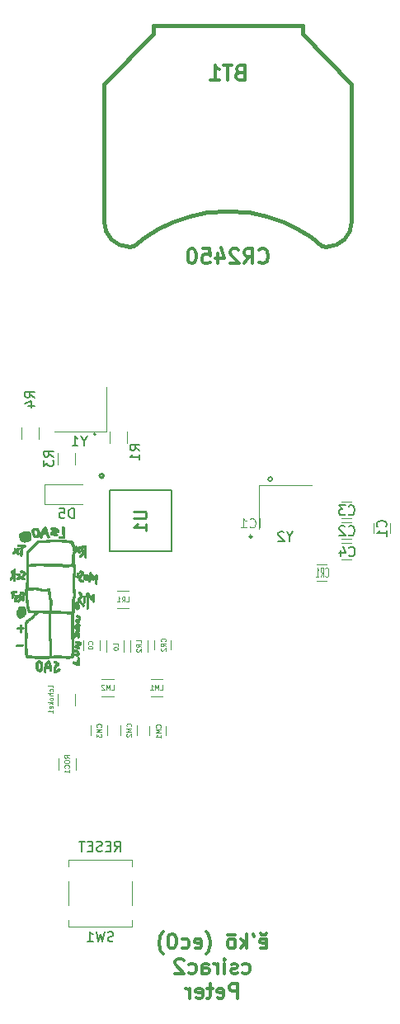
<source format=gbr>
G04 #@! TF.FileFunction,Legend,Bot*
%FSLAX46Y46*%
G04 Gerber Fmt 4.6, Leading zero omitted, Abs format (unit mm)*
G04 Created by KiCad (PCBNEW 4.0.7) date Sun Sep  2 09:00:49 2018*
%MOMM*%
%LPD*%
G01*
G04 APERTURE LIST*
%ADD10C,0.100000*%
%ADD11C,0.200000*%
%ADD12C,0.300000*%
%ADD13C,0.250000*%
%ADD14C,0.010000*%
%ADD15C,0.120000*%
%ADD16C,0.254000*%
%ADD17C,0.381000*%
%ADD18C,0.080000*%
%ADD19C,0.150000*%
%ADD20C,0.125000*%
%ADD21C,0.075000*%
%ADD22C,0.304800*%
G04 APERTURE END LIST*
D10*
D11*
X46436619Y-97030000D02*
G75*
G03X46436619Y-97030000I-116619J0D01*
G01*
X64553776Y-101620000D02*
G75*
G03X64553776Y-101620000I-213776J0D01*
G01*
D12*
X63338571Y-149707143D02*
X63481428Y-149778571D01*
X63767142Y-149778571D01*
X63909999Y-149707143D01*
X63981428Y-149564286D01*
X63981428Y-148992857D01*
X63909999Y-148850000D01*
X63767142Y-148778571D01*
X63481428Y-148778571D01*
X63338571Y-148850000D01*
X63267142Y-148992857D01*
X63267142Y-149135714D01*
X63981428Y-149278571D01*
X63909999Y-148207143D02*
X63838571Y-148350000D01*
X63695713Y-148421429D01*
X63552856Y-148421429D01*
X63409999Y-148350000D01*
X63338571Y-148207143D01*
X62552857Y-148278571D02*
X62695714Y-148564286D01*
X61909999Y-149778571D02*
X61909999Y-148278571D01*
X61767142Y-149207143D02*
X61338571Y-149778571D01*
X61338571Y-148778571D02*
X61909999Y-149350000D01*
X60481427Y-149778571D02*
X60624285Y-149707143D01*
X60695713Y-149635714D01*
X60767142Y-149492857D01*
X60767142Y-149064286D01*
X60695713Y-148921429D01*
X60624285Y-148850000D01*
X60481427Y-148778571D01*
X60267142Y-148778571D01*
X60124285Y-148850000D01*
X60052856Y-148921429D01*
X59981427Y-149064286D01*
X59981427Y-149492857D01*
X60052856Y-149635714D01*
X60124285Y-149707143D01*
X60267142Y-149778571D01*
X60481427Y-149778571D01*
X60695713Y-148350000D02*
X59981427Y-148350000D01*
X57767142Y-150350000D02*
X57838570Y-150278571D01*
X57981427Y-150064286D01*
X58052856Y-149921429D01*
X58124285Y-149707143D01*
X58195713Y-149350000D01*
X58195713Y-149064286D01*
X58124285Y-148707143D01*
X58052856Y-148492857D01*
X57981427Y-148350000D01*
X57838570Y-148135714D01*
X57767142Y-148064286D01*
X56624285Y-149707143D02*
X56767142Y-149778571D01*
X57052856Y-149778571D01*
X57195713Y-149707143D01*
X57267142Y-149564286D01*
X57267142Y-148992857D01*
X57195713Y-148850000D01*
X57052856Y-148778571D01*
X56767142Y-148778571D01*
X56624285Y-148850000D01*
X56552856Y-148992857D01*
X56552856Y-149135714D01*
X57267142Y-149278571D01*
X55267142Y-149707143D02*
X55409999Y-149778571D01*
X55695713Y-149778571D01*
X55838571Y-149707143D01*
X55909999Y-149635714D01*
X55981428Y-149492857D01*
X55981428Y-149064286D01*
X55909999Y-148921429D01*
X55838571Y-148850000D01*
X55695713Y-148778571D01*
X55409999Y-148778571D01*
X55267142Y-148850000D01*
X54338571Y-148278571D02*
X54195714Y-148278571D01*
X54052857Y-148350000D01*
X53981428Y-148421429D01*
X53909999Y-148564286D01*
X53838571Y-148850000D01*
X53838571Y-149207143D01*
X53909999Y-149492857D01*
X53981428Y-149635714D01*
X54052857Y-149707143D01*
X54195714Y-149778571D01*
X54338571Y-149778571D01*
X54481428Y-149707143D01*
X54552857Y-149635714D01*
X54624285Y-149492857D01*
X54695714Y-149207143D01*
X54695714Y-148850000D01*
X54624285Y-148564286D01*
X54552857Y-148421429D01*
X54481428Y-148350000D01*
X54338571Y-148278571D01*
X53338571Y-150350000D02*
X53267143Y-150278571D01*
X53124286Y-150064286D01*
X53052857Y-149921429D01*
X52981428Y-149707143D01*
X52910000Y-149350000D01*
X52910000Y-149064286D01*
X52981428Y-148707143D01*
X53052857Y-148492857D01*
X53124286Y-148350000D01*
X53267143Y-148135714D01*
X53338571Y-148064286D01*
X61517142Y-152257143D02*
X61659999Y-152328571D01*
X61945713Y-152328571D01*
X62088571Y-152257143D01*
X62159999Y-152185714D01*
X62231428Y-152042857D01*
X62231428Y-151614286D01*
X62159999Y-151471429D01*
X62088571Y-151400000D01*
X61945713Y-151328571D01*
X61659999Y-151328571D01*
X61517142Y-151400000D01*
X60945714Y-152257143D02*
X60802857Y-152328571D01*
X60517142Y-152328571D01*
X60374285Y-152257143D01*
X60302857Y-152114286D01*
X60302857Y-152042857D01*
X60374285Y-151900000D01*
X60517142Y-151828571D01*
X60731428Y-151828571D01*
X60874285Y-151757143D01*
X60945714Y-151614286D01*
X60945714Y-151542857D01*
X60874285Y-151400000D01*
X60731428Y-151328571D01*
X60517142Y-151328571D01*
X60374285Y-151400000D01*
X59659999Y-152328571D02*
X59659999Y-151328571D01*
X59659999Y-150828571D02*
X59731428Y-150900000D01*
X59659999Y-150971429D01*
X59588571Y-150900000D01*
X59659999Y-150828571D01*
X59659999Y-150971429D01*
X58945713Y-152328571D02*
X58945713Y-151328571D01*
X58945713Y-151614286D02*
X58874285Y-151471429D01*
X58802856Y-151400000D01*
X58659999Y-151328571D01*
X58517142Y-151328571D01*
X57374285Y-152328571D02*
X57374285Y-151542857D01*
X57445714Y-151400000D01*
X57588571Y-151328571D01*
X57874285Y-151328571D01*
X58017142Y-151400000D01*
X57374285Y-152257143D02*
X57517142Y-152328571D01*
X57874285Y-152328571D01*
X58017142Y-152257143D01*
X58088571Y-152114286D01*
X58088571Y-151971429D01*
X58017142Y-151828571D01*
X57874285Y-151757143D01*
X57517142Y-151757143D01*
X57374285Y-151685714D01*
X56017142Y-152257143D02*
X56159999Y-152328571D01*
X56445713Y-152328571D01*
X56588571Y-152257143D01*
X56659999Y-152185714D01*
X56731428Y-152042857D01*
X56731428Y-151614286D01*
X56659999Y-151471429D01*
X56588571Y-151400000D01*
X56445713Y-151328571D01*
X56159999Y-151328571D01*
X56017142Y-151400000D01*
X55445714Y-150971429D02*
X55374285Y-150900000D01*
X55231428Y-150828571D01*
X54874285Y-150828571D01*
X54731428Y-150900000D01*
X54659999Y-150971429D01*
X54588571Y-151114286D01*
X54588571Y-151257143D01*
X54659999Y-151471429D01*
X55517142Y-152328571D01*
X54588571Y-152328571D01*
X60981428Y-154878571D02*
X60981428Y-153378571D01*
X60410000Y-153378571D01*
X60267142Y-153450000D01*
X60195714Y-153521429D01*
X60124285Y-153664286D01*
X60124285Y-153878571D01*
X60195714Y-154021429D01*
X60267142Y-154092857D01*
X60410000Y-154164286D01*
X60981428Y-154164286D01*
X58910000Y-154807143D02*
X59052857Y-154878571D01*
X59338571Y-154878571D01*
X59481428Y-154807143D01*
X59552857Y-154664286D01*
X59552857Y-154092857D01*
X59481428Y-153950000D01*
X59338571Y-153878571D01*
X59052857Y-153878571D01*
X58910000Y-153950000D01*
X58838571Y-154092857D01*
X58838571Y-154235714D01*
X59552857Y-154378571D01*
X58410000Y-153878571D02*
X57838571Y-153878571D01*
X58195714Y-153378571D02*
X58195714Y-154664286D01*
X58124286Y-154807143D01*
X57981428Y-154878571D01*
X57838571Y-154878571D01*
X56767143Y-154807143D02*
X56910000Y-154878571D01*
X57195714Y-154878571D01*
X57338571Y-154807143D01*
X57410000Y-154664286D01*
X57410000Y-154092857D01*
X57338571Y-153950000D01*
X57195714Y-153878571D01*
X56910000Y-153878571D01*
X56767143Y-153950000D01*
X56695714Y-154092857D01*
X56695714Y-154235714D01*
X57410000Y-154378571D01*
X56052857Y-154878571D02*
X56052857Y-153878571D01*
X56052857Y-154164286D02*
X55981429Y-154021429D01*
X55910000Y-153950000D01*
X55767143Y-153878571D01*
X55624286Y-153878571D01*
D13*
X62455000Y-107510000D02*
G75*
G03X62455000Y-107510000I-125000J0D01*
G01*
D14*
G36*
X42137148Y-120270659D02*
X42089351Y-120296434D01*
X42069578Y-120344521D01*
X42068167Y-120368833D01*
X42083664Y-120433540D01*
X42127444Y-120469141D01*
X42162737Y-120474667D01*
X42204219Y-120485569D01*
X42258548Y-120512594D01*
X42312264Y-120547222D01*
X42351912Y-120580930D01*
X42364500Y-120602430D01*
X42346896Y-120619391D01*
X42325021Y-120622833D01*
X42269365Y-120640481D01*
X42209814Y-120686172D01*
X42159119Y-120749025D01*
X42143733Y-120777496D01*
X42123981Y-120838306D01*
X42104576Y-120928372D01*
X42087525Y-121034649D01*
X42074837Y-121144092D01*
X42068520Y-121243656D01*
X42068167Y-121268324D01*
X42084504Y-121366583D01*
X42130882Y-121439049D01*
X42203355Y-121481347D01*
X42268827Y-121490667D01*
X42329113Y-121485274D01*
X42382076Y-121464436D01*
X42443697Y-121421162D01*
X42462349Y-121406000D01*
X42519405Y-121361649D01*
X42565309Y-121330998D01*
X42587502Y-121321333D01*
X42620827Y-121305217D01*
X42664369Y-121265455D01*
X42706947Y-121214926D01*
X42737377Y-121166513D01*
X42745500Y-121139350D01*
X42728597Y-121085655D01*
X42685237Y-121053544D01*
X42626447Y-121044925D01*
X42563251Y-121061705D01*
X42512667Y-121099083D01*
X42473396Y-121134983D01*
X42444056Y-121151822D01*
X42442183Y-121152000D01*
X42413523Y-121163890D01*
X42367427Y-121193551D01*
X42351925Y-121205001D01*
X42307065Y-121234270D01*
X42277590Y-121244341D01*
X42273083Y-121242043D01*
X42269284Y-121208560D01*
X42274205Y-121147306D01*
X42285552Y-121071385D01*
X42301028Y-120993902D01*
X42318340Y-120927960D01*
X42335191Y-120886664D01*
X42335383Y-120886369D01*
X42378296Y-120844585D01*
X42434088Y-120814383D01*
X42523480Y-120767303D01*
X42586804Y-120701289D01*
X42616897Y-120624553D01*
X42618395Y-120602998D01*
X42607878Y-120538853D01*
X42573208Y-120476729D01*
X42509426Y-120409992D01*
X42421087Y-120339051D01*
X42351388Y-120292617D01*
X42292364Y-120269622D01*
X42225310Y-120263029D01*
X42218946Y-120263000D01*
X42137148Y-120270659D01*
X42137148Y-120270659D01*
G37*
X42137148Y-120270659D02*
X42089351Y-120296434D01*
X42069578Y-120344521D01*
X42068167Y-120368833D01*
X42083664Y-120433540D01*
X42127444Y-120469141D01*
X42162737Y-120474667D01*
X42204219Y-120485569D01*
X42258548Y-120512594D01*
X42312264Y-120547222D01*
X42351912Y-120580930D01*
X42364500Y-120602430D01*
X42346896Y-120619391D01*
X42325021Y-120622833D01*
X42269365Y-120640481D01*
X42209814Y-120686172D01*
X42159119Y-120749025D01*
X42143733Y-120777496D01*
X42123981Y-120838306D01*
X42104576Y-120928372D01*
X42087525Y-121034649D01*
X42074837Y-121144092D01*
X42068520Y-121243656D01*
X42068167Y-121268324D01*
X42084504Y-121366583D01*
X42130882Y-121439049D01*
X42203355Y-121481347D01*
X42268827Y-121490667D01*
X42329113Y-121485274D01*
X42382076Y-121464436D01*
X42443697Y-121421162D01*
X42462349Y-121406000D01*
X42519405Y-121361649D01*
X42565309Y-121330998D01*
X42587502Y-121321333D01*
X42620827Y-121305217D01*
X42664369Y-121265455D01*
X42706947Y-121214926D01*
X42737377Y-121166513D01*
X42745500Y-121139350D01*
X42728597Y-121085655D01*
X42685237Y-121053544D01*
X42626447Y-121044925D01*
X42563251Y-121061705D01*
X42512667Y-121099083D01*
X42473396Y-121134983D01*
X42444056Y-121151822D01*
X42442183Y-121152000D01*
X42413523Y-121163890D01*
X42367427Y-121193551D01*
X42351925Y-121205001D01*
X42307065Y-121234270D01*
X42277590Y-121244341D01*
X42273083Y-121242043D01*
X42269284Y-121208560D01*
X42274205Y-121147306D01*
X42285552Y-121071385D01*
X42301028Y-120993902D01*
X42318340Y-120927960D01*
X42335191Y-120886664D01*
X42335383Y-120886369D01*
X42378296Y-120844585D01*
X42434088Y-120814383D01*
X42523480Y-120767303D01*
X42586804Y-120701289D01*
X42616897Y-120624553D01*
X42618395Y-120602998D01*
X42607878Y-120538853D01*
X42573208Y-120476729D01*
X42509426Y-120409992D01*
X42421087Y-120339051D01*
X42351388Y-120292617D01*
X42292364Y-120269622D01*
X42225310Y-120263029D01*
X42218946Y-120263000D01*
X42137148Y-120270659D01*
G36*
X41533395Y-120227241D02*
X41507250Y-120241833D01*
X41477851Y-120258672D01*
X41446191Y-120263000D01*
X41388825Y-120283253D01*
X41330108Y-120341136D01*
X41274417Y-120432333D01*
X41240161Y-120493373D01*
X41205074Y-120544382D01*
X41201454Y-120548750D01*
X41171367Y-120595170D01*
X41147799Y-120659534D01*
X41129649Y-120747575D01*
X41115814Y-120865027D01*
X41105193Y-121017622D01*
X41102936Y-121061403D01*
X41097685Y-121189960D01*
X41096575Y-121282212D01*
X41099818Y-121344006D01*
X41107630Y-121381186D01*
X41115137Y-121394778D01*
X41161885Y-121422439D01*
X41219364Y-121423066D01*
X41259600Y-121401767D01*
X41273609Y-121367702D01*
X41282834Y-121306816D01*
X41285000Y-121256246D01*
X41287390Y-121175644D01*
X41293497Y-121101628D01*
X41298229Y-121069979D01*
X41313150Y-121023999D01*
X41342772Y-121006241D01*
X41381281Y-121003833D01*
X41444658Y-121008773D01*
X41523594Y-121021247D01*
X41556936Y-121028262D01*
X41628014Y-121050632D01*
X41667484Y-121083880D01*
X41684122Y-121139401D01*
X41686878Y-121197033D01*
X41703436Y-121259278D01*
X41749857Y-121292677D01*
X41807595Y-121296404D01*
X41837841Y-121291401D01*
X41855543Y-121278814D01*
X41864020Y-121249334D01*
X41866594Y-121193651D01*
X41866652Y-121130833D01*
X41858931Y-120988464D01*
X41838549Y-120837367D01*
X41827513Y-120785824D01*
X41623715Y-120785824D01*
X41604415Y-120793271D01*
X41553603Y-120796907D01*
X41481990Y-120796006D01*
X41476859Y-120795773D01*
X41399673Y-120790784D01*
X41356959Y-120783383D01*
X41340856Y-120771088D01*
X41342745Y-120753439D01*
X41363260Y-120715083D01*
X41399074Y-120661987D01*
X41412523Y-120644000D01*
X41456983Y-120581371D01*
X41495100Y-120519856D01*
X41501342Y-120508300D01*
X41533171Y-120446683D01*
X41548718Y-120550354D01*
X41564301Y-120625184D01*
X41585290Y-120691896D01*
X41593965Y-120711462D01*
X41615136Y-120757448D01*
X41623715Y-120785824D01*
X41827513Y-120785824D01*
X41808605Y-120697519D01*
X41789452Y-120633417D01*
X41772551Y-120576540D01*
X41752608Y-120499250D01*
X41740772Y-120448632D01*
X41709629Y-120338702D01*
X41672374Y-120266894D01*
X41626163Y-120229125D01*
X41582095Y-120220667D01*
X41533395Y-120227241D01*
X41533395Y-120227241D01*
G37*
X41533395Y-120227241D02*
X41507250Y-120241833D01*
X41477851Y-120258672D01*
X41446191Y-120263000D01*
X41388825Y-120283253D01*
X41330108Y-120341136D01*
X41274417Y-120432333D01*
X41240161Y-120493373D01*
X41205074Y-120544382D01*
X41201454Y-120548750D01*
X41171367Y-120595170D01*
X41147799Y-120659534D01*
X41129649Y-120747575D01*
X41115814Y-120865027D01*
X41105193Y-121017622D01*
X41102936Y-121061403D01*
X41097685Y-121189960D01*
X41096575Y-121282212D01*
X41099818Y-121344006D01*
X41107630Y-121381186D01*
X41115137Y-121394778D01*
X41161885Y-121422439D01*
X41219364Y-121423066D01*
X41259600Y-121401767D01*
X41273609Y-121367702D01*
X41282834Y-121306816D01*
X41285000Y-121256246D01*
X41287390Y-121175644D01*
X41293497Y-121101628D01*
X41298229Y-121069979D01*
X41313150Y-121023999D01*
X41342772Y-121006241D01*
X41381281Y-121003833D01*
X41444658Y-121008773D01*
X41523594Y-121021247D01*
X41556936Y-121028262D01*
X41628014Y-121050632D01*
X41667484Y-121083880D01*
X41684122Y-121139401D01*
X41686878Y-121197033D01*
X41703436Y-121259278D01*
X41749857Y-121292677D01*
X41807595Y-121296404D01*
X41837841Y-121291401D01*
X41855543Y-121278814D01*
X41864020Y-121249334D01*
X41866594Y-121193651D01*
X41866652Y-121130833D01*
X41858931Y-120988464D01*
X41838549Y-120837367D01*
X41827513Y-120785824D01*
X41623715Y-120785824D01*
X41604415Y-120793271D01*
X41553603Y-120796907D01*
X41481990Y-120796006D01*
X41476859Y-120795773D01*
X41399673Y-120790784D01*
X41356959Y-120783383D01*
X41340856Y-120771088D01*
X41342745Y-120753439D01*
X41363260Y-120715083D01*
X41399074Y-120661987D01*
X41412523Y-120644000D01*
X41456983Y-120581371D01*
X41495100Y-120519856D01*
X41501342Y-120508300D01*
X41533171Y-120446683D01*
X41548718Y-120550354D01*
X41564301Y-120625184D01*
X41585290Y-120691896D01*
X41593965Y-120711462D01*
X41615136Y-120757448D01*
X41623715Y-120785824D01*
X41827513Y-120785824D01*
X41808605Y-120697519D01*
X41789452Y-120633417D01*
X41772551Y-120576540D01*
X41752608Y-120499250D01*
X41740772Y-120448632D01*
X41709629Y-120338702D01*
X41672374Y-120266894D01*
X41626163Y-120229125D01*
X41582095Y-120220667D01*
X41533395Y-120227241D01*
G36*
X40524273Y-120234083D02*
X40448605Y-120281640D01*
X40378234Y-120342841D01*
X40247833Y-120465015D01*
X40247833Y-120714468D01*
X40250441Y-120861931D01*
X40259651Y-120975853D01*
X40277544Y-121064781D01*
X40306202Y-121137266D01*
X40347706Y-121201854D01*
X40374412Y-121234420D01*
X40417676Y-121282145D01*
X40453402Y-121310634D01*
X40495309Y-121325829D01*
X40557119Y-121333669D01*
X40612476Y-121337508D01*
X40769636Y-121347594D01*
X40836430Y-121246754D01*
X40873655Y-121185559D01*
X40900393Y-121126052D01*
X40918307Y-121059495D01*
X40929062Y-120977148D01*
X40934321Y-120870272D01*
X40935749Y-120730129D01*
X40935750Y-120725121D01*
X40935144Y-120652694D01*
X40733508Y-120652694D01*
X40733082Y-120714702D01*
X40728470Y-120794043D01*
X40715657Y-120914586D01*
X40695206Y-121014072D01*
X40669017Y-121086432D01*
X40638992Y-121125596D01*
X40623020Y-121130833D01*
X40588836Y-121116398D01*
X40549885Y-121083208D01*
X40500804Y-121001294D01*
X40470566Y-120883138D01*
X40459648Y-120730642D01*
X40459618Y-120722413D01*
X40461641Y-120641317D01*
X40470248Y-120588996D01*
X40489000Y-120551997D01*
X40511455Y-120526621D01*
X40563369Y-120485475D01*
X40607898Y-120480507D01*
X40654965Y-120512672D01*
X40682680Y-120543132D01*
X40710429Y-120578536D01*
X40726665Y-120611181D01*
X40733508Y-120652694D01*
X40935144Y-120652694D01*
X40934736Y-120603934D01*
X40928968Y-120515745D01*
X40914354Y-120451226D01*
X40886806Y-120401048D01*
X40842232Y-120355881D01*
X40776542Y-120306396D01*
X40741436Y-120281918D01*
X40661873Y-120235701D01*
X40592424Y-120219263D01*
X40524273Y-120234083D01*
X40524273Y-120234083D01*
G37*
X40524273Y-120234083D02*
X40448605Y-120281640D01*
X40378234Y-120342841D01*
X40247833Y-120465015D01*
X40247833Y-120714468D01*
X40250441Y-120861931D01*
X40259651Y-120975853D01*
X40277544Y-121064781D01*
X40306202Y-121137266D01*
X40347706Y-121201854D01*
X40374412Y-121234420D01*
X40417676Y-121282145D01*
X40453402Y-121310634D01*
X40495309Y-121325829D01*
X40557119Y-121333669D01*
X40612476Y-121337508D01*
X40769636Y-121347594D01*
X40836430Y-121246754D01*
X40873655Y-121185559D01*
X40900393Y-121126052D01*
X40918307Y-121059495D01*
X40929062Y-120977148D01*
X40934321Y-120870272D01*
X40935749Y-120730129D01*
X40935750Y-120725121D01*
X40935144Y-120652694D01*
X40733508Y-120652694D01*
X40733082Y-120714702D01*
X40728470Y-120794043D01*
X40715657Y-120914586D01*
X40695206Y-121014072D01*
X40669017Y-121086432D01*
X40638992Y-121125596D01*
X40623020Y-121130833D01*
X40588836Y-121116398D01*
X40549885Y-121083208D01*
X40500804Y-121001294D01*
X40470566Y-120883138D01*
X40459648Y-120730642D01*
X40459618Y-120722413D01*
X40461641Y-120641317D01*
X40470248Y-120588996D01*
X40489000Y-120551997D01*
X40511455Y-120526621D01*
X40563369Y-120485475D01*
X40607898Y-120480507D01*
X40654965Y-120512672D01*
X40682680Y-120543132D01*
X40710429Y-120578536D01*
X40726665Y-120611181D01*
X40733508Y-120652694D01*
X40935144Y-120652694D01*
X40934736Y-120603934D01*
X40928968Y-120515745D01*
X40914354Y-120451226D01*
X40886806Y-120401048D01*
X40842232Y-120355881D01*
X40776542Y-120306396D01*
X40741436Y-120281918D01*
X40661873Y-120235701D01*
X40592424Y-120219263D01*
X40524273Y-120234083D01*
G36*
X44594101Y-119871079D02*
X44559687Y-119898264D01*
X44542633Y-119930345D01*
X44529309Y-119987949D01*
X44518715Y-120076937D01*
X44510967Y-120184014D01*
X44503841Y-120280842D01*
X44495469Y-120360011D01*
X44486904Y-120413259D01*
X44479326Y-120432333D01*
X44453142Y-120423230D01*
X44401257Y-120399455D01*
X44340141Y-120368833D01*
X44230117Y-120321320D01*
X44146626Y-120306729D01*
X44089602Y-120325052D01*
X44083234Y-120330733D01*
X44060809Y-120379040D01*
X44062558Y-120439816D01*
X44087018Y-120491842D01*
X44094875Y-120499647D01*
X44130265Y-120523000D01*
X44186442Y-120553785D01*
X44249589Y-120585185D01*
X44305890Y-120610379D01*
X44341527Y-120622550D01*
X44344476Y-120622833D01*
X44367708Y-120633708D01*
X44412288Y-120661118D01*
X44434287Y-120675750D01*
X44504151Y-120710290D01*
X44578579Y-120727253D01*
X44644043Y-120725225D01*
X44687011Y-120702791D01*
X44687481Y-120702208D01*
X44695171Y-120673203D01*
X44703360Y-120609348D01*
X44711370Y-120518112D01*
X44718524Y-120406962D01*
X44723184Y-120308504D01*
X44728193Y-120173926D01*
X44730605Y-120075134D01*
X44730076Y-120005642D01*
X44726260Y-119958961D01*
X44718811Y-119928607D01*
X44707385Y-119908090D01*
X44701498Y-119901046D01*
X44648268Y-119865272D01*
X44594101Y-119871079D01*
X44594101Y-119871079D01*
G37*
X44594101Y-119871079D02*
X44559687Y-119898264D01*
X44542633Y-119930345D01*
X44529309Y-119987949D01*
X44518715Y-120076937D01*
X44510967Y-120184014D01*
X44503841Y-120280842D01*
X44495469Y-120360011D01*
X44486904Y-120413259D01*
X44479326Y-120432333D01*
X44453142Y-120423230D01*
X44401257Y-120399455D01*
X44340141Y-120368833D01*
X44230117Y-120321320D01*
X44146626Y-120306729D01*
X44089602Y-120325052D01*
X44083234Y-120330733D01*
X44060809Y-120379040D01*
X44062558Y-120439816D01*
X44087018Y-120491842D01*
X44094875Y-120499647D01*
X44130265Y-120523000D01*
X44186442Y-120553785D01*
X44249589Y-120585185D01*
X44305890Y-120610379D01*
X44341527Y-120622550D01*
X44344476Y-120622833D01*
X44367708Y-120633708D01*
X44412288Y-120661118D01*
X44434287Y-120675750D01*
X44504151Y-120710290D01*
X44578579Y-120727253D01*
X44644043Y-120725225D01*
X44687011Y-120702791D01*
X44687481Y-120702208D01*
X44695171Y-120673203D01*
X44703360Y-120609348D01*
X44711370Y-120518112D01*
X44718524Y-120406962D01*
X44723184Y-120308504D01*
X44728193Y-120173926D01*
X44730605Y-120075134D01*
X44730076Y-120005642D01*
X44726260Y-119958961D01*
X44718811Y-119928607D01*
X44707385Y-119908090D01*
X44701498Y-119901046D01*
X44648268Y-119865272D01*
X44594101Y-119871079D01*
G36*
X42159474Y-107843494D02*
X41972330Y-107844923D01*
X41799868Y-107847472D01*
X41648866Y-107851130D01*
X41526101Y-107855884D01*
X41438349Y-107861724D01*
X41433167Y-107862225D01*
X41342423Y-107869687D01*
X41221655Y-107877325D01*
X41083163Y-107884482D01*
X40939250Y-107890497D01*
X40851083Y-107893411D01*
X40715237Y-107897588D01*
X40615190Y-107901664D01*
X40544420Y-107906590D01*
X40496407Y-107913315D01*
X40464628Y-107922791D01*
X40442564Y-107935968D01*
X40423692Y-107953797D01*
X40421602Y-107956008D01*
X40381633Y-107991417D01*
X40350472Y-108007421D01*
X40349068Y-108007500D01*
X40320762Y-108022012D01*
X40271313Y-108061213D01*
X40208198Y-108118596D01*
X40138894Y-108187658D01*
X40124006Y-108203299D01*
X40093236Y-108234464D01*
X40041216Y-108285706D01*
X39977294Y-108347845D01*
X39951592Y-108372632D01*
X39880462Y-108442285D01*
X39812957Y-108510467D01*
X39760951Y-108565131D01*
X39750509Y-108576682D01*
X39711237Y-108620283D01*
X39651283Y-108685986D01*
X39578793Y-108764897D01*
X39501915Y-108848119D01*
X39501708Y-108848342D01*
X39316500Y-109048235D01*
X39316500Y-110092952D01*
X39316143Y-110299210D01*
X39315117Y-110492404D01*
X39313493Y-110668441D01*
X39311342Y-110823229D01*
X39308734Y-110952678D01*
X39305739Y-111052695D01*
X39302429Y-111119189D01*
X39298873Y-111148067D01*
X39298312Y-111148909D01*
X39293871Y-111171930D01*
X39289256Y-111232486D01*
X39284643Y-111325781D01*
X39280208Y-111447016D01*
X39276126Y-111591395D01*
X39272574Y-111754122D01*
X39269759Y-111928033D01*
X39266959Y-112129044D01*
X39264335Y-112292292D01*
X39261580Y-112422343D01*
X39258387Y-112523767D01*
X39254451Y-112601130D01*
X39249466Y-112659000D01*
X39243126Y-112701943D01*
X39235124Y-112734529D01*
X39225155Y-112761323D01*
X39212913Y-112786895D01*
X39212107Y-112788476D01*
X39196572Y-112820589D01*
X39185050Y-112851957D01*
X39177113Y-112888950D01*
X39172338Y-112937940D01*
X39170297Y-113005298D01*
X39170565Y-113097395D01*
X39172717Y-113220603D01*
X39175347Y-113338809D01*
X39179535Y-113482046D01*
X39185167Y-113618384D01*
X39191771Y-113739483D01*
X39198877Y-113837005D01*
X39206015Y-113902610D01*
X39207741Y-113913000D01*
X39222968Y-114004415D01*
X39237286Y-114106973D01*
X39243090Y-114156417D01*
X39252222Y-114230034D01*
X39261910Y-114289233D01*
X39268201Y-114315167D01*
X39274811Y-114356671D01*
X39275814Y-114416918D01*
X39275378Y-114426292D01*
X39278170Y-114481602D01*
X39292748Y-114505348D01*
X39295284Y-114505667D01*
X39310729Y-114525597D01*
X39315969Y-114582535D01*
X39315422Y-114606208D01*
X39315197Y-114673015D01*
X39319522Y-114725063D01*
X39322638Y-114738500D01*
X39331864Y-114777651D01*
X39342076Y-114840258D01*
X39346286Y-114872534D01*
X39360295Y-114950174D01*
X39380785Y-115022295D01*
X39388520Y-115041868D01*
X39416093Y-115109490D01*
X39437571Y-115170904D01*
X39460546Y-115219704D01*
X39487093Y-115246989D01*
X39529310Y-115267591D01*
X39566902Y-115286780D01*
X39615222Y-115299688D01*
X39695055Y-115307492D01*
X39795778Y-115309174D01*
X39799735Y-115309106D01*
X39887754Y-115308982D01*
X39962491Y-115311583D01*
X40011567Y-115316384D01*
X40020292Y-115318453D01*
X40071216Y-115335415D01*
X40089996Y-115341436D01*
X40111303Y-115359879D01*
X40102490Y-115389061D01*
X40076928Y-115423584D01*
X40028621Y-115478141D01*
X39963660Y-115546765D01*
X39888140Y-115623494D01*
X39808153Y-115702362D01*
X39729793Y-115777406D01*
X39659151Y-115842661D01*
X39602322Y-115892163D01*
X39565399Y-115919947D01*
X39556179Y-115923833D01*
X39519037Y-115936123D01*
X39466766Y-115967005D01*
X39446086Y-115982042D01*
X39388946Y-116023211D01*
X39338081Y-116055217D01*
X39326275Y-116061417D01*
X39288844Y-116088004D01*
X39236536Y-116135604D01*
X39190674Y-116183153D01*
X39099390Y-116283723D01*
X39115287Y-116828736D01*
X39122045Y-117068939D01*
X39127155Y-117274588D01*
X39130630Y-117453429D01*
X39132482Y-117613209D01*
X39132721Y-117761675D01*
X39131361Y-117906574D01*
X39128412Y-118055652D01*
X39123887Y-118216655D01*
X39117798Y-118397332D01*
X39117691Y-118400333D01*
X39111974Y-118578181D01*
X39108980Y-118718643D01*
X39108769Y-118826584D01*
X39111403Y-118906867D01*
X39116944Y-118964357D01*
X39125351Y-119003583D01*
X39135007Y-119052849D01*
X39145123Y-119135380D01*
X39154844Y-119242128D01*
X39163312Y-119364044D01*
X39168136Y-119455724D01*
X39174737Y-119603708D01*
X39182308Y-119715047D01*
X39195365Y-119795282D01*
X39218423Y-119849952D01*
X39255998Y-119884598D01*
X39312604Y-119904760D01*
X39392758Y-119915977D01*
X39500976Y-119923789D01*
X39552387Y-119927152D01*
X39659668Y-119935159D01*
X39753250Y-119943592D01*
X39824198Y-119951540D01*
X39863576Y-119958095D01*
X39866833Y-119959141D01*
X39904138Y-119966364D01*
X39977502Y-119973884D01*
X40080676Y-119981483D01*
X40207406Y-119988947D01*
X40351443Y-119996060D01*
X40506534Y-120002606D01*
X40666429Y-120008370D01*
X40824875Y-120013137D01*
X40975623Y-120016691D01*
X41112419Y-120018815D01*
X41229013Y-120019296D01*
X41319153Y-120017916D01*
X41376589Y-120014462D01*
X41391619Y-120011720D01*
X41455177Y-119997687D01*
X41554117Y-119984704D01*
X41681938Y-119972956D01*
X41832141Y-119962626D01*
X41998223Y-119953898D01*
X42173685Y-119946955D01*
X42352027Y-119941981D01*
X42526746Y-119939159D01*
X42691343Y-119938674D01*
X42839317Y-119940710D01*
X42964168Y-119945449D01*
X43059394Y-119953076D01*
X43115917Y-119962992D01*
X43175596Y-119973909D01*
X43263310Y-119981830D01*
X43370451Y-119986822D01*
X43488412Y-119988948D01*
X43608584Y-119988273D01*
X43722361Y-119984864D01*
X43821135Y-119978783D01*
X43896297Y-119970097D01*
X43939241Y-119958871D01*
X43942663Y-119956756D01*
X43988539Y-119931833D01*
X44017511Y-119925006D01*
X44057263Y-119914213D01*
X44086963Y-119880238D01*
X44108596Y-119817975D01*
X44124143Y-119722315D01*
X44132823Y-119628000D01*
X44139019Y-119517548D01*
X44143859Y-119376330D01*
X44147338Y-119212499D01*
X44149454Y-119034205D01*
X44149511Y-119019952D01*
X43937010Y-119019952D01*
X43934663Y-119210949D01*
X43929722Y-119373951D01*
X43922146Y-119502196D01*
X43921172Y-119513642D01*
X43911204Y-119609321D01*
X43896630Y-119678523D01*
X43871226Y-119725293D01*
X43828767Y-119753675D01*
X43763028Y-119767716D01*
X43667786Y-119771461D01*
X43536814Y-119768954D01*
X43528667Y-119768721D01*
X43391409Y-119763049D01*
X43235238Y-119753901D01*
X43083286Y-119742739D01*
X42999500Y-119735270D01*
X42804390Y-119722539D01*
X42570598Y-119718550D01*
X42301000Y-119723347D01*
X41867083Y-119737279D01*
X41867016Y-119113915D01*
X41683739Y-119113915D01*
X41682020Y-119276431D01*
X41677546Y-119424884D01*
X41676306Y-119452119D01*
X41661725Y-119752488D01*
X41542154Y-119766084D01*
X41453628Y-119777630D01*
X41364186Y-119791560D01*
X41327333Y-119798221D01*
X41286967Y-119803982D01*
X41233315Y-119807547D01*
X41162344Y-119808819D01*
X41070018Y-119807701D01*
X40952302Y-119804097D01*
X40805161Y-119797908D01*
X40624561Y-119789039D01*
X40406465Y-119777391D01*
X40364250Y-119775066D01*
X40233970Y-119767115D01*
X40108185Y-119758093D01*
X39997389Y-119748850D01*
X39912074Y-119740233D01*
X39877417Y-119735706D01*
X39785048Y-119724841D01*
X39677656Y-119716900D01*
X39602250Y-119714128D01*
X39523562Y-119710449D01*
X39459499Y-119702826D01*
X39423887Y-119692908D01*
X39423825Y-119692870D01*
X39411373Y-119674749D01*
X39401223Y-119634513D01*
X39392745Y-119567130D01*
X39385310Y-119467567D01*
X39378286Y-119330791D01*
X39378165Y-119328069D01*
X39371238Y-119203395D01*
X39362240Y-119086367D01*
X39352102Y-118986740D01*
X39341757Y-118914271D01*
X39336280Y-118889399D01*
X39328575Y-118853137D01*
X39323438Y-118804240D01*
X39320878Y-118737851D01*
X39320903Y-118649111D01*
X39323520Y-118533162D01*
X39328738Y-118385144D01*
X39336565Y-118200199D01*
X39337454Y-118180316D01*
X39344212Y-118012408D01*
X39349355Y-117848833D01*
X39352757Y-117697080D01*
X39354289Y-117564639D01*
X39353825Y-117458999D01*
X39351237Y-117387649D01*
X39350988Y-117384333D01*
X39345683Y-117303508D01*
X39339753Y-117191285D01*
X39333703Y-117058584D01*
X39328036Y-116916325D01*
X39323993Y-116799072D01*
X39311120Y-116393728D01*
X39449707Y-116258510D01*
X39517268Y-116195285D01*
X39579172Y-116142079D01*
X39625464Y-116107277D01*
X39637605Y-116100281D01*
X39697044Y-116072494D01*
X39739833Y-116052446D01*
X39854780Y-115993112D01*
X39929591Y-115941562D01*
X39965554Y-115896853D01*
X39968951Y-115884694D01*
X39986655Y-115847406D01*
X40028049Y-115790053D01*
X40086446Y-115719694D01*
X40155158Y-115643393D01*
X40227498Y-115568210D01*
X40296779Y-115501208D01*
X40356315Y-115449448D01*
X40399416Y-115419993D01*
X40412949Y-115415833D01*
X40437846Y-115398941D01*
X40445988Y-115384083D01*
X40473289Y-115355941D01*
X40488822Y-115352333D01*
X40521151Y-115338903D01*
X40527141Y-115329326D01*
X40549712Y-115320305D01*
X40603433Y-115313134D01*
X40677149Y-115308159D01*
X40759703Y-115305726D01*
X40839939Y-115306180D01*
X40906701Y-115309868D01*
X40946333Y-115316325D01*
X41015713Y-115331894D01*
X41113215Y-115347029D01*
X41224644Y-115360094D01*
X41335805Y-115369448D01*
X41432505Y-115373456D01*
X41441754Y-115373500D01*
X41597723Y-115373500D01*
X41606754Y-115526958D01*
X41608645Y-115591812D01*
X41609070Y-115690898D01*
X41608113Y-115816147D01*
X41605859Y-115959487D01*
X41602390Y-116112846D01*
X41599662Y-116209583D01*
X41590637Y-116506123D01*
X41582937Y-116764010D01*
X41576649Y-116986907D01*
X41571855Y-117178475D01*
X41568639Y-117342377D01*
X41567086Y-117482274D01*
X41567280Y-117601831D01*
X41569303Y-117704707D01*
X41573241Y-117794567D01*
X41579177Y-117875071D01*
X41587195Y-117949882D01*
X41597378Y-118022663D01*
X41609812Y-118097076D01*
X41624579Y-118176782D01*
X41641764Y-118265444D01*
X41647435Y-118294500D01*
X41658031Y-118372268D01*
X41667076Y-118484295D01*
X41674371Y-118622527D01*
X41679713Y-118778910D01*
X41682903Y-118945390D01*
X41683739Y-119113915D01*
X41867016Y-119113915D01*
X41867005Y-119021181D01*
X41866308Y-118791167D01*
X41864211Y-118600744D01*
X41860626Y-118447188D01*
X41855465Y-118327776D01*
X41848638Y-118239786D01*
X41840057Y-118180496D01*
X41839547Y-118178083D01*
X41812402Y-118045902D01*
X41791241Y-117925354D01*
X41775668Y-117809198D01*
X41765286Y-117690198D01*
X41759697Y-117561112D01*
X41758503Y-117414703D01*
X41761308Y-117243731D01*
X41767713Y-117040957D01*
X41771568Y-116939833D01*
X41778570Y-116748666D01*
X41785089Y-116544326D01*
X41790828Y-116338150D01*
X41795494Y-116141477D01*
X41798789Y-115965646D01*
X41800333Y-115835662D01*
X41803583Y-115377073D01*
X42047000Y-115361389D01*
X42165799Y-115357097D01*
X42316502Y-115356930D01*
X42488893Y-115360728D01*
X42672761Y-115368332D01*
X42745500Y-115372302D01*
X42908050Y-115381374D01*
X43082382Y-115390372D01*
X43254772Y-115398637D01*
X43411497Y-115405510D01*
X43531973Y-115410101D01*
X43863363Y-115421301D01*
X43891113Y-115519109D01*
X43900636Y-115576430D01*
X43908166Y-115670913D01*
X43913667Y-115797428D01*
X43917104Y-115950850D01*
X43918440Y-116126050D01*
X43917639Y-116317902D01*
X43914664Y-116521278D01*
X43909481Y-116731050D01*
X43902052Y-116942091D01*
X43901271Y-116961000D01*
X43895600Y-117205046D01*
X43897340Y-117479967D01*
X43906372Y-117774978D01*
X43911273Y-117881750D01*
X43921280Y-118111276D01*
X43928898Y-118346622D01*
X43934087Y-118581025D01*
X43936804Y-118807723D01*
X43937010Y-119019952D01*
X44149511Y-119019952D01*
X44150202Y-118849601D01*
X44149578Y-118666837D01*
X44147579Y-118494067D01*
X44144200Y-118339441D01*
X44139439Y-118211111D01*
X44133532Y-118119875D01*
X44114949Y-117913500D01*
X44167777Y-117913500D01*
X44231132Y-117893796D01*
X44279697Y-117838799D01*
X44301896Y-117781208D01*
X44314510Y-117746181D01*
X44337824Y-117728994D01*
X44384503Y-117723400D01*
X44419961Y-117723000D01*
X44482037Y-117724938D01*
X44512689Y-117734224D01*
X44522776Y-117756060D01*
X44523500Y-117772636D01*
X44540245Y-117827139D01*
X44580782Y-117872320D01*
X44630567Y-117892282D01*
X44633011Y-117892333D01*
X44671318Y-117877714D01*
X44700136Y-117853625D01*
X44722589Y-117804711D01*
X44734702Y-117727803D01*
X44736626Y-117635920D01*
X44728510Y-117542083D01*
X44721477Y-117509746D01*
X44477110Y-117509746D01*
X44466892Y-117529046D01*
X44449417Y-117532500D01*
X44423073Y-117521760D01*
X44421724Y-117509746D01*
X44443576Y-117487877D01*
X44449417Y-117486992D01*
X44474235Y-117503470D01*
X44477110Y-117509746D01*
X44721477Y-117509746D01*
X44710506Y-117459309D01*
X44695141Y-117420608D01*
X44656392Y-117337055D01*
X44641385Y-117281105D01*
X44649495Y-117245747D01*
X44677731Y-117224978D01*
X44699987Y-117211263D01*
X44715003Y-117187722D01*
X44725154Y-117145654D01*
X44732816Y-117076357D01*
X44738217Y-117003333D01*
X44746228Y-116897599D01*
X44755662Y-116791513D01*
X44761930Y-116731396D01*
X44563382Y-116731396D01*
X44548900Y-116753567D01*
X44528394Y-116794113D01*
X44523500Y-116827650D01*
X44514665Y-116868196D01*
X44490596Y-116870777D01*
X44454946Y-116835313D01*
X44450576Y-116829231D01*
X44431090Y-116794870D01*
X44436279Y-116767674D01*
X44469600Y-116730113D01*
X44470253Y-116729459D01*
X44510260Y-116696111D01*
X44537281Y-116693870D01*
X44548612Y-116702478D01*
X44563382Y-116731396D01*
X44761930Y-116731396D01*
X44764857Y-116703323D01*
X44767596Y-116680938D01*
X44774898Y-116601535D01*
X44768085Y-116548630D01*
X44740847Y-116516905D01*
X44686873Y-116501042D01*
X44599853Y-116495723D01*
X44547367Y-116495352D01*
X44364750Y-116495371D01*
X44285375Y-116577195D01*
X44239188Y-116628917D01*
X44215509Y-116673117D01*
X44206951Y-116728597D01*
X44206000Y-116779267D01*
X44207746Y-116844633D01*
X44217501Y-116890383D01*
X44242044Y-116931143D01*
X44288152Y-116981535D01*
X44309866Y-117003382D01*
X44366909Y-117064793D01*
X44392726Y-117104677D01*
X44389869Y-117127027D01*
X44389221Y-117127591D01*
X44370780Y-117153614D01*
X44338617Y-117209228D01*
X44297256Y-117285827D01*
X44251221Y-117374804D01*
X44205039Y-117467552D01*
X44163232Y-117555463D01*
X44156152Y-117570920D01*
X44133871Y-117619924D01*
X44114963Y-117570920D01*
X44109653Y-117533996D01*
X44106742Y-117461140D01*
X44106257Y-117358685D01*
X44108229Y-117232966D01*
X44112686Y-117090317D01*
X44112775Y-117088000D01*
X44117623Y-116940254D01*
X44122101Y-116762551D01*
X44125980Y-116567268D01*
X44129030Y-116366781D01*
X44131023Y-116173466D01*
X44131595Y-116072000D01*
X44133162Y-115876884D01*
X44136286Y-115715514D01*
X44140887Y-115589888D01*
X44146884Y-115502001D01*
X44154198Y-115453851D01*
X44156566Y-115447583D01*
X44163626Y-115413428D01*
X44170277Y-115339302D01*
X44176412Y-115227564D01*
X44181923Y-115080575D01*
X44186705Y-114900696D01*
X44190559Y-114696167D01*
X44193835Y-114500061D01*
X44197107Y-114340934D01*
X44200725Y-114213431D01*
X44205038Y-114112200D01*
X44210395Y-114031886D01*
X44217145Y-113967136D01*
X44225639Y-113912596D01*
X44236225Y-113862913D01*
X44247878Y-113817750D01*
X44267038Y-113741477D01*
X44279515Y-113672180D01*
X44286222Y-113598351D01*
X44288073Y-113508485D01*
X44285979Y-113391074D01*
X44284823Y-113352083D01*
X44279206Y-113223020D01*
X44270698Y-113089041D01*
X44260441Y-112965750D01*
X44249577Y-112868755D01*
X44249280Y-112866608D01*
X44239031Y-112759458D01*
X44232497Y-112619033D01*
X44229488Y-112454210D01*
X44229816Y-112273867D01*
X44233291Y-112086881D01*
X44239723Y-111902130D01*
X44248922Y-111728491D01*
X44260700Y-111574842D01*
X44274866Y-111450061D01*
X44280271Y-111415333D01*
X44301676Y-111256639D01*
X44315193Y-111084028D01*
X44320767Y-110908229D01*
X44320296Y-110875516D01*
X44134866Y-110875516D01*
X44131484Y-110949676D01*
X44123180Y-111044976D01*
X44109692Y-111169740D01*
X44100897Y-111246000D01*
X44085356Y-111372293D01*
X44069876Y-111485694D01*
X44055588Y-111578829D01*
X44043618Y-111644322D01*
X44035360Y-111674338D01*
X44030153Y-111704339D01*
X44025711Y-111769244D01*
X44022057Y-111862396D01*
X44019212Y-111977140D01*
X44017198Y-112106822D01*
X44016038Y-112244787D01*
X44015753Y-112384379D01*
X44016365Y-112518943D01*
X44017896Y-112641825D01*
X44020367Y-112746369D01*
X44023802Y-112825920D01*
X44028221Y-112873824D01*
X44031375Y-112884627D01*
X44042485Y-112914164D01*
X44055038Y-112976491D01*
X44067878Y-113062143D01*
X44079852Y-113161655D01*
X44089804Y-113265565D01*
X44096580Y-113364406D01*
X44098993Y-113438883D01*
X44092243Y-113576778D01*
X44067346Y-113690555D01*
X44023375Y-113791336D01*
X44014099Y-113816202D01*
X44006321Y-113856200D01*
X43999789Y-113915538D01*
X43994250Y-113998423D01*
X43989450Y-114109065D01*
X43985137Y-114251670D01*
X43981059Y-114430447D01*
X43979175Y-114526878D01*
X43966463Y-115204167D01*
X43770207Y-115204167D01*
X43690962Y-115202696D01*
X43578700Y-115198579D01*
X43442621Y-115192258D01*
X43291927Y-115184177D01*
X43135822Y-115174777D01*
X43069767Y-115170470D01*
X42879305Y-115159509D01*
X42680707Y-115151205D01*
X42487295Y-115145943D01*
X42312386Y-115144108D01*
X42198171Y-115145284D01*
X41830758Y-115153795D01*
X41843414Y-115036106D01*
X41851115Y-114956414D01*
X41859754Y-114854762D01*
X41867619Y-114751440D01*
X41868526Y-114738500D01*
X41875418Y-114652196D01*
X41882855Y-114580015D01*
X41889534Y-114534069D01*
X41891314Y-114526833D01*
X41898639Y-114483786D01*
X41903410Y-114414442D01*
X41905732Y-114328879D01*
X41905711Y-114248620D01*
X41706478Y-114248620D01*
X41703969Y-114328212D01*
X41698378Y-114428511D01*
X41689195Y-114558346D01*
X41676650Y-114700958D01*
X41662679Y-114835493D01*
X41653870Y-114907833D01*
X41641718Y-115001179D01*
X41631931Y-115079011D01*
X41625702Y-115131701D01*
X41624080Y-115148894D01*
X41604348Y-115155780D01*
X41551470Y-115157877D01*
X41474303Y-115155692D01*
X41381700Y-115149732D01*
X41282517Y-115140504D01*
X41185609Y-115128515D01*
X41136833Y-115120987D01*
X41070214Y-115113337D01*
X40973954Y-115106825D01*
X40860748Y-115102123D01*
X40743286Y-115099905D01*
X40738907Y-115099878D01*
X40612226Y-115100451D01*
X40520159Y-115104252D01*
X40455062Y-115111991D01*
X40409293Y-115124377D01*
X40392134Y-115132083D01*
X40351124Y-115150200D01*
X40313148Y-115155147D01*
X40262481Y-115146923D01*
X40206588Y-115132083D01*
X40116321Y-115114176D01*
X40002119Y-115102287D01*
X39890512Y-115098333D01*
X39766645Y-115094527D01*
X39681251Y-115082554D01*
X39631112Y-115061586D01*
X39613007Y-115030792D01*
X39612833Y-115026757D01*
X39603896Y-114989663D01*
X39582238Y-114937703D01*
X39580779Y-114934748D01*
X39567565Y-114891594D01*
X39551955Y-114813582D01*
X39535145Y-114708036D01*
X39518333Y-114582280D01*
X39506722Y-114481705D01*
X39489827Y-114332799D01*
X39470533Y-114174878D01*
X39450669Y-114022174D01*
X39432062Y-113888920D01*
X39422361Y-113824851D01*
X39387342Y-113497574D01*
X39380000Y-113245795D01*
X39380336Y-113125348D01*
X39381841Y-113041309D01*
X39385262Y-112987753D01*
X39391345Y-112958756D01*
X39400838Y-112948395D01*
X39414485Y-112950745D01*
X39417042Y-112951876D01*
X39474080Y-112966367D01*
X39563525Y-112975033D01*
X39675831Y-112977722D01*
X39801453Y-112974286D01*
X39930847Y-112964575D01*
X39968019Y-112960527D01*
X40086459Y-112948778D01*
X40178693Y-112945633D01*
X40259975Y-112951153D01*
X40327852Y-112961940D01*
X40402600Y-112978003D01*
X40461043Y-112994058D01*
X40490192Y-113006442D01*
X40523283Y-113018101D01*
X40578351Y-113023867D01*
X40588043Y-113024000D01*
X40654272Y-113032902D01*
X40733130Y-113055456D01*
X40768390Y-113069387D01*
X40814097Y-113087947D01*
X40857770Y-113100022D01*
X40908940Y-113106426D01*
X40977139Y-113107971D01*
X41071897Y-113105470D01*
X41151700Y-113102085D01*
X41259933Y-113095662D01*
X41355664Y-113087149D01*
X41429456Y-113077583D01*
X41471876Y-113068001D01*
X41475119Y-113066537D01*
X41504240Y-113055431D01*
X41516381Y-113070797D01*
X41519338Y-113113213D01*
X41522264Y-113166057D01*
X41528754Y-113246465D01*
X41537597Y-113339940D01*
X41541045Y-113373250D01*
X41553083Y-113489311D01*
X41566009Y-113617919D01*
X41577222Y-113733152D01*
X41578217Y-113743667D01*
X41599883Y-113888199D01*
X41637030Y-114008378D01*
X41654347Y-114047511D01*
X41679131Y-114101193D01*
X41695272Y-114145608D01*
X41703983Y-114191251D01*
X41706478Y-114248620D01*
X41905711Y-114248620D01*
X41905708Y-114237172D01*
X41903442Y-114149399D01*
X41899038Y-114075637D01*
X41892600Y-114025960D01*
X41885993Y-114010308D01*
X41862622Y-113982901D01*
X41836556Y-113923349D01*
X41810780Y-113841454D01*
X41788277Y-113747022D01*
X41772033Y-113649858D01*
X41769400Y-113627250D01*
X41761754Y-113549933D01*
X41751892Y-113443437D01*
X41740990Y-113320783D01*
X41730223Y-113194990D01*
X41728319Y-113172167D01*
X41717851Y-113061042D01*
X41706386Y-112964066D01*
X41695080Y-112889530D01*
X41685092Y-112845725D01*
X41681826Y-112838792D01*
X41641390Y-112817955D01*
X41575638Y-112813781D01*
X41497857Y-112825558D01*
X41421335Y-112852572D01*
X41420898Y-112852783D01*
X41356104Y-112875152D01*
X41266361Y-112894781D01*
X41169043Y-112907894D01*
X41166213Y-112908145D01*
X41073742Y-112914398D01*
X41007898Y-112912702D01*
X40953440Y-112901383D01*
X40895128Y-112878770D01*
X40894017Y-112878279D01*
X40815220Y-112851313D01*
X40734139Y-112835358D01*
X40704936Y-112833500D01*
X40636719Y-112825628D01*
X40579258Y-112806160D01*
X40570336Y-112800755D01*
X40525959Y-112777615D01*
X40496835Y-112772399D01*
X40459753Y-112767731D01*
X40407579Y-112750370D01*
X40406583Y-112749951D01*
X40362675Y-112740772D01*
X40289871Y-112735173D01*
X40198105Y-112732909D01*
X40097308Y-112733733D01*
X39997414Y-112737401D01*
X39908356Y-112743664D01*
X39840066Y-112752279D01*
X39802478Y-112762998D01*
X39799889Y-112764977D01*
X39774080Y-112769524D01*
X39719494Y-112769745D01*
X39649361Y-112766546D01*
X39576916Y-112760829D01*
X39515388Y-112753499D01*
X39478010Y-112745458D01*
X39473096Y-112742659D01*
X39472671Y-112721265D01*
X39473057Y-112661921D01*
X39474187Y-112569000D01*
X39475995Y-112446877D01*
X39478413Y-112299925D01*
X39481374Y-112132519D01*
X39484811Y-111949031D01*
X39486963Y-111838667D01*
X39490859Y-111638074D01*
X39494524Y-111442716D01*
X39497857Y-111258410D01*
X39500759Y-111090976D01*
X39503129Y-110946231D01*
X39504869Y-110829994D01*
X39505877Y-110748083D01*
X39506046Y-110727417D01*
X39507346Y-110515750D01*
X39935798Y-110511946D01*
X40077437Y-110509421D01*
X40214850Y-110504674D01*
X40338579Y-110498203D01*
X40439162Y-110490505D01*
X40507140Y-110482078D01*
X40508490Y-110481835D01*
X40569947Y-110472387D01*
X40631928Y-110467573D01*
X40703218Y-110467599D01*
X40792601Y-110472672D01*
X40908862Y-110483001D01*
X41013656Y-110493756D01*
X41123303Y-110504685D01*
X41225037Y-110513006D01*
X41326001Y-110518872D01*
X41433341Y-110522438D01*
X41554199Y-110523856D01*
X41695722Y-110523281D01*
X41865052Y-110520866D01*
X42069335Y-110516765D01*
X42075917Y-110516621D01*
X42267263Y-110512524D01*
X42421270Y-110509621D01*
X42542918Y-110508090D01*
X42637188Y-110508107D01*
X42709063Y-110509847D01*
X42763523Y-110513487D01*
X42805549Y-110519203D01*
X42840123Y-110527171D01*
X42872225Y-110537567D01*
X42893667Y-110545535D01*
X42984104Y-110568898D01*
X43105035Y-110584605D01*
X43245317Y-110592641D01*
X43393804Y-110592990D01*
X43539353Y-110585633D01*
X43670820Y-110570556D01*
X43777059Y-110547740D01*
X43779995Y-110546859D01*
X43876473Y-110522056D01*
X43950499Y-110514998D01*
X44005531Y-110521347D01*
X44089583Y-110538810D01*
X44118079Y-110696613D01*
X44127903Y-110757310D01*
X44133585Y-110814169D01*
X44134866Y-110875516D01*
X44320296Y-110875516D01*
X44318340Y-110739972D01*
X44307857Y-110589985D01*
X44289262Y-110468999D01*
X44285330Y-110452250D01*
X44256841Y-110324404D01*
X44232112Y-110186489D01*
X44211698Y-110045159D01*
X44196154Y-109907068D01*
X44186033Y-109778871D01*
X44181889Y-109667223D01*
X44184277Y-109578779D01*
X44193752Y-109520192D01*
X44206000Y-109499750D01*
X44221636Y-109470944D01*
X44227167Y-109428259D01*
X44233237Y-109373964D01*
X44248700Y-109300813D01*
X44259737Y-109260175D01*
X44284930Y-109190876D01*
X44310473Y-109156905D01*
X44331308Y-109150500D01*
X44367419Y-109134662D01*
X44411458Y-109094924D01*
X44426815Y-109076417D01*
X44466676Y-109031220D01*
X44490526Y-109012641D01*
X44090623Y-109012641D01*
X44087288Y-109086379D01*
X44079339Y-109136367D01*
X44077402Y-109141936D01*
X44053603Y-109200974D01*
X44035626Y-109245750D01*
X44017623Y-109296973D01*
X44004314Y-109352655D01*
X43995022Y-109420088D01*
X43989069Y-109506569D01*
X43985781Y-109619390D01*
X43984480Y-109765846D01*
X43984402Y-109798124D01*
X43985423Y-109946769D01*
X43988903Y-110066194D01*
X43994639Y-110152570D01*
X44002429Y-110202067D01*
X44006215Y-110210874D01*
X44029231Y-110252970D01*
X44021361Y-110282645D01*
X43979062Y-110302875D01*
X43898791Y-110316636D01*
X43877562Y-110318904D01*
X43789878Y-110331240D01*
X43708197Y-110348742D01*
X43655312Y-110365701D01*
X43577826Y-110386559D01*
X43472013Y-110398094D01*
X43350789Y-110400537D01*
X43227069Y-110394117D01*
X43113766Y-110379064D01*
X43023798Y-110355607D01*
X43020667Y-110354420D01*
X42988433Y-110342513D01*
X42956866Y-110333028D01*
X42921161Y-110325788D01*
X42876513Y-110320616D01*
X42818114Y-110317335D01*
X42741161Y-110315770D01*
X42640847Y-110315742D01*
X42512367Y-110317077D01*
X42350915Y-110319597D01*
X42163417Y-110322913D01*
X41903429Y-110326625D01*
X41681119Y-110327707D01*
X41497564Y-110326170D01*
X41353842Y-110322025D01*
X41251030Y-110315283D01*
X41232083Y-110313222D01*
X41115654Y-110300825D01*
X40989388Y-110290248D01*
X40860655Y-110281782D01*
X40736821Y-110275719D01*
X40625255Y-110272350D01*
X40533324Y-110271966D01*
X40468395Y-110274858D01*
X40437836Y-110281318D01*
X40437284Y-110281797D01*
X40411061Y-110288705D01*
X40349003Y-110296711D01*
X40257579Y-110305237D01*
X40143254Y-110313709D01*
X40012495Y-110321549D01*
X39962141Y-110324131D01*
X39506994Y-110346417D01*
X39507000Y-109153365D01*
X39649875Y-108999909D01*
X39748552Y-108895616D01*
X39858681Y-108782077D01*
X39974930Y-108664519D01*
X40091967Y-108548168D01*
X40204460Y-108438252D01*
X40307077Y-108339999D01*
X40394485Y-108258635D01*
X40461353Y-108199388D01*
X40490474Y-108175817D01*
X40597083Y-108095580D01*
X40956917Y-108085885D01*
X41100227Y-108080753D01*
X41251457Y-108073182D01*
X41395898Y-108064046D01*
X41518839Y-108054215D01*
X41560167Y-108050127D01*
X41637708Y-108044366D01*
X41746106Y-108039944D01*
X41879742Y-108036801D01*
X42032996Y-108034877D01*
X42200251Y-108034113D01*
X42375888Y-108034448D01*
X42554287Y-108035824D01*
X42729831Y-108038181D01*
X42896901Y-108041459D01*
X43049878Y-108045598D01*
X43183143Y-108050538D01*
X43291079Y-108056221D01*
X43368065Y-108062586D01*
X43408484Y-108069573D01*
X43408988Y-108069760D01*
X43454338Y-108082002D01*
X43528254Y-108096784D01*
X43617278Y-108111508D01*
X43649248Y-108116130D01*
X43754922Y-108133934D01*
X43824924Y-108155055D01*
X43865913Y-108183421D01*
X43884545Y-108222961D01*
X43887827Y-108256912D01*
X43898537Y-108304678D01*
X43925288Y-108373815D01*
X43961362Y-108450000D01*
X44000042Y-108518907D01*
X44031064Y-108562336D01*
X44051608Y-108603809D01*
X44050742Y-108630450D01*
X44049008Y-108663897D01*
X44055816Y-108673003D01*
X44067952Y-108700359D01*
X44078008Y-108759010D01*
X44085476Y-108837947D01*
X44089850Y-108926160D01*
X44090623Y-109012641D01*
X44490526Y-109012641D01*
X44500056Y-109005218D01*
X44508702Y-109002713D01*
X44533151Y-109019388D01*
X44570231Y-109062150D01*
X44601896Y-109106821D01*
X44643982Y-109166200D01*
X44675651Y-109195167D01*
X44705985Y-109200884D01*
X44718313Y-109198634D01*
X44786045Y-109166511D01*
X44817924Y-109113337D01*
X44813694Y-109040964D01*
X44773103Y-108951247D01*
X44755850Y-108924251D01*
X44691867Y-108829446D01*
X44722659Y-108792630D01*
X44364940Y-108792630D01*
X44344219Y-108852849D01*
X44338634Y-108859635D01*
X44310773Y-108887063D01*
X44297094Y-108880359D01*
X44287667Y-108850896D01*
X44279002Y-108800080D01*
X44273189Y-108728892D01*
X44272081Y-108695417D01*
X44270441Y-108589583D01*
X44310580Y-108641817D01*
X44353283Y-108718840D01*
X44364940Y-108792630D01*
X44722659Y-108792630D01*
X44782309Y-108721311D01*
X44872750Y-108613175D01*
X44878824Y-108806833D01*
X44883071Y-108903720D01*
X44892131Y-108969226D01*
X44911420Y-109014298D01*
X44946353Y-109049885D01*
X45002347Y-109086934D01*
X45023737Y-109099777D01*
X45038243Y-109112537D01*
X45038831Y-109130571D01*
X45021805Y-109159732D01*
X44983472Y-109205870D01*
X44920138Y-109274836D01*
X44899030Y-109297325D01*
X44812903Y-109394384D01*
X44758492Y-109470344D01*
X44733808Y-109529723D01*
X44736863Y-109577038D01*
X44760567Y-109611933D01*
X44797226Y-109634097D01*
X44841048Y-109629574D01*
X44896944Y-109595988D01*
X44969829Y-109530964D01*
X45008064Y-109492281D01*
X45074201Y-109426041D01*
X45134247Y-109370072D01*
X45179073Y-109332708D01*
X45192693Y-109323728D01*
X45215390Y-109314137D01*
X45229851Y-109319580D01*
X45239254Y-109347489D01*
X45246778Y-109405299D01*
X45252210Y-109462896D01*
X45262072Y-109544403D01*
X45274639Y-109610879D01*
X45287447Y-109649743D01*
X45289400Y-109652616D01*
X45331279Y-109675392D01*
X45385548Y-109676953D01*
X45424857Y-109658843D01*
X45431128Y-109631262D01*
X45436026Y-109564406D01*
X45439470Y-109461315D01*
X45441378Y-109325028D01*
X45441670Y-109158583D01*
X45441073Y-109050301D01*
X45438873Y-108769561D01*
X45243167Y-108769561D01*
X45243167Y-108938955D01*
X45174375Y-108911018D01*
X45125771Y-108883653D01*
X45104323Y-108843445D01*
X45099090Y-108806397D01*
X45103943Y-108732300D01*
X45127001Y-108665241D01*
X45162312Y-108617221D01*
X45201377Y-108600167D01*
X45222207Y-108603831D01*
X45234694Y-108620492D01*
X45240933Y-108658645D01*
X45243022Y-108726791D01*
X45243167Y-108769561D01*
X45438873Y-108769561D01*
X45436466Y-108462583D01*
X45387441Y-108436437D01*
X45341906Y-108423211D01*
X45269725Y-108413703D01*
X45186840Y-108409979D01*
X45100884Y-108412789D01*
X45040589Y-108426471D01*
X44993539Y-108458269D01*
X44947318Y-108515426D01*
X44911037Y-108570873D01*
X44891696Y-108598182D01*
X44885512Y-108588109D01*
X44884578Y-108567358D01*
X44867773Y-108508523D01*
X44826257Y-108478198D01*
X44767105Y-108476934D01*
X44697394Y-108505282D01*
X44640209Y-108548334D01*
X44593730Y-108589853D01*
X44564051Y-108605412D01*
X44540657Y-108591941D01*
X44513035Y-108546373D01*
X44491396Y-108504917D01*
X44461487Y-108474535D01*
X44406813Y-108463073D01*
X44385917Y-108462583D01*
X44326060Y-108468266D01*
X44291406Y-108490503D01*
X44275729Y-108515500D01*
X44256799Y-108549416D01*
X44249670Y-108546821D01*
X44248646Y-108525100D01*
X44238773Y-108485620D01*
X44213108Y-108422703D01*
X44177071Y-108349548D01*
X44174731Y-108345184D01*
X44137907Y-108269129D01*
X44111352Y-108199598D01*
X44100664Y-108151311D01*
X44100648Y-108150375D01*
X44094370Y-108108112D01*
X44081295Y-108092167D01*
X44062284Y-108074325D01*
X44050116Y-108043132D01*
X44021933Y-107996031D01*
X43989613Y-107971846D01*
X43927765Y-107951633D01*
X43831859Y-107930642D01*
X43710127Y-107910066D01*
X43570798Y-107891097D01*
X43422103Y-107874925D01*
X43272272Y-107862744D01*
X43211167Y-107859114D01*
X43078242Y-107853571D01*
X42919339Y-107849220D01*
X42741233Y-107846049D01*
X42550703Y-107844045D01*
X42354524Y-107843198D01*
X42159474Y-107843494D01*
X42159474Y-107843494D01*
G37*
X42159474Y-107843494D02*
X41972330Y-107844923D01*
X41799868Y-107847472D01*
X41648866Y-107851130D01*
X41526101Y-107855884D01*
X41438349Y-107861724D01*
X41433167Y-107862225D01*
X41342423Y-107869687D01*
X41221655Y-107877325D01*
X41083163Y-107884482D01*
X40939250Y-107890497D01*
X40851083Y-107893411D01*
X40715237Y-107897588D01*
X40615190Y-107901664D01*
X40544420Y-107906590D01*
X40496407Y-107913315D01*
X40464628Y-107922791D01*
X40442564Y-107935968D01*
X40423692Y-107953797D01*
X40421602Y-107956008D01*
X40381633Y-107991417D01*
X40350472Y-108007421D01*
X40349068Y-108007500D01*
X40320762Y-108022012D01*
X40271313Y-108061213D01*
X40208198Y-108118596D01*
X40138894Y-108187658D01*
X40124006Y-108203299D01*
X40093236Y-108234464D01*
X40041216Y-108285706D01*
X39977294Y-108347845D01*
X39951592Y-108372632D01*
X39880462Y-108442285D01*
X39812957Y-108510467D01*
X39760951Y-108565131D01*
X39750509Y-108576682D01*
X39711237Y-108620283D01*
X39651283Y-108685986D01*
X39578793Y-108764897D01*
X39501915Y-108848119D01*
X39501708Y-108848342D01*
X39316500Y-109048235D01*
X39316500Y-110092952D01*
X39316143Y-110299210D01*
X39315117Y-110492404D01*
X39313493Y-110668441D01*
X39311342Y-110823229D01*
X39308734Y-110952678D01*
X39305739Y-111052695D01*
X39302429Y-111119189D01*
X39298873Y-111148067D01*
X39298312Y-111148909D01*
X39293871Y-111171930D01*
X39289256Y-111232486D01*
X39284643Y-111325781D01*
X39280208Y-111447016D01*
X39276126Y-111591395D01*
X39272574Y-111754122D01*
X39269759Y-111928033D01*
X39266959Y-112129044D01*
X39264335Y-112292292D01*
X39261580Y-112422343D01*
X39258387Y-112523767D01*
X39254451Y-112601130D01*
X39249466Y-112659000D01*
X39243126Y-112701943D01*
X39235124Y-112734529D01*
X39225155Y-112761323D01*
X39212913Y-112786895D01*
X39212107Y-112788476D01*
X39196572Y-112820589D01*
X39185050Y-112851957D01*
X39177113Y-112888950D01*
X39172338Y-112937940D01*
X39170297Y-113005298D01*
X39170565Y-113097395D01*
X39172717Y-113220603D01*
X39175347Y-113338809D01*
X39179535Y-113482046D01*
X39185167Y-113618384D01*
X39191771Y-113739483D01*
X39198877Y-113837005D01*
X39206015Y-113902610D01*
X39207741Y-113913000D01*
X39222968Y-114004415D01*
X39237286Y-114106973D01*
X39243090Y-114156417D01*
X39252222Y-114230034D01*
X39261910Y-114289233D01*
X39268201Y-114315167D01*
X39274811Y-114356671D01*
X39275814Y-114416918D01*
X39275378Y-114426292D01*
X39278170Y-114481602D01*
X39292748Y-114505348D01*
X39295284Y-114505667D01*
X39310729Y-114525597D01*
X39315969Y-114582535D01*
X39315422Y-114606208D01*
X39315197Y-114673015D01*
X39319522Y-114725063D01*
X39322638Y-114738500D01*
X39331864Y-114777651D01*
X39342076Y-114840258D01*
X39346286Y-114872534D01*
X39360295Y-114950174D01*
X39380785Y-115022295D01*
X39388520Y-115041868D01*
X39416093Y-115109490D01*
X39437571Y-115170904D01*
X39460546Y-115219704D01*
X39487093Y-115246989D01*
X39529310Y-115267591D01*
X39566902Y-115286780D01*
X39615222Y-115299688D01*
X39695055Y-115307492D01*
X39795778Y-115309174D01*
X39799735Y-115309106D01*
X39887754Y-115308982D01*
X39962491Y-115311583D01*
X40011567Y-115316384D01*
X40020292Y-115318453D01*
X40071216Y-115335415D01*
X40089996Y-115341436D01*
X40111303Y-115359879D01*
X40102490Y-115389061D01*
X40076928Y-115423584D01*
X40028621Y-115478141D01*
X39963660Y-115546765D01*
X39888140Y-115623494D01*
X39808153Y-115702362D01*
X39729793Y-115777406D01*
X39659151Y-115842661D01*
X39602322Y-115892163D01*
X39565399Y-115919947D01*
X39556179Y-115923833D01*
X39519037Y-115936123D01*
X39466766Y-115967005D01*
X39446086Y-115982042D01*
X39388946Y-116023211D01*
X39338081Y-116055217D01*
X39326275Y-116061417D01*
X39288844Y-116088004D01*
X39236536Y-116135604D01*
X39190674Y-116183153D01*
X39099390Y-116283723D01*
X39115287Y-116828736D01*
X39122045Y-117068939D01*
X39127155Y-117274588D01*
X39130630Y-117453429D01*
X39132482Y-117613209D01*
X39132721Y-117761675D01*
X39131361Y-117906574D01*
X39128412Y-118055652D01*
X39123887Y-118216655D01*
X39117798Y-118397332D01*
X39117691Y-118400333D01*
X39111974Y-118578181D01*
X39108980Y-118718643D01*
X39108769Y-118826584D01*
X39111403Y-118906867D01*
X39116944Y-118964357D01*
X39125351Y-119003583D01*
X39135007Y-119052849D01*
X39145123Y-119135380D01*
X39154844Y-119242128D01*
X39163312Y-119364044D01*
X39168136Y-119455724D01*
X39174737Y-119603708D01*
X39182308Y-119715047D01*
X39195365Y-119795282D01*
X39218423Y-119849952D01*
X39255998Y-119884598D01*
X39312604Y-119904760D01*
X39392758Y-119915977D01*
X39500976Y-119923789D01*
X39552387Y-119927152D01*
X39659668Y-119935159D01*
X39753250Y-119943592D01*
X39824198Y-119951540D01*
X39863576Y-119958095D01*
X39866833Y-119959141D01*
X39904138Y-119966364D01*
X39977502Y-119973884D01*
X40080676Y-119981483D01*
X40207406Y-119988947D01*
X40351443Y-119996060D01*
X40506534Y-120002606D01*
X40666429Y-120008370D01*
X40824875Y-120013137D01*
X40975623Y-120016691D01*
X41112419Y-120018815D01*
X41229013Y-120019296D01*
X41319153Y-120017916D01*
X41376589Y-120014462D01*
X41391619Y-120011720D01*
X41455177Y-119997687D01*
X41554117Y-119984704D01*
X41681938Y-119972956D01*
X41832141Y-119962626D01*
X41998223Y-119953898D01*
X42173685Y-119946955D01*
X42352027Y-119941981D01*
X42526746Y-119939159D01*
X42691343Y-119938674D01*
X42839317Y-119940710D01*
X42964168Y-119945449D01*
X43059394Y-119953076D01*
X43115917Y-119962992D01*
X43175596Y-119973909D01*
X43263310Y-119981830D01*
X43370451Y-119986822D01*
X43488412Y-119988948D01*
X43608584Y-119988273D01*
X43722361Y-119984864D01*
X43821135Y-119978783D01*
X43896297Y-119970097D01*
X43939241Y-119958871D01*
X43942663Y-119956756D01*
X43988539Y-119931833D01*
X44017511Y-119925006D01*
X44057263Y-119914213D01*
X44086963Y-119880238D01*
X44108596Y-119817975D01*
X44124143Y-119722315D01*
X44132823Y-119628000D01*
X44139019Y-119517548D01*
X44143859Y-119376330D01*
X44147338Y-119212499D01*
X44149454Y-119034205D01*
X44149511Y-119019952D01*
X43937010Y-119019952D01*
X43934663Y-119210949D01*
X43929722Y-119373951D01*
X43922146Y-119502196D01*
X43921172Y-119513642D01*
X43911204Y-119609321D01*
X43896630Y-119678523D01*
X43871226Y-119725293D01*
X43828767Y-119753675D01*
X43763028Y-119767716D01*
X43667786Y-119771461D01*
X43536814Y-119768954D01*
X43528667Y-119768721D01*
X43391409Y-119763049D01*
X43235238Y-119753901D01*
X43083286Y-119742739D01*
X42999500Y-119735270D01*
X42804390Y-119722539D01*
X42570598Y-119718550D01*
X42301000Y-119723347D01*
X41867083Y-119737279D01*
X41867016Y-119113915D01*
X41683739Y-119113915D01*
X41682020Y-119276431D01*
X41677546Y-119424884D01*
X41676306Y-119452119D01*
X41661725Y-119752488D01*
X41542154Y-119766084D01*
X41453628Y-119777630D01*
X41364186Y-119791560D01*
X41327333Y-119798221D01*
X41286967Y-119803982D01*
X41233315Y-119807547D01*
X41162344Y-119808819D01*
X41070018Y-119807701D01*
X40952302Y-119804097D01*
X40805161Y-119797908D01*
X40624561Y-119789039D01*
X40406465Y-119777391D01*
X40364250Y-119775066D01*
X40233970Y-119767115D01*
X40108185Y-119758093D01*
X39997389Y-119748850D01*
X39912074Y-119740233D01*
X39877417Y-119735706D01*
X39785048Y-119724841D01*
X39677656Y-119716900D01*
X39602250Y-119714128D01*
X39523562Y-119710449D01*
X39459499Y-119702826D01*
X39423887Y-119692908D01*
X39423825Y-119692870D01*
X39411373Y-119674749D01*
X39401223Y-119634513D01*
X39392745Y-119567130D01*
X39385310Y-119467567D01*
X39378286Y-119330791D01*
X39378165Y-119328069D01*
X39371238Y-119203395D01*
X39362240Y-119086367D01*
X39352102Y-118986740D01*
X39341757Y-118914271D01*
X39336280Y-118889399D01*
X39328575Y-118853137D01*
X39323438Y-118804240D01*
X39320878Y-118737851D01*
X39320903Y-118649111D01*
X39323520Y-118533162D01*
X39328738Y-118385144D01*
X39336565Y-118200199D01*
X39337454Y-118180316D01*
X39344212Y-118012408D01*
X39349355Y-117848833D01*
X39352757Y-117697080D01*
X39354289Y-117564639D01*
X39353825Y-117458999D01*
X39351237Y-117387649D01*
X39350988Y-117384333D01*
X39345683Y-117303508D01*
X39339753Y-117191285D01*
X39333703Y-117058584D01*
X39328036Y-116916325D01*
X39323993Y-116799072D01*
X39311120Y-116393728D01*
X39449707Y-116258510D01*
X39517268Y-116195285D01*
X39579172Y-116142079D01*
X39625464Y-116107277D01*
X39637605Y-116100281D01*
X39697044Y-116072494D01*
X39739833Y-116052446D01*
X39854780Y-115993112D01*
X39929591Y-115941562D01*
X39965554Y-115896853D01*
X39968951Y-115884694D01*
X39986655Y-115847406D01*
X40028049Y-115790053D01*
X40086446Y-115719694D01*
X40155158Y-115643393D01*
X40227498Y-115568210D01*
X40296779Y-115501208D01*
X40356315Y-115449448D01*
X40399416Y-115419993D01*
X40412949Y-115415833D01*
X40437846Y-115398941D01*
X40445988Y-115384083D01*
X40473289Y-115355941D01*
X40488822Y-115352333D01*
X40521151Y-115338903D01*
X40527141Y-115329326D01*
X40549712Y-115320305D01*
X40603433Y-115313134D01*
X40677149Y-115308159D01*
X40759703Y-115305726D01*
X40839939Y-115306180D01*
X40906701Y-115309868D01*
X40946333Y-115316325D01*
X41015713Y-115331894D01*
X41113215Y-115347029D01*
X41224644Y-115360094D01*
X41335805Y-115369448D01*
X41432505Y-115373456D01*
X41441754Y-115373500D01*
X41597723Y-115373500D01*
X41606754Y-115526958D01*
X41608645Y-115591812D01*
X41609070Y-115690898D01*
X41608113Y-115816147D01*
X41605859Y-115959487D01*
X41602390Y-116112846D01*
X41599662Y-116209583D01*
X41590637Y-116506123D01*
X41582937Y-116764010D01*
X41576649Y-116986907D01*
X41571855Y-117178475D01*
X41568639Y-117342377D01*
X41567086Y-117482274D01*
X41567280Y-117601831D01*
X41569303Y-117704707D01*
X41573241Y-117794567D01*
X41579177Y-117875071D01*
X41587195Y-117949882D01*
X41597378Y-118022663D01*
X41609812Y-118097076D01*
X41624579Y-118176782D01*
X41641764Y-118265444D01*
X41647435Y-118294500D01*
X41658031Y-118372268D01*
X41667076Y-118484295D01*
X41674371Y-118622527D01*
X41679713Y-118778910D01*
X41682903Y-118945390D01*
X41683739Y-119113915D01*
X41867016Y-119113915D01*
X41867005Y-119021181D01*
X41866308Y-118791167D01*
X41864211Y-118600744D01*
X41860626Y-118447188D01*
X41855465Y-118327776D01*
X41848638Y-118239786D01*
X41840057Y-118180496D01*
X41839547Y-118178083D01*
X41812402Y-118045902D01*
X41791241Y-117925354D01*
X41775668Y-117809198D01*
X41765286Y-117690198D01*
X41759697Y-117561112D01*
X41758503Y-117414703D01*
X41761308Y-117243731D01*
X41767713Y-117040957D01*
X41771568Y-116939833D01*
X41778570Y-116748666D01*
X41785089Y-116544326D01*
X41790828Y-116338150D01*
X41795494Y-116141477D01*
X41798789Y-115965646D01*
X41800333Y-115835662D01*
X41803583Y-115377073D01*
X42047000Y-115361389D01*
X42165799Y-115357097D01*
X42316502Y-115356930D01*
X42488893Y-115360728D01*
X42672761Y-115368332D01*
X42745500Y-115372302D01*
X42908050Y-115381374D01*
X43082382Y-115390372D01*
X43254772Y-115398637D01*
X43411497Y-115405510D01*
X43531973Y-115410101D01*
X43863363Y-115421301D01*
X43891113Y-115519109D01*
X43900636Y-115576430D01*
X43908166Y-115670913D01*
X43913667Y-115797428D01*
X43917104Y-115950850D01*
X43918440Y-116126050D01*
X43917639Y-116317902D01*
X43914664Y-116521278D01*
X43909481Y-116731050D01*
X43902052Y-116942091D01*
X43901271Y-116961000D01*
X43895600Y-117205046D01*
X43897340Y-117479967D01*
X43906372Y-117774978D01*
X43911273Y-117881750D01*
X43921280Y-118111276D01*
X43928898Y-118346622D01*
X43934087Y-118581025D01*
X43936804Y-118807723D01*
X43937010Y-119019952D01*
X44149511Y-119019952D01*
X44150202Y-118849601D01*
X44149578Y-118666837D01*
X44147579Y-118494067D01*
X44144200Y-118339441D01*
X44139439Y-118211111D01*
X44133532Y-118119875D01*
X44114949Y-117913500D01*
X44167777Y-117913500D01*
X44231132Y-117893796D01*
X44279697Y-117838799D01*
X44301896Y-117781208D01*
X44314510Y-117746181D01*
X44337824Y-117728994D01*
X44384503Y-117723400D01*
X44419961Y-117723000D01*
X44482037Y-117724938D01*
X44512689Y-117734224D01*
X44522776Y-117756060D01*
X44523500Y-117772636D01*
X44540245Y-117827139D01*
X44580782Y-117872320D01*
X44630567Y-117892282D01*
X44633011Y-117892333D01*
X44671318Y-117877714D01*
X44700136Y-117853625D01*
X44722589Y-117804711D01*
X44734702Y-117727803D01*
X44736626Y-117635920D01*
X44728510Y-117542083D01*
X44721477Y-117509746D01*
X44477110Y-117509746D01*
X44466892Y-117529046D01*
X44449417Y-117532500D01*
X44423073Y-117521760D01*
X44421724Y-117509746D01*
X44443576Y-117487877D01*
X44449417Y-117486992D01*
X44474235Y-117503470D01*
X44477110Y-117509746D01*
X44721477Y-117509746D01*
X44710506Y-117459309D01*
X44695141Y-117420608D01*
X44656392Y-117337055D01*
X44641385Y-117281105D01*
X44649495Y-117245747D01*
X44677731Y-117224978D01*
X44699987Y-117211263D01*
X44715003Y-117187722D01*
X44725154Y-117145654D01*
X44732816Y-117076357D01*
X44738217Y-117003333D01*
X44746228Y-116897599D01*
X44755662Y-116791513D01*
X44761930Y-116731396D01*
X44563382Y-116731396D01*
X44548900Y-116753567D01*
X44528394Y-116794113D01*
X44523500Y-116827650D01*
X44514665Y-116868196D01*
X44490596Y-116870777D01*
X44454946Y-116835313D01*
X44450576Y-116829231D01*
X44431090Y-116794870D01*
X44436279Y-116767674D01*
X44469600Y-116730113D01*
X44470253Y-116729459D01*
X44510260Y-116696111D01*
X44537281Y-116693870D01*
X44548612Y-116702478D01*
X44563382Y-116731396D01*
X44761930Y-116731396D01*
X44764857Y-116703323D01*
X44767596Y-116680938D01*
X44774898Y-116601535D01*
X44768085Y-116548630D01*
X44740847Y-116516905D01*
X44686873Y-116501042D01*
X44599853Y-116495723D01*
X44547367Y-116495352D01*
X44364750Y-116495371D01*
X44285375Y-116577195D01*
X44239188Y-116628917D01*
X44215509Y-116673117D01*
X44206951Y-116728597D01*
X44206000Y-116779267D01*
X44207746Y-116844633D01*
X44217501Y-116890383D01*
X44242044Y-116931143D01*
X44288152Y-116981535D01*
X44309866Y-117003382D01*
X44366909Y-117064793D01*
X44392726Y-117104677D01*
X44389869Y-117127027D01*
X44389221Y-117127591D01*
X44370780Y-117153614D01*
X44338617Y-117209228D01*
X44297256Y-117285827D01*
X44251221Y-117374804D01*
X44205039Y-117467552D01*
X44163232Y-117555463D01*
X44156152Y-117570920D01*
X44133871Y-117619924D01*
X44114963Y-117570920D01*
X44109653Y-117533996D01*
X44106742Y-117461140D01*
X44106257Y-117358685D01*
X44108229Y-117232966D01*
X44112686Y-117090317D01*
X44112775Y-117088000D01*
X44117623Y-116940254D01*
X44122101Y-116762551D01*
X44125980Y-116567268D01*
X44129030Y-116366781D01*
X44131023Y-116173466D01*
X44131595Y-116072000D01*
X44133162Y-115876884D01*
X44136286Y-115715514D01*
X44140887Y-115589888D01*
X44146884Y-115502001D01*
X44154198Y-115453851D01*
X44156566Y-115447583D01*
X44163626Y-115413428D01*
X44170277Y-115339302D01*
X44176412Y-115227564D01*
X44181923Y-115080575D01*
X44186705Y-114900696D01*
X44190559Y-114696167D01*
X44193835Y-114500061D01*
X44197107Y-114340934D01*
X44200725Y-114213431D01*
X44205038Y-114112200D01*
X44210395Y-114031886D01*
X44217145Y-113967136D01*
X44225639Y-113912596D01*
X44236225Y-113862913D01*
X44247878Y-113817750D01*
X44267038Y-113741477D01*
X44279515Y-113672180D01*
X44286222Y-113598351D01*
X44288073Y-113508485D01*
X44285979Y-113391074D01*
X44284823Y-113352083D01*
X44279206Y-113223020D01*
X44270698Y-113089041D01*
X44260441Y-112965750D01*
X44249577Y-112868755D01*
X44249280Y-112866608D01*
X44239031Y-112759458D01*
X44232497Y-112619033D01*
X44229488Y-112454210D01*
X44229816Y-112273867D01*
X44233291Y-112086881D01*
X44239723Y-111902130D01*
X44248922Y-111728491D01*
X44260700Y-111574842D01*
X44274866Y-111450061D01*
X44280271Y-111415333D01*
X44301676Y-111256639D01*
X44315193Y-111084028D01*
X44320767Y-110908229D01*
X44320296Y-110875516D01*
X44134866Y-110875516D01*
X44131484Y-110949676D01*
X44123180Y-111044976D01*
X44109692Y-111169740D01*
X44100897Y-111246000D01*
X44085356Y-111372293D01*
X44069876Y-111485694D01*
X44055588Y-111578829D01*
X44043618Y-111644322D01*
X44035360Y-111674338D01*
X44030153Y-111704339D01*
X44025711Y-111769244D01*
X44022057Y-111862396D01*
X44019212Y-111977140D01*
X44017198Y-112106822D01*
X44016038Y-112244787D01*
X44015753Y-112384379D01*
X44016365Y-112518943D01*
X44017896Y-112641825D01*
X44020367Y-112746369D01*
X44023802Y-112825920D01*
X44028221Y-112873824D01*
X44031375Y-112884627D01*
X44042485Y-112914164D01*
X44055038Y-112976491D01*
X44067878Y-113062143D01*
X44079852Y-113161655D01*
X44089804Y-113265565D01*
X44096580Y-113364406D01*
X44098993Y-113438883D01*
X44092243Y-113576778D01*
X44067346Y-113690555D01*
X44023375Y-113791336D01*
X44014099Y-113816202D01*
X44006321Y-113856200D01*
X43999789Y-113915538D01*
X43994250Y-113998423D01*
X43989450Y-114109065D01*
X43985137Y-114251670D01*
X43981059Y-114430447D01*
X43979175Y-114526878D01*
X43966463Y-115204167D01*
X43770207Y-115204167D01*
X43690962Y-115202696D01*
X43578700Y-115198579D01*
X43442621Y-115192258D01*
X43291927Y-115184177D01*
X43135822Y-115174777D01*
X43069767Y-115170470D01*
X42879305Y-115159509D01*
X42680707Y-115151205D01*
X42487295Y-115145943D01*
X42312386Y-115144108D01*
X42198171Y-115145284D01*
X41830758Y-115153795D01*
X41843414Y-115036106D01*
X41851115Y-114956414D01*
X41859754Y-114854762D01*
X41867619Y-114751440D01*
X41868526Y-114738500D01*
X41875418Y-114652196D01*
X41882855Y-114580015D01*
X41889534Y-114534069D01*
X41891314Y-114526833D01*
X41898639Y-114483786D01*
X41903410Y-114414442D01*
X41905732Y-114328879D01*
X41905711Y-114248620D01*
X41706478Y-114248620D01*
X41703969Y-114328212D01*
X41698378Y-114428511D01*
X41689195Y-114558346D01*
X41676650Y-114700958D01*
X41662679Y-114835493D01*
X41653870Y-114907833D01*
X41641718Y-115001179D01*
X41631931Y-115079011D01*
X41625702Y-115131701D01*
X41624080Y-115148894D01*
X41604348Y-115155780D01*
X41551470Y-115157877D01*
X41474303Y-115155692D01*
X41381700Y-115149732D01*
X41282517Y-115140504D01*
X41185609Y-115128515D01*
X41136833Y-115120987D01*
X41070214Y-115113337D01*
X40973954Y-115106825D01*
X40860748Y-115102123D01*
X40743286Y-115099905D01*
X40738907Y-115099878D01*
X40612226Y-115100451D01*
X40520159Y-115104252D01*
X40455062Y-115111991D01*
X40409293Y-115124377D01*
X40392134Y-115132083D01*
X40351124Y-115150200D01*
X40313148Y-115155147D01*
X40262481Y-115146923D01*
X40206588Y-115132083D01*
X40116321Y-115114176D01*
X40002119Y-115102287D01*
X39890512Y-115098333D01*
X39766645Y-115094527D01*
X39681251Y-115082554D01*
X39631112Y-115061586D01*
X39613007Y-115030792D01*
X39612833Y-115026757D01*
X39603896Y-114989663D01*
X39582238Y-114937703D01*
X39580779Y-114934748D01*
X39567565Y-114891594D01*
X39551955Y-114813582D01*
X39535145Y-114708036D01*
X39518333Y-114582280D01*
X39506722Y-114481705D01*
X39489827Y-114332799D01*
X39470533Y-114174878D01*
X39450669Y-114022174D01*
X39432062Y-113888920D01*
X39422361Y-113824851D01*
X39387342Y-113497574D01*
X39380000Y-113245795D01*
X39380336Y-113125348D01*
X39381841Y-113041309D01*
X39385262Y-112987753D01*
X39391345Y-112958756D01*
X39400838Y-112948395D01*
X39414485Y-112950745D01*
X39417042Y-112951876D01*
X39474080Y-112966367D01*
X39563525Y-112975033D01*
X39675831Y-112977722D01*
X39801453Y-112974286D01*
X39930847Y-112964575D01*
X39968019Y-112960527D01*
X40086459Y-112948778D01*
X40178693Y-112945633D01*
X40259975Y-112951153D01*
X40327852Y-112961940D01*
X40402600Y-112978003D01*
X40461043Y-112994058D01*
X40490192Y-113006442D01*
X40523283Y-113018101D01*
X40578351Y-113023867D01*
X40588043Y-113024000D01*
X40654272Y-113032902D01*
X40733130Y-113055456D01*
X40768390Y-113069387D01*
X40814097Y-113087947D01*
X40857770Y-113100022D01*
X40908940Y-113106426D01*
X40977139Y-113107971D01*
X41071897Y-113105470D01*
X41151700Y-113102085D01*
X41259933Y-113095662D01*
X41355664Y-113087149D01*
X41429456Y-113077583D01*
X41471876Y-113068001D01*
X41475119Y-113066537D01*
X41504240Y-113055431D01*
X41516381Y-113070797D01*
X41519338Y-113113213D01*
X41522264Y-113166057D01*
X41528754Y-113246465D01*
X41537597Y-113339940D01*
X41541045Y-113373250D01*
X41553083Y-113489311D01*
X41566009Y-113617919D01*
X41577222Y-113733152D01*
X41578217Y-113743667D01*
X41599883Y-113888199D01*
X41637030Y-114008378D01*
X41654347Y-114047511D01*
X41679131Y-114101193D01*
X41695272Y-114145608D01*
X41703983Y-114191251D01*
X41706478Y-114248620D01*
X41905711Y-114248620D01*
X41905708Y-114237172D01*
X41903442Y-114149399D01*
X41899038Y-114075637D01*
X41892600Y-114025960D01*
X41885993Y-114010308D01*
X41862622Y-113982901D01*
X41836556Y-113923349D01*
X41810780Y-113841454D01*
X41788277Y-113747022D01*
X41772033Y-113649858D01*
X41769400Y-113627250D01*
X41761754Y-113549933D01*
X41751892Y-113443437D01*
X41740990Y-113320783D01*
X41730223Y-113194990D01*
X41728319Y-113172167D01*
X41717851Y-113061042D01*
X41706386Y-112964066D01*
X41695080Y-112889530D01*
X41685092Y-112845725D01*
X41681826Y-112838792D01*
X41641390Y-112817955D01*
X41575638Y-112813781D01*
X41497857Y-112825558D01*
X41421335Y-112852572D01*
X41420898Y-112852783D01*
X41356104Y-112875152D01*
X41266361Y-112894781D01*
X41169043Y-112907894D01*
X41166213Y-112908145D01*
X41073742Y-112914398D01*
X41007898Y-112912702D01*
X40953440Y-112901383D01*
X40895128Y-112878770D01*
X40894017Y-112878279D01*
X40815220Y-112851313D01*
X40734139Y-112835358D01*
X40704936Y-112833500D01*
X40636719Y-112825628D01*
X40579258Y-112806160D01*
X40570336Y-112800755D01*
X40525959Y-112777615D01*
X40496835Y-112772399D01*
X40459753Y-112767731D01*
X40407579Y-112750370D01*
X40406583Y-112749951D01*
X40362675Y-112740772D01*
X40289871Y-112735173D01*
X40198105Y-112732909D01*
X40097308Y-112733733D01*
X39997414Y-112737401D01*
X39908356Y-112743664D01*
X39840066Y-112752279D01*
X39802478Y-112762998D01*
X39799889Y-112764977D01*
X39774080Y-112769524D01*
X39719494Y-112769745D01*
X39649361Y-112766546D01*
X39576916Y-112760829D01*
X39515388Y-112753499D01*
X39478010Y-112745458D01*
X39473096Y-112742659D01*
X39472671Y-112721265D01*
X39473057Y-112661921D01*
X39474187Y-112569000D01*
X39475995Y-112446877D01*
X39478413Y-112299925D01*
X39481374Y-112132519D01*
X39484811Y-111949031D01*
X39486963Y-111838667D01*
X39490859Y-111638074D01*
X39494524Y-111442716D01*
X39497857Y-111258410D01*
X39500759Y-111090976D01*
X39503129Y-110946231D01*
X39504869Y-110829994D01*
X39505877Y-110748083D01*
X39506046Y-110727417D01*
X39507346Y-110515750D01*
X39935798Y-110511946D01*
X40077437Y-110509421D01*
X40214850Y-110504674D01*
X40338579Y-110498203D01*
X40439162Y-110490505D01*
X40507140Y-110482078D01*
X40508490Y-110481835D01*
X40569947Y-110472387D01*
X40631928Y-110467573D01*
X40703218Y-110467599D01*
X40792601Y-110472672D01*
X40908862Y-110483001D01*
X41013656Y-110493756D01*
X41123303Y-110504685D01*
X41225037Y-110513006D01*
X41326001Y-110518872D01*
X41433341Y-110522438D01*
X41554199Y-110523856D01*
X41695722Y-110523281D01*
X41865052Y-110520866D01*
X42069335Y-110516765D01*
X42075917Y-110516621D01*
X42267263Y-110512524D01*
X42421270Y-110509621D01*
X42542918Y-110508090D01*
X42637188Y-110508107D01*
X42709063Y-110509847D01*
X42763523Y-110513487D01*
X42805549Y-110519203D01*
X42840123Y-110527171D01*
X42872225Y-110537567D01*
X42893667Y-110545535D01*
X42984104Y-110568898D01*
X43105035Y-110584605D01*
X43245317Y-110592641D01*
X43393804Y-110592990D01*
X43539353Y-110585633D01*
X43670820Y-110570556D01*
X43777059Y-110547740D01*
X43779995Y-110546859D01*
X43876473Y-110522056D01*
X43950499Y-110514998D01*
X44005531Y-110521347D01*
X44089583Y-110538810D01*
X44118079Y-110696613D01*
X44127903Y-110757310D01*
X44133585Y-110814169D01*
X44134866Y-110875516D01*
X44320296Y-110875516D01*
X44318340Y-110739972D01*
X44307857Y-110589985D01*
X44289262Y-110468999D01*
X44285330Y-110452250D01*
X44256841Y-110324404D01*
X44232112Y-110186489D01*
X44211698Y-110045159D01*
X44196154Y-109907068D01*
X44186033Y-109778871D01*
X44181889Y-109667223D01*
X44184277Y-109578779D01*
X44193752Y-109520192D01*
X44206000Y-109499750D01*
X44221636Y-109470944D01*
X44227167Y-109428259D01*
X44233237Y-109373964D01*
X44248700Y-109300813D01*
X44259737Y-109260175D01*
X44284930Y-109190876D01*
X44310473Y-109156905D01*
X44331308Y-109150500D01*
X44367419Y-109134662D01*
X44411458Y-109094924D01*
X44426815Y-109076417D01*
X44466676Y-109031220D01*
X44490526Y-109012641D01*
X44090623Y-109012641D01*
X44087288Y-109086379D01*
X44079339Y-109136367D01*
X44077402Y-109141936D01*
X44053603Y-109200974D01*
X44035626Y-109245750D01*
X44017623Y-109296973D01*
X44004314Y-109352655D01*
X43995022Y-109420088D01*
X43989069Y-109506569D01*
X43985781Y-109619390D01*
X43984480Y-109765846D01*
X43984402Y-109798124D01*
X43985423Y-109946769D01*
X43988903Y-110066194D01*
X43994639Y-110152570D01*
X44002429Y-110202067D01*
X44006215Y-110210874D01*
X44029231Y-110252970D01*
X44021361Y-110282645D01*
X43979062Y-110302875D01*
X43898791Y-110316636D01*
X43877562Y-110318904D01*
X43789878Y-110331240D01*
X43708197Y-110348742D01*
X43655312Y-110365701D01*
X43577826Y-110386559D01*
X43472013Y-110398094D01*
X43350789Y-110400537D01*
X43227069Y-110394117D01*
X43113766Y-110379064D01*
X43023798Y-110355607D01*
X43020667Y-110354420D01*
X42988433Y-110342513D01*
X42956866Y-110333028D01*
X42921161Y-110325788D01*
X42876513Y-110320616D01*
X42818114Y-110317335D01*
X42741161Y-110315770D01*
X42640847Y-110315742D01*
X42512367Y-110317077D01*
X42350915Y-110319597D01*
X42163417Y-110322913D01*
X41903429Y-110326625D01*
X41681119Y-110327707D01*
X41497564Y-110326170D01*
X41353842Y-110322025D01*
X41251030Y-110315283D01*
X41232083Y-110313222D01*
X41115654Y-110300825D01*
X40989388Y-110290248D01*
X40860655Y-110281782D01*
X40736821Y-110275719D01*
X40625255Y-110272350D01*
X40533324Y-110271966D01*
X40468395Y-110274858D01*
X40437836Y-110281318D01*
X40437284Y-110281797D01*
X40411061Y-110288705D01*
X40349003Y-110296711D01*
X40257579Y-110305237D01*
X40143254Y-110313709D01*
X40012495Y-110321549D01*
X39962141Y-110324131D01*
X39506994Y-110346417D01*
X39507000Y-109153365D01*
X39649875Y-108999909D01*
X39748552Y-108895616D01*
X39858681Y-108782077D01*
X39974930Y-108664519D01*
X40091967Y-108548168D01*
X40204460Y-108438252D01*
X40307077Y-108339999D01*
X40394485Y-108258635D01*
X40461353Y-108199388D01*
X40490474Y-108175817D01*
X40597083Y-108095580D01*
X40956917Y-108085885D01*
X41100227Y-108080753D01*
X41251457Y-108073182D01*
X41395898Y-108064046D01*
X41518839Y-108054215D01*
X41560167Y-108050127D01*
X41637708Y-108044366D01*
X41746106Y-108039944D01*
X41879742Y-108036801D01*
X42032996Y-108034877D01*
X42200251Y-108034113D01*
X42375888Y-108034448D01*
X42554287Y-108035824D01*
X42729831Y-108038181D01*
X42896901Y-108041459D01*
X43049878Y-108045598D01*
X43183143Y-108050538D01*
X43291079Y-108056221D01*
X43368065Y-108062586D01*
X43408484Y-108069573D01*
X43408988Y-108069760D01*
X43454338Y-108082002D01*
X43528254Y-108096784D01*
X43617278Y-108111508D01*
X43649248Y-108116130D01*
X43754922Y-108133934D01*
X43824924Y-108155055D01*
X43865913Y-108183421D01*
X43884545Y-108222961D01*
X43887827Y-108256912D01*
X43898537Y-108304678D01*
X43925288Y-108373815D01*
X43961362Y-108450000D01*
X44000042Y-108518907D01*
X44031064Y-108562336D01*
X44051608Y-108603809D01*
X44050742Y-108630450D01*
X44049008Y-108663897D01*
X44055816Y-108673003D01*
X44067952Y-108700359D01*
X44078008Y-108759010D01*
X44085476Y-108837947D01*
X44089850Y-108926160D01*
X44090623Y-109012641D01*
X44490526Y-109012641D01*
X44500056Y-109005218D01*
X44508702Y-109002713D01*
X44533151Y-109019388D01*
X44570231Y-109062150D01*
X44601896Y-109106821D01*
X44643982Y-109166200D01*
X44675651Y-109195167D01*
X44705985Y-109200884D01*
X44718313Y-109198634D01*
X44786045Y-109166511D01*
X44817924Y-109113337D01*
X44813694Y-109040964D01*
X44773103Y-108951247D01*
X44755850Y-108924251D01*
X44691867Y-108829446D01*
X44722659Y-108792630D01*
X44364940Y-108792630D01*
X44344219Y-108852849D01*
X44338634Y-108859635D01*
X44310773Y-108887063D01*
X44297094Y-108880359D01*
X44287667Y-108850896D01*
X44279002Y-108800080D01*
X44273189Y-108728892D01*
X44272081Y-108695417D01*
X44270441Y-108589583D01*
X44310580Y-108641817D01*
X44353283Y-108718840D01*
X44364940Y-108792630D01*
X44722659Y-108792630D01*
X44782309Y-108721311D01*
X44872750Y-108613175D01*
X44878824Y-108806833D01*
X44883071Y-108903720D01*
X44892131Y-108969226D01*
X44911420Y-109014298D01*
X44946353Y-109049885D01*
X45002347Y-109086934D01*
X45023737Y-109099777D01*
X45038243Y-109112537D01*
X45038831Y-109130571D01*
X45021805Y-109159732D01*
X44983472Y-109205870D01*
X44920138Y-109274836D01*
X44899030Y-109297325D01*
X44812903Y-109394384D01*
X44758492Y-109470344D01*
X44733808Y-109529723D01*
X44736863Y-109577038D01*
X44760567Y-109611933D01*
X44797226Y-109634097D01*
X44841048Y-109629574D01*
X44896944Y-109595988D01*
X44969829Y-109530964D01*
X45008064Y-109492281D01*
X45074201Y-109426041D01*
X45134247Y-109370072D01*
X45179073Y-109332708D01*
X45192693Y-109323728D01*
X45215390Y-109314137D01*
X45229851Y-109319580D01*
X45239254Y-109347489D01*
X45246778Y-109405299D01*
X45252210Y-109462896D01*
X45262072Y-109544403D01*
X45274639Y-109610879D01*
X45287447Y-109649743D01*
X45289400Y-109652616D01*
X45331279Y-109675392D01*
X45385548Y-109676953D01*
X45424857Y-109658843D01*
X45431128Y-109631262D01*
X45436026Y-109564406D01*
X45439470Y-109461315D01*
X45441378Y-109325028D01*
X45441670Y-109158583D01*
X45441073Y-109050301D01*
X45438873Y-108769561D01*
X45243167Y-108769561D01*
X45243167Y-108938955D01*
X45174375Y-108911018D01*
X45125771Y-108883653D01*
X45104323Y-108843445D01*
X45099090Y-108806397D01*
X45103943Y-108732300D01*
X45127001Y-108665241D01*
X45162312Y-108617221D01*
X45201377Y-108600167D01*
X45222207Y-108603831D01*
X45234694Y-108620492D01*
X45240933Y-108658645D01*
X45243022Y-108726791D01*
X45243167Y-108769561D01*
X45438873Y-108769561D01*
X45436466Y-108462583D01*
X45387441Y-108436437D01*
X45341906Y-108423211D01*
X45269725Y-108413703D01*
X45186840Y-108409979D01*
X45100884Y-108412789D01*
X45040589Y-108426471D01*
X44993539Y-108458269D01*
X44947318Y-108515426D01*
X44911037Y-108570873D01*
X44891696Y-108598182D01*
X44885512Y-108588109D01*
X44884578Y-108567358D01*
X44867773Y-108508523D01*
X44826257Y-108478198D01*
X44767105Y-108476934D01*
X44697394Y-108505282D01*
X44640209Y-108548334D01*
X44593730Y-108589853D01*
X44564051Y-108605412D01*
X44540657Y-108591941D01*
X44513035Y-108546373D01*
X44491396Y-108504917D01*
X44461487Y-108474535D01*
X44406813Y-108463073D01*
X44385917Y-108462583D01*
X44326060Y-108468266D01*
X44291406Y-108490503D01*
X44275729Y-108515500D01*
X44256799Y-108549416D01*
X44249670Y-108546821D01*
X44248646Y-108525100D01*
X44238773Y-108485620D01*
X44213108Y-108422703D01*
X44177071Y-108349548D01*
X44174731Y-108345184D01*
X44137907Y-108269129D01*
X44111352Y-108199598D01*
X44100664Y-108151311D01*
X44100648Y-108150375D01*
X44094370Y-108108112D01*
X44081295Y-108092167D01*
X44062284Y-108074325D01*
X44050116Y-108043132D01*
X44021933Y-107996031D01*
X43989613Y-107971846D01*
X43927765Y-107951633D01*
X43831859Y-107930642D01*
X43710127Y-107910066D01*
X43570798Y-107891097D01*
X43422103Y-107874925D01*
X43272272Y-107862744D01*
X43211167Y-107859114D01*
X43078242Y-107853571D01*
X42919339Y-107849220D01*
X42741233Y-107846049D01*
X42550703Y-107844045D01*
X42354524Y-107843198D01*
X42159474Y-107843494D01*
G36*
X44257941Y-119127357D02*
X44207188Y-119151500D01*
X44186142Y-119195536D01*
X44184833Y-119215250D01*
X44202003Y-119273453D01*
X44250960Y-119305371D01*
X44292046Y-119310500D01*
X44367576Y-119329851D01*
X44427785Y-119381052D01*
X44461520Y-119453827D01*
X44463981Y-119468936D01*
X44465817Y-119519877D01*
X44452372Y-119540757D01*
X44435832Y-119543333D01*
X44397097Y-119532547D01*
X44385917Y-119522167D01*
X44354429Y-119505121D01*
X44303517Y-119502207D01*
X44253460Y-119512869D01*
X44231400Y-119526400D01*
X44207591Y-119576872D01*
X44217984Y-119636666D01*
X44254989Y-119687810D01*
X44290724Y-119713817D01*
X44336456Y-119727954D01*
X44405353Y-119733386D01*
X44446452Y-119733833D01*
X44526701Y-119731794D01*
X44578521Y-119723118D01*
X44615722Y-119703965D01*
X44643786Y-119678972D01*
X44673045Y-119646140D01*
X44688082Y-119613338D01*
X44691830Y-119567056D01*
X44687223Y-119493786D01*
X44686304Y-119483180D01*
X44671171Y-119370795D01*
X44645300Y-119289593D01*
X44603412Y-119228776D01*
X44540228Y-119177548D01*
X44535292Y-119174315D01*
X44453535Y-119134265D01*
X44362670Y-119120290D01*
X44343580Y-119120000D01*
X44257941Y-119127357D01*
X44257941Y-119127357D01*
G37*
X44257941Y-119127357D02*
X44207188Y-119151500D01*
X44186142Y-119195536D01*
X44184833Y-119215250D01*
X44202003Y-119273453D01*
X44250960Y-119305371D01*
X44292046Y-119310500D01*
X44367576Y-119329851D01*
X44427785Y-119381052D01*
X44461520Y-119453827D01*
X44463981Y-119468936D01*
X44465817Y-119519877D01*
X44452372Y-119540757D01*
X44435832Y-119543333D01*
X44397097Y-119532547D01*
X44385917Y-119522167D01*
X44354429Y-119505121D01*
X44303517Y-119502207D01*
X44253460Y-119512869D01*
X44231400Y-119526400D01*
X44207591Y-119576872D01*
X44217984Y-119636666D01*
X44254989Y-119687810D01*
X44290724Y-119713817D01*
X44336456Y-119727954D01*
X44405353Y-119733386D01*
X44446452Y-119733833D01*
X44526701Y-119731794D01*
X44578521Y-119723118D01*
X44615722Y-119703965D01*
X44643786Y-119678972D01*
X44673045Y-119646140D01*
X44688082Y-119613338D01*
X44691830Y-119567056D01*
X44687223Y-119493786D01*
X44686304Y-119483180D01*
X44671171Y-119370795D01*
X44645300Y-119289593D01*
X44603412Y-119228776D01*
X44540228Y-119177548D01*
X44535292Y-119174315D01*
X44453535Y-119134265D01*
X44362670Y-119120290D01*
X44343580Y-119120000D01*
X44257941Y-119127357D01*
G36*
X44353536Y-118240956D02*
X44312362Y-118262282D01*
X44293717Y-118299561D01*
X44290667Y-118335192D01*
X44301531Y-118393730D01*
X44338224Y-118428235D01*
X44406900Y-118443291D01*
X44437775Y-118444776D01*
X44509918Y-118449867D01*
X44572819Y-118460012D01*
X44587000Y-118463833D01*
X44616466Y-118474813D01*
X44611156Y-118480238D01*
X44567480Y-118482700D01*
X44560591Y-118482890D01*
X44482205Y-118499764D01*
X44392883Y-118548831D01*
X44375267Y-118561152D01*
X44302589Y-118621320D01*
X44262885Y-118679154D01*
X44249617Y-118747521D01*
X44252066Y-118803638D01*
X44260636Y-118844726D01*
X44282792Y-118877837D01*
X44327267Y-118912428D01*
X44385059Y-118947683D01*
X44480411Y-118994153D01*
X44573247Y-119023432D01*
X44654020Y-119033747D01*
X44713181Y-119023323D01*
X44729875Y-119011740D01*
X44754179Y-118960070D01*
X44747015Y-118901637D01*
X44719292Y-118863152D01*
X44676230Y-118834789D01*
X44615832Y-118802747D01*
X44600367Y-118795518D01*
X44550189Y-118771116D01*
X44533094Y-118753213D01*
X44543292Y-118731550D01*
X44556023Y-118716980D01*
X44603461Y-118686347D01*
X44677638Y-118675615D01*
X44688824Y-118675500D01*
X44777401Y-118663633D01*
X44853131Y-118622819D01*
X44855959Y-118620681D01*
X44900496Y-118582212D01*
X44920045Y-118545351D01*
X44922736Y-118491219D01*
X44921457Y-118468572D01*
X44915181Y-118411846D01*
X44899270Y-118374450D01*
X44864157Y-118342722D01*
X44809250Y-118308328D01*
X44744636Y-118274181D01*
X44681640Y-118253163D01*
X44604197Y-118241104D01*
X44528863Y-118235536D01*
X44423587Y-118232926D01*
X44353536Y-118240956D01*
X44353536Y-118240956D01*
G37*
X44353536Y-118240956D02*
X44312362Y-118262282D01*
X44293717Y-118299561D01*
X44290667Y-118335192D01*
X44301531Y-118393730D01*
X44338224Y-118428235D01*
X44406900Y-118443291D01*
X44437775Y-118444776D01*
X44509918Y-118449867D01*
X44572819Y-118460012D01*
X44587000Y-118463833D01*
X44616466Y-118474813D01*
X44611156Y-118480238D01*
X44567480Y-118482700D01*
X44560591Y-118482890D01*
X44482205Y-118499764D01*
X44392883Y-118548831D01*
X44375267Y-118561152D01*
X44302589Y-118621320D01*
X44262885Y-118679154D01*
X44249617Y-118747521D01*
X44252066Y-118803638D01*
X44260636Y-118844726D01*
X44282792Y-118877837D01*
X44327267Y-118912428D01*
X44385059Y-118947683D01*
X44480411Y-118994153D01*
X44573247Y-119023432D01*
X44654020Y-119033747D01*
X44713181Y-119023323D01*
X44729875Y-119011740D01*
X44754179Y-118960070D01*
X44747015Y-118901637D01*
X44719292Y-118863152D01*
X44676230Y-118834789D01*
X44615832Y-118802747D01*
X44600367Y-118795518D01*
X44550189Y-118771116D01*
X44533094Y-118753213D01*
X44543292Y-118731550D01*
X44556023Y-118716980D01*
X44603461Y-118686347D01*
X44677638Y-118675615D01*
X44688824Y-118675500D01*
X44777401Y-118663633D01*
X44853131Y-118622819D01*
X44855959Y-118620681D01*
X44900496Y-118582212D01*
X44920045Y-118545351D01*
X44922736Y-118491219D01*
X44921457Y-118468572D01*
X44915181Y-118411846D01*
X44899270Y-118374450D01*
X44864157Y-118342722D01*
X44809250Y-118308328D01*
X44744636Y-118274181D01*
X44681640Y-118253163D01*
X44604197Y-118241104D01*
X44528863Y-118235536D01*
X44423587Y-118232926D01*
X44353536Y-118240956D01*
G36*
X38641108Y-118576623D02*
X38593497Y-118578936D01*
X38482352Y-118586129D01*
X38384061Y-118595372D01*
X38307545Y-118605616D01*
X38261723Y-118615813D01*
X38255261Y-118618727D01*
X38222372Y-118660826D01*
X38219139Y-118715097D01*
X38241233Y-118755933D01*
X38276297Y-118768110D01*
X38349755Y-118775300D01*
X38457957Y-118777436D01*
X38597251Y-118774454D01*
X38763986Y-118766287D01*
X38776018Y-118765555D01*
X38867229Y-118755350D01*
X38923203Y-118735909D01*
X38950677Y-118703476D01*
X38956667Y-118664917D01*
X38952644Y-118626983D01*
X38936782Y-118600132D01*
X38903389Y-118583019D01*
X38846773Y-118574294D01*
X38761243Y-118572612D01*
X38641108Y-118576623D01*
X38641108Y-118576623D01*
G37*
X38641108Y-118576623D02*
X38593497Y-118578936D01*
X38482352Y-118586129D01*
X38384061Y-118595372D01*
X38307545Y-118605616D01*
X38261723Y-118615813D01*
X38255261Y-118618727D01*
X38222372Y-118660826D01*
X38219139Y-118715097D01*
X38241233Y-118755933D01*
X38276297Y-118768110D01*
X38349755Y-118775300D01*
X38457957Y-118777436D01*
X38597251Y-118774454D01*
X38763986Y-118766287D01*
X38776018Y-118765555D01*
X38867229Y-118755350D01*
X38923203Y-118735909D01*
X38950677Y-118703476D01*
X38956667Y-118664917D01*
X38952644Y-118626983D01*
X38936782Y-118600132D01*
X38903389Y-118583019D01*
X38846773Y-118574294D01*
X38761243Y-118572612D01*
X38641108Y-118576623D01*
G36*
X38647199Y-116526421D02*
X38614012Y-116560470D01*
X38598930Y-116625079D01*
X38596833Y-116679483D01*
X38596833Y-116791667D01*
X38484650Y-116791667D01*
X38399229Y-116798109D01*
X38348121Y-116820219D01*
X38324896Y-116862173D01*
X38321667Y-116897500D01*
X38331588Y-116952968D01*
X38365637Y-116986155D01*
X38430246Y-117001236D01*
X38484650Y-117003333D01*
X38596833Y-117003333D01*
X38596833Y-117158803D01*
X38599154Y-117246297D01*
X38607543Y-117302197D01*
X38624148Y-117337056D01*
X38635542Y-117349303D01*
X38691500Y-117381169D01*
X38743828Y-117371014D01*
X38773470Y-117345625D01*
X38794213Y-117307701D01*
X38805335Y-117245609D01*
X38808500Y-117155125D01*
X38808500Y-117003333D01*
X38888933Y-117003333D01*
X38966165Y-116992088D01*
X39008954Y-116957548D01*
X39019494Y-116909142D01*
X39001031Y-116843031D01*
X38950590Y-116802888D01*
X38885542Y-116791667D01*
X38808500Y-116791667D01*
X38808500Y-116679483D01*
X38802058Y-116594062D01*
X38779948Y-116542954D01*
X38737994Y-116519729D01*
X38702667Y-116516500D01*
X38647199Y-116526421D01*
X38647199Y-116526421D01*
G37*
X38647199Y-116526421D02*
X38614012Y-116560470D01*
X38598930Y-116625079D01*
X38596833Y-116679483D01*
X38596833Y-116791667D01*
X38484650Y-116791667D01*
X38399229Y-116798109D01*
X38348121Y-116820219D01*
X38324896Y-116862173D01*
X38321667Y-116897500D01*
X38331588Y-116952968D01*
X38365637Y-116986155D01*
X38430246Y-117001236D01*
X38484650Y-117003333D01*
X38596833Y-117003333D01*
X38596833Y-117158803D01*
X38599154Y-117246297D01*
X38607543Y-117302197D01*
X38624148Y-117337056D01*
X38635542Y-117349303D01*
X38691500Y-117381169D01*
X38743828Y-117371014D01*
X38773470Y-117345625D01*
X38794213Y-117307701D01*
X38805335Y-117245609D01*
X38808500Y-117155125D01*
X38808500Y-117003333D01*
X38888933Y-117003333D01*
X38966165Y-116992088D01*
X39008954Y-116957548D01*
X39019494Y-116909142D01*
X39001031Y-116843031D01*
X38950590Y-116802888D01*
X38885542Y-116791667D01*
X38808500Y-116791667D01*
X38808500Y-116679483D01*
X38802058Y-116594062D01*
X38779948Y-116542954D01*
X38737994Y-116519729D01*
X38702667Y-116516500D01*
X38647199Y-116526421D01*
G36*
X44405576Y-115586563D02*
X44377714Y-115634570D01*
X44375333Y-115660203D01*
X44384616Y-115700093D01*
X44416613Y-115738103D01*
X44477545Y-115779917D01*
X44548730Y-115818607D01*
X44609601Y-115857830D01*
X44629000Y-115889970D01*
X44607530Y-115912603D01*
X44545795Y-115923304D01*
X44522532Y-115923833D01*
X44434569Y-115941622D01*
X44376958Y-115978631D01*
X44335491Y-116020284D01*
X44316478Y-116064860D01*
X44311835Y-116131607D01*
X44311833Y-116133692D01*
X44326407Y-116224031D01*
X44372732Y-116292728D01*
X44454718Y-116344580D01*
X44497205Y-116361275D01*
X44573760Y-116383660D01*
X44625209Y-116385346D01*
X44663826Y-116365505D01*
X44680670Y-116348912D01*
X44709299Y-116291477D01*
X44697796Y-116231471D01*
X44647600Y-116174337D01*
X44631495Y-116162685D01*
X44559573Y-116114333D01*
X44638811Y-116114333D01*
X44719331Y-116099982D01*
X44779524Y-116070559D01*
X44812306Y-116044042D01*
X44830751Y-116014989D01*
X44838945Y-115970894D01*
X44840974Y-115899251D01*
X44841000Y-115882403D01*
X44836123Y-115785427D01*
X44816384Y-115718388D01*
X44774122Y-115669907D01*
X44701677Y-115628604D01*
X44657160Y-115609316D01*
X44547563Y-115573527D01*
X44462947Y-115566079D01*
X44405576Y-115586563D01*
X44405576Y-115586563D01*
G37*
X44405576Y-115586563D02*
X44377714Y-115634570D01*
X44375333Y-115660203D01*
X44384616Y-115700093D01*
X44416613Y-115738103D01*
X44477545Y-115779917D01*
X44548730Y-115818607D01*
X44609601Y-115857830D01*
X44629000Y-115889970D01*
X44607530Y-115912603D01*
X44545795Y-115923304D01*
X44522532Y-115923833D01*
X44434569Y-115941622D01*
X44376958Y-115978631D01*
X44335491Y-116020284D01*
X44316478Y-116064860D01*
X44311835Y-116131607D01*
X44311833Y-116133692D01*
X44326407Y-116224031D01*
X44372732Y-116292728D01*
X44454718Y-116344580D01*
X44497205Y-116361275D01*
X44573760Y-116383660D01*
X44625209Y-116385346D01*
X44663826Y-116365505D01*
X44680670Y-116348912D01*
X44709299Y-116291477D01*
X44697796Y-116231471D01*
X44647600Y-116174337D01*
X44631495Y-116162685D01*
X44559573Y-116114333D01*
X44638811Y-116114333D01*
X44719331Y-116099982D01*
X44779524Y-116070559D01*
X44812306Y-116044042D01*
X44830751Y-116014989D01*
X44838945Y-115970894D01*
X44840974Y-115899251D01*
X44841000Y-115882403D01*
X44836123Y-115785427D01*
X44816384Y-115718388D01*
X44774122Y-115669907D01*
X44701677Y-115628604D01*
X44657160Y-115609316D01*
X44547563Y-115573527D01*
X44462947Y-115566079D01*
X44405576Y-115586563D01*
G36*
X38751538Y-114655968D02*
X38686960Y-114663111D01*
X38649762Y-114676369D01*
X38639167Y-114685583D01*
X38599187Y-114712671D01*
X38576356Y-114717333D01*
X38531061Y-114734636D01*
X38489950Y-114775053D01*
X38470010Y-114821348D01*
X38469833Y-114825415D01*
X38458337Y-114864456D01*
X38434662Y-114906295D01*
X38360095Y-115029647D01*
X38317275Y-115146444D01*
X38301247Y-115271235D01*
X38300822Y-115299417D01*
X38303865Y-115426240D01*
X38314232Y-115520104D01*
X38334204Y-115590085D01*
X38366066Y-115645255D01*
X38396505Y-115679760D01*
X38444483Y-115732364D01*
X38481762Y-115781217D01*
X38489330Y-115793713D01*
X38506730Y-115817526D01*
X38534022Y-115830972D01*
X38581793Y-115836642D01*
X38660628Y-115837126D01*
X38666370Y-115837049D01*
X38761958Y-115832075D01*
X38832598Y-115817765D01*
X38895309Y-115790309D01*
X38908509Y-115782841D01*
X38960122Y-115745707D01*
X39020968Y-115691719D01*
X39082687Y-115629740D01*
X39136921Y-115568633D01*
X39175309Y-115517259D01*
X39189500Y-115484935D01*
X39204111Y-115454663D01*
X39221250Y-115437000D01*
X39239852Y-115405865D01*
X39250029Y-115346392D01*
X39253000Y-115256106D01*
X39244279Y-115090510D01*
X39216367Y-114954235D01*
X39166638Y-114837646D01*
X39119222Y-114764958D01*
X39036247Y-114653833D01*
X38850882Y-114653833D01*
X38751538Y-114655968D01*
X38751538Y-114655968D01*
G37*
X38751538Y-114655968D02*
X38686960Y-114663111D01*
X38649762Y-114676369D01*
X38639167Y-114685583D01*
X38599187Y-114712671D01*
X38576356Y-114717333D01*
X38531061Y-114734636D01*
X38489950Y-114775053D01*
X38470010Y-114821348D01*
X38469833Y-114825415D01*
X38458337Y-114864456D01*
X38434662Y-114906295D01*
X38360095Y-115029647D01*
X38317275Y-115146444D01*
X38301247Y-115271235D01*
X38300822Y-115299417D01*
X38303865Y-115426240D01*
X38314232Y-115520104D01*
X38334204Y-115590085D01*
X38366066Y-115645255D01*
X38396505Y-115679760D01*
X38444483Y-115732364D01*
X38481762Y-115781217D01*
X38489330Y-115793713D01*
X38506730Y-115817526D01*
X38534022Y-115830972D01*
X38581793Y-115836642D01*
X38660628Y-115837126D01*
X38666370Y-115837049D01*
X38761958Y-115832075D01*
X38832598Y-115817765D01*
X38895309Y-115790309D01*
X38908509Y-115782841D01*
X38960122Y-115745707D01*
X39020968Y-115691719D01*
X39082687Y-115629740D01*
X39136921Y-115568633D01*
X39175309Y-115517259D01*
X39189500Y-115484935D01*
X39204111Y-115454663D01*
X39221250Y-115437000D01*
X39239852Y-115405865D01*
X39250029Y-115346392D01*
X39253000Y-115256106D01*
X39244279Y-115090510D01*
X39216367Y-114954235D01*
X39166638Y-114837646D01*
X39119222Y-114764958D01*
X39036247Y-114653833D01*
X38850882Y-114653833D01*
X38751538Y-114655968D01*
G36*
X44441514Y-114198719D02*
X44377597Y-114211548D01*
X44330288Y-114226958D01*
X44319354Y-114233222D01*
X44297956Y-114268300D01*
X44280633Y-114336652D01*
X44266871Y-114441208D01*
X44256154Y-114584895D01*
X44255522Y-114596168D01*
X44245301Y-114781920D01*
X44333455Y-114887210D01*
X44384467Y-114945020D01*
X44423283Y-114976683D01*
X44463089Y-114989930D01*
X44513006Y-114992500D01*
X44579358Y-114986530D01*
X44625648Y-114962279D01*
X44659202Y-114927376D01*
X44689405Y-114885479D01*
X44706054Y-114840963D01*
X44712947Y-114779231D01*
X44714000Y-114716742D01*
X44711585Y-114681759D01*
X44500013Y-114681759D01*
X44483224Y-114684054D01*
X44470583Y-114675000D01*
X44448588Y-114635219D01*
X44440409Y-114574060D01*
X44440444Y-114571866D01*
X44442054Y-114495083D01*
X44470583Y-114569167D01*
X44495800Y-114643614D01*
X44500013Y-114681759D01*
X44711585Y-114681759D01*
X44703493Y-114564583D01*
X44673848Y-114425039D01*
X44627877Y-114309009D01*
X44595428Y-114257543D01*
X44558330Y-114213118D01*
X44525660Y-114194102D01*
X44479370Y-114193597D01*
X44441514Y-114198719D01*
X44441514Y-114198719D01*
G37*
X44441514Y-114198719D02*
X44377597Y-114211548D01*
X44330288Y-114226958D01*
X44319354Y-114233222D01*
X44297956Y-114268300D01*
X44280633Y-114336652D01*
X44266871Y-114441208D01*
X44256154Y-114584895D01*
X44255522Y-114596168D01*
X44245301Y-114781920D01*
X44333455Y-114887210D01*
X44384467Y-114945020D01*
X44423283Y-114976683D01*
X44463089Y-114989930D01*
X44513006Y-114992500D01*
X44579358Y-114986530D01*
X44625648Y-114962279D01*
X44659202Y-114927376D01*
X44689405Y-114885479D01*
X44706054Y-114840963D01*
X44712947Y-114779231D01*
X44714000Y-114716742D01*
X44711585Y-114681759D01*
X44500013Y-114681759D01*
X44483224Y-114684054D01*
X44470583Y-114675000D01*
X44448588Y-114635219D01*
X44440409Y-114574060D01*
X44440444Y-114571866D01*
X44442054Y-114495083D01*
X44470583Y-114569167D01*
X44495800Y-114643614D01*
X44500013Y-114681759D01*
X44711585Y-114681759D01*
X44703493Y-114564583D01*
X44673848Y-114425039D01*
X44627877Y-114309009D01*
X44595428Y-114257543D01*
X44558330Y-114213118D01*
X44525660Y-114194102D01*
X44479370Y-114193597D01*
X44441514Y-114198719D01*
G36*
X45474782Y-113247068D02*
X45466810Y-113255294D01*
X45453089Y-113274412D01*
X45443734Y-113300804D01*
X45438321Y-113341215D01*
X45436425Y-113402392D01*
X45437622Y-113491082D01*
X45441485Y-113614032D01*
X45442477Y-113641585D01*
X45447236Y-113778006D01*
X45452634Y-113942147D01*
X45458209Y-114119408D01*
X45463501Y-114295192D01*
X45467406Y-114431583D01*
X45472348Y-114574021D01*
X45478573Y-114697990D01*
X45485662Y-114797698D01*
X45493193Y-114867354D01*
X45500745Y-114901166D01*
X45501635Y-114902542D01*
X45545641Y-114926503D01*
X45601820Y-114921771D01*
X45652842Y-114890006D01*
X45654854Y-114887840D01*
X45666595Y-114871814D01*
X45675320Y-114849590D01*
X45681274Y-114815764D01*
X45684703Y-114764934D01*
X45685850Y-114691695D01*
X45684962Y-114590643D01*
X45682283Y-114456375D01*
X45679549Y-114342799D01*
X45675395Y-114193445D01*
X45670646Y-114051538D01*
X45665622Y-113924787D01*
X45660643Y-113820903D01*
X45656029Y-113747595D01*
X45653864Y-113723980D01*
X45647459Y-113659639D01*
X45648659Y-113630347D01*
X45659245Y-113629222D01*
X45674784Y-113643093D01*
X45702053Y-113680316D01*
X45708833Y-113701845D01*
X45720302Y-113733979D01*
X45748656Y-113782097D01*
X45756415Y-113793316D01*
X45798129Y-113857109D01*
X45834255Y-113920548D01*
X45835790Y-113923583D01*
X45867047Y-113968777D01*
X45910427Y-113985620D01*
X45941042Y-113987083D01*
X45998878Y-113978815D01*
X46033431Y-113948094D01*
X46041271Y-113934167D01*
X46055090Y-113910828D01*
X46063180Y-113912406D01*
X46067073Y-113944337D01*
X46068296Y-114012061D01*
X46068355Y-114030475D01*
X46072126Y-114114919D01*
X46081988Y-114177356D01*
X46094067Y-114205100D01*
X46134247Y-114224029D01*
X46190684Y-114229720D01*
X46243982Y-114222288D01*
X46273516Y-114204042D01*
X46278825Y-114174718D01*
X46282550Y-114110919D01*
X46284480Y-114020480D01*
X46284406Y-113911234D01*
X46283291Y-113838917D01*
X46279492Y-113696981D01*
X46273440Y-113591877D01*
X46262992Y-113518101D01*
X46246004Y-113470150D01*
X46220334Y-113442523D01*
X46183838Y-113429717D01*
X46134375Y-113426230D01*
X46122536Y-113426167D01*
X46042908Y-113436169D01*
X45997620Y-113467695D01*
X45983327Y-113520358D01*
X45970156Y-113572148D01*
X45952159Y-113604041D01*
X45928324Y-113631997D01*
X45915541Y-113625883D01*
X45906643Y-113604041D01*
X45883630Y-113563573D01*
X45838769Y-113500703D01*
X45778862Y-113424196D01*
X45710711Y-113342816D01*
X45657759Y-113283292D01*
X45591719Y-113229730D01*
X45530382Y-113217605D01*
X45474782Y-113247068D01*
X45474782Y-113247068D01*
G37*
X45474782Y-113247068D02*
X45466810Y-113255294D01*
X45453089Y-113274412D01*
X45443734Y-113300804D01*
X45438321Y-113341215D01*
X45436425Y-113402392D01*
X45437622Y-113491082D01*
X45441485Y-113614032D01*
X45442477Y-113641585D01*
X45447236Y-113778006D01*
X45452634Y-113942147D01*
X45458209Y-114119408D01*
X45463501Y-114295192D01*
X45467406Y-114431583D01*
X45472348Y-114574021D01*
X45478573Y-114697990D01*
X45485662Y-114797698D01*
X45493193Y-114867354D01*
X45500745Y-114901166D01*
X45501635Y-114902542D01*
X45545641Y-114926503D01*
X45601820Y-114921771D01*
X45652842Y-114890006D01*
X45654854Y-114887840D01*
X45666595Y-114871814D01*
X45675320Y-114849590D01*
X45681274Y-114815764D01*
X45684703Y-114764934D01*
X45685850Y-114691695D01*
X45684962Y-114590643D01*
X45682283Y-114456375D01*
X45679549Y-114342799D01*
X45675395Y-114193445D01*
X45670646Y-114051538D01*
X45665622Y-113924787D01*
X45660643Y-113820903D01*
X45656029Y-113747595D01*
X45653864Y-113723980D01*
X45647459Y-113659639D01*
X45648659Y-113630347D01*
X45659245Y-113629222D01*
X45674784Y-113643093D01*
X45702053Y-113680316D01*
X45708833Y-113701845D01*
X45720302Y-113733979D01*
X45748656Y-113782097D01*
X45756415Y-113793316D01*
X45798129Y-113857109D01*
X45834255Y-113920548D01*
X45835790Y-113923583D01*
X45867047Y-113968777D01*
X45910427Y-113985620D01*
X45941042Y-113987083D01*
X45998878Y-113978815D01*
X46033431Y-113948094D01*
X46041271Y-113934167D01*
X46055090Y-113910828D01*
X46063180Y-113912406D01*
X46067073Y-113944337D01*
X46068296Y-114012061D01*
X46068355Y-114030475D01*
X46072126Y-114114919D01*
X46081988Y-114177356D01*
X46094067Y-114205100D01*
X46134247Y-114224029D01*
X46190684Y-114229720D01*
X46243982Y-114222288D01*
X46273516Y-114204042D01*
X46278825Y-114174718D01*
X46282550Y-114110919D01*
X46284480Y-114020480D01*
X46284406Y-113911234D01*
X46283291Y-113838917D01*
X46279492Y-113696981D01*
X46273440Y-113591877D01*
X46262992Y-113518101D01*
X46246004Y-113470150D01*
X46220334Y-113442523D01*
X46183838Y-113429717D01*
X46134375Y-113426230D01*
X46122536Y-113426167D01*
X46042908Y-113436169D01*
X45997620Y-113467695D01*
X45983327Y-113520358D01*
X45970156Y-113572148D01*
X45952159Y-113604041D01*
X45928324Y-113631997D01*
X45915541Y-113625883D01*
X45906643Y-113604041D01*
X45883630Y-113563573D01*
X45838769Y-113500703D01*
X45778862Y-113424196D01*
X45710711Y-113342816D01*
X45657759Y-113283292D01*
X45591719Y-113229730D01*
X45530382Y-113217605D01*
X45474782Y-113247068D01*
G36*
X44650404Y-113163377D02*
X44614236Y-113198826D01*
X44611906Y-113254824D01*
X44643471Y-113328850D01*
X44708990Y-113418381D01*
X44714000Y-113424188D01*
X44764724Y-113485042D01*
X44802181Y-113534812D01*
X44819415Y-113564145D01*
X44819833Y-113566457D01*
X44806019Y-113590419D01*
X44769389Y-113635478D01*
X44717165Y-113692902D01*
X44703417Y-113707240D01*
X44587000Y-113827434D01*
X44587000Y-113976050D01*
X44589789Y-114052228D01*
X44597268Y-114104886D01*
X44608104Y-114124666D01*
X44608167Y-114124667D01*
X44626945Y-114141811D01*
X44629333Y-114156417D01*
X44640763Y-114184584D01*
X44650500Y-114188167D01*
X44668823Y-114205497D01*
X44671667Y-114222768D01*
X44685843Y-114250160D01*
X44724607Y-114300425D01*
X44782318Y-114366805D01*
X44853331Y-114442541D01*
X44866066Y-114455601D01*
X44962428Y-114550070D01*
X45037376Y-114613587D01*
X45095542Y-114648572D01*
X45141556Y-114657446D01*
X45180048Y-114642632D01*
X45196600Y-114628433D01*
X45215448Y-114589573D01*
X45222000Y-114542655D01*
X45214670Y-114506452D01*
X45189567Y-114462549D01*
X45142021Y-114404464D01*
X45067361Y-114325716D01*
X45061082Y-114319346D01*
X44986600Y-114241370D01*
X44916563Y-114163559D01*
X44860871Y-114097124D01*
X44837968Y-114066681D01*
X44804105Y-114011911D01*
X44792028Y-113968059D01*
X44804730Y-113926415D01*
X44845207Y-113878269D01*
X44916454Y-113814910D01*
X44927819Y-113805365D01*
X45036929Y-113714013D01*
X45024820Y-113569581D01*
X45014618Y-113487128D01*
X44995844Y-113420856D01*
X44962482Y-113358941D01*
X44908515Y-113289555D01*
X44848409Y-113222815D01*
X44783487Y-113168503D01*
X44721335Y-113151004D01*
X44720350Y-113151000D01*
X44650404Y-113163377D01*
X44650404Y-113163377D01*
G37*
X44650404Y-113163377D02*
X44614236Y-113198826D01*
X44611906Y-113254824D01*
X44643471Y-113328850D01*
X44708990Y-113418381D01*
X44714000Y-113424188D01*
X44764724Y-113485042D01*
X44802181Y-113534812D01*
X44819415Y-113564145D01*
X44819833Y-113566457D01*
X44806019Y-113590419D01*
X44769389Y-113635478D01*
X44717165Y-113692902D01*
X44703417Y-113707240D01*
X44587000Y-113827434D01*
X44587000Y-113976050D01*
X44589789Y-114052228D01*
X44597268Y-114104886D01*
X44608104Y-114124666D01*
X44608167Y-114124667D01*
X44626945Y-114141811D01*
X44629333Y-114156417D01*
X44640763Y-114184584D01*
X44650500Y-114188167D01*
X44668823Y-114205497D01*
X44671667Y-114222768D01*
X44685843Y-114250160D01*
X44724607Y-114300425D01*
X44782318Y-114366805D01*
X44853331Y-114442541D01*
X44866066Y-114455601D01*
X44962428Y-114550070D01*
X45037376Y-114613587D01*
X45095542Y-114648572D01*
X45141556Y-114657446D01*
X45180048Y-114642632D01*
X45196600Y-114628433D01*
X45215448Y-114589573D01*
X45222000Y-114542655D01*
X45214670Y-114506452D01*
X45189567Y-114462549D01*
X45142021Y-114404464D01*
X45067361Y-114325716D01*
X45061082Y-114319346D01*
X44986600Y-114241370D01*
X44916563Y-114163559D01*
X44860871Y-114097124D01*
X44837968Y-114066681D01*
X44804105Y-114011911D01*
X44792028Y-113968059D01*
X44804730Y-113926415D01*
X44845207Y-113878269D01*
X44916454Y-113814910D01*
X44927819Y-113805365D01*
X45036929Y-113714013D01*
X45024820Y-113569581D01*
X45014618Y-113487128D01*
X44995844Y-113420856D01*
X44962482Y-113358941D01*
X44908515Y-113289555D01*
X44848409Y-113222815D01*
X44783487Y-113168503D01*
X44721335Y-113151004D01*
X44720350Y-113151000D01*
X44650404Y-113163377D01*
G36*
X45177398Y-113556452D02*
X45152544Y-113570082D01*
X45135439Y-113599715D01*
X45124670Y-113651009D01*
X45118822Y-113729622D01*
X45116479Y-113841214D01*
X45116167Y-113934167D01*
X45117066Y-114070707D01*
X45120601Y-114170527D01*
X45128027Y-114239215D01*
X45140602Y-114282362D01*
X45159580Y-114305556D01*
X45186219Y-114314387D01*
X45201786Y-114315167D01*
X45242383Y-114300448D01*
X45271636Y-114276458D01*
X45285566Y-114254767D01*
X45295348Y-114220992D01*
X45301658Y-114168294D01*
X45305169Y-114089829D01*
X45306556Y-113978757D01*
X45306667Y-113920858D01*
X45305770Y-113787429D01*
X45302088Y-113690567D01*
X45294132Y-113624528D01*
X45280414Y-113583566D01*
X45259446Y-113561935D01*
X45229738Y-113553890D01*
X45211417Y-113553167D01*
X45177398Y-113556452D01*
X45177398Y-113556452D01*
G37*
X45177398Y-113556452D02*
X45152544Y-113570082D01*
X45135439Y-113599715D01*
X45124670Y-113651009D01*
X45118822Y-113729622D01*
X45116479Y-113841214D01*
X45116167Y-113934167D01*
X45117066Y-114070707D01*
X45120601Y-114170527D01*
X45128027Y-114239215D01*
X45140602Y-114282362D01*
X45159580Y-114305556D01*
X45186219Y-114314387D01*
X45201786Y-114315167D01*
X45242383Y-114300448D01*
X45271636Y-114276458D01*
X45285566Y-114254767D01*
X45295348Y-114220992D01*
X45301658Y-114168294D01*
X45305169Y-114089829D01*
X45306556Y-113978757D01*
X45306667Y-113920858D01*
X45305770Y-113787429D01*
X45302088Y-113690567D01*
X45294132Y-113624528D01*
X45280414Y-113583566D01*
X45259446Y-113561935D01*
X45229738Y-113553890D01*
X45211417Y-113553167D01*
X45177398Y-113556452D01*
G36*
X38653051Y-113182750D02*
X38593192Y-113298748D01*
X38558778Y-113385321D01*
X38537497Y-113479707D01*
X38530137Y-113570613D01*
X38537486Y-113646747D01*
X38560333Y-113696819D01*
X38565083Y-113701333D01*
X38591755Y-113733033D01*
X38596833Y-113748515D01*
X38584701Y-113773239D01*
X38552023Y-113823051D01*
X38504380Y-113889728D01*
X38468537Y-113937554D01*
X38404332Y-114025607D01*
X38365400Y-114089601D01*
X38348056Y-114136357D01*
X38346828Y-114162839D01*
X38357825Y-114202163D01*
X38387513Y-114220342D01*
X38429435Y-114226286D01*
X38471085Y-114226947D01*
X38503504Y-114215891D01*
X38536854Y-114186040D01*
X38581299Y-114130312D01*
X38596550Y-114109869D01*
X38673749Y-114009530D01*
X38737844Y-113933744D01*
X38785478Y-113886230D01*
X38812460Y-113870667D01*
X38822920Y-113889540D01*
X38829023Y-113937061D01*
X38829667Y-113961683D01*
X38839112Y-114042234D01*
X38869130Y-114088247D01*
X38922243Y-114103478D01*
X38924917Y-114103500D01*
X38968585Y-114096086D01*
X38997029Y-114069440D01*
X39013097Y-114016953D01*
X39019635Y-113932017D01*
X39020226Y-113882308D01*
X39023205Y-113774879D01*
X39030997Y-113650794D01*
X39041983Y-113535241D01*
X39043189Y-113525172D01*
X39051193Y-113456185D01*
X38850833Y-113456185D01*
X38845172Y-113529293D01*
X38830073Y-113578927D01*
X38810281Y-113595500D01*
X38783416Y-113584223D01*
X38754337Y-113565246D01*
X38729233Y-113543890D01*
X38724641Y-113521928D01*
X38740460Y-113484335D01*
X38753625Y-113459413D01*
X38791691Y-113403345D01*
X38823140Y-113385311D01*
X38844110Y-113405439D01*
X38850833Y-113456185D01*
X39051193Y-113456185D01*
X39053611Y-113435349D01*
X39057220Y-113375614D01*
X39052580Y-113334064D01*
X39038253Y-113298793D01*
X39012800Y-113257900D01*
X39010478Y-113254388D01*
X38954863Y-113170348D01*
X38653051Y-113182750D01*
X38653051Y-113182750D01*
G37*
X38653051Y-113182750D02*
X38593192Y-113298748D01*
X38558778Y-113385321D01*
X38537497Y-113479707D01*
X38530137Y-113570613D01*
X38537486Y-113646747D01*
X38560333Y-113696819D01*
X38565083Y-113701333D01*
X38591755Y-113733033D01*
X38596833Y-113748515D01*
X38584701Y-113773239D01*
X38552023Y-113823051D01*
X38504380Y-113889728D01*
X38468537Y-113937554D01*
X38404332Y-114025607D01*
X38365400Y-114089601D01*
X38348056Y-114136357D01*
X38346828Y-114162839D01*
X38357825Y-114202163D01*
X38387513Y-114220342D01*
X38429435Y-114226286D01*
X38471085Y-114226947D01*
X38503504Y-114215891D01*
X38536854Y-114186040D01*
X38581299Y-114130312D01*
X38596550Y-114109869D01*
X38673749Y-114009530D01*
X38737844Y-113933744D01*
X38785478Y-113886230D01*
X38812460Y-113870667D01*
X38822920Y-113889540D01*
X38829023Y-113937061D01*
X38829667Y-113961683D01*
X38839112Y-114042234D01*
X38869130Y-114088247D01*
X38922243Y-114103478D01*
X38924917Y-114103500D01*
X38968585Y-114096086D01*
X38997029Y-114069440D01*
X39013097Y-114016953D01*
X39019635Y-113932017D01*
X39020226Y-113882308D01*
X39023205Y-113774879D01*
X39030997Y-113650794D01*
X39041983Y-113535241D01*
X39043189Y-113525172D01*
X39051193Y-113456185D01*
X38850833Y-113456185D01*
X38845172Y-113529293D01*
X38830073Y-113578927D01*
X38810281Y-113595500D01*
X38783416Y-113584223D01*
X38754337Y-113565246D01*
X38729233Y-113543890D01*
X38724641Y-113521928D01*
X38740460Y-113484335D01*
X38753625Y-113459413D01*
X38791691Y-113403345D01*
X38823140Y-113385311D01*
X38844110Y-113405439D01*
X38850833Y-113456185D01*
X39051193Y-113456185D01*
X39053611Y-113435349D01*
X39057220Y-113375614D01*
X39052580Y-113334064D01*
X39038253Y-113298793D01*
X39012800Y-113257900D01*
X39010478Y-113254388D01*
X38954863Y-113170348D01*
X38653051Y-113182750D01*
G36*
X38162114Y-113490999D02*
X38100112Y-113501223D01*
X38071900Y-113515067D01*
X38045442Y-113565844D01*
X38052338Y-113619110D01*
X38086641Y-113661615D01*
X38142408Y-113680109D01*
X38145983Y-113680167D01*
X38186192Y-113690604D01*
X38191176Y-113713580D01*
X38158365Y-113736587D01*
X38157625Y-113736850D01*
X38117572Y-113759615D01*
X38068472Y-113798123D01*
X38062375Y-113803646D01*
X38029616Y-113838958D01*
X38012051Y-113877238D01*
X38005125Y-113933060D01*
X38004167Y-113989843D01*
X38006414Y-114066302D01*
X38015508Y-114112952D01*
X38034972Y-114142186D01*
X38051210Y-114155216D01*
X38108010Y-114179016D01*
X38176642Y-114187120D01*
X38239747Y-114179346D01*
X38278367Y-114157582D01*
X38297751Y-114105473D01*
X38285483Y-114050136D01*
X38246096Y-114010310D01*
X38242292Y-114008522D01*
X38201911Y-113984472D01*
X38203186Y-113964648D01*
X38246438Y-113947124D01*
X38252875Y-113945475D01*
X38309242Y-113921192D01*
X38362208Y-113882477D01*
X38398300Y-113840641D01*
X38406333Y-113816652D01*
X38421110Y-113782892D01*
X38438083Y-113764833D01*
X38462233Y-113721462D01*
X38470314Y-113656879D01*
X38462840Y-113588823D01*
X38440325Y-113535032D01*
X38431125Y-113524697D01*
X38388954Y-113505841D01*
X38320652Y-113493687D01*
X38240333Y-113488614D01*
X38162114Y-113490999D01*
X38162114Y-113490999D01*
G37*
X38162114Y-113490999D02*
X38100112Y-113501223D01*
X38071900Y-113515067D01*
X38045442Y-113565844D01*
X38052338Y-113619110D01*
X38086641Y-113661615D01*
X38142408Y-113680109D01*
X38145983Y-113680167D01*
X38186192Y-113690604D01*
X38191176Y-113713580D01*
X38158365Y-113736587D01*
X38157625Y-113736850D01*
X38117572Y-113759615D01*
X38068472Y-113798123D01*
X38062375Y-113803646D01*
X38029616Y-113838958D01*
X38012051Y-113877238D01*
X38005125Y-113933060D01*
X38004167Y-113989843D01*
X38006414Y-114066302D01*
X38015508Y-114112952D01*
X38034972Y-114142186D01*
X38051210Y-114155216D01*
X38108010Y-114179016D01*
X38176642Y-114187120D01*
X38239747Y-114179346D01*
X38278367Y-114157582D01*
X38297751Y-114105473D01*
X38285483Y-114050136D01*
X38246096Y-114010310D01*
X38242292Y-114008522D01*
X38201911Y-113984472D01*
X38203186Y-113964648D01*
X38246438Y-113947124D01*
X38252875Y-113945475D01*
X38309242Y-113921192D01*
X38362208Y-113882477D01*
X38398300Y-113840641D01*
X38406333Y-113816652D01*
X38421110Y-113782892D01*
X38438083Y-113764833D01*
X38462233Y-113721462D01*
X38470314Y-113656879D01*
X38462840Y-113588823D01*
X38440325Y-113535032D01*
X38431125Y-113524697D01*
X38388954Y-113505841D01*
X38320652Y-113493687D01*
X38240333Y-113488614D01*
X38162114Y-113490999D01*
G36*
X38047885Y-113073747D02*
X37927380Y-113101056D01*
X37896538Y-113110632D01*
X37790482Y-113150941D01*
X37723091Y-113190942D01*
X37690786Y-113233126D01*
X37686667Y-113256833D01*
X37704340Y-113302569D01*
X37746095Y-113343074D01*
X37795035Y-113362494D01*
X37799459Y-113362667D01*
X37829817Y-113365281D01*
X37834582Y-113367958D01*
X37829427Y-113389526D01*
X37816359Y-113439794D01*
X37803083Y-113489667D01*
X37781033Y-113594861D01*
X37772748Y-113688864D01*
X37778424Y-113761944D01*
X37796733Y-113802933D01*
X37845726Y-113826520D01*
X37899462Y-113818665D01*
X37933992Y-113788822D01*
X37948584Y-113752236D01*
X37968393Y-113684836D01*
X37990454Y-113597343D01*
X38005714Y-113529575D01*
X38032608Y-113415375D01*
X38058310Y-113337318D01*
X38086575Y-113289503D01*
X38121156Y-113266029D01*
X38165808Y-113260996D01*
X38176146Y-113261672D01*
X38242618Y-113250804D01*
X38287122Y-113210790D01*
X38300500Y-113159736D01*
X38282121Y-113110215D01*
X38230437Y-113078957D01*
X38150631Y-113066591D01*
X38047885Y-113073747D01*
X38047885Y-113073747D01*
G37*
X38047885Y-113073747D02*
X37927380Y-113101056D01*
X37896538Y-113110632D01*
X37790482Y-113150941D01*
X37723091Y-113190942D01*
X37690786Y-113233126D01*
X37686667Y-113256833D01*
X37704340Y-113302569D01*
X37746095Y-113343074D01*
X37795035Y-113362494D01*
X37799459Y-113362667D01*
X37829817Y-113365281D01*
X37834582Y-113367958D01*
X37829427Y-113389526D01*
X37816359Y-113439794D01*
X37803083Y-113489667D01*
X37781033Y-113594861D01*
X37772748Y-113688864D01*
X37778424Y-113761944D01*
X37796733Y-113802933D01*
X37845726Y-113826520D01*
X37899462Y-113818665D01*
X37933992Y-113788822D01*
X37948584Y-113752236D01*
X37968393Y-113684836D01*
X37990454Y-113597343D01*
X38005714Y-113529575D01*
X38032608Y-113415375D01*
X38058310Y-113337318D01*
X38086575Y-113289503D01*
X38121156Y-113266029D01*
X38165808Y-113260996D01*
X38176146Y-113261672D01*
X38242618Y-113250804D01*
X38287122Y-113210790D01*
X38300500Y-113159736D01*
X38282121Y-113110215D01*
X38230437Y-113078957D01*
X38150631Y-113066591D01*
X38047885Y-113073747D01*
G36*
X45792433Y-111168856D02*
X45756467Y-111187032D01*
X45755815Y-111187792D01*
X45744236Y-111219739D01*
X45731711Y-111282680D01*
X45720291Y-111365381D01*
X45716182Y-111404750D01*
X45698250Y-111595250D01*
X45634033Y-111500000D01*
X45569815Y-111404750D01*
X45418832Y-111398566D01*
X45267848Y-111392383D01*
X45208835Y-111469754D01*
X45177620Y-111515689D01*
X45159652Y-111560673D01*
X45151285Y-111619073D01*
X45148874Y-111705260D01*
X45148869Y-111706113D01*
X45149453Y-111788425D01*
X45154667Y-111840098D01*
X45167876Y-111872811D01*
X45192446Y-111898239D01*
X45207677Y-111910092D01*
X45243122Y-111932132D01*
X45285196Y-111945679D01*
X45344807Y-111952660D01*
X45432865Y-111954998D01*
X45462676Y-111955083D01*
X45657914Y-111955083D01*
X45656915Y-112050333D01*
X45658486Y-112109350D01*
X45669591Y-112138430D01*
X45697360Y-112149898D01*
X45715997Y-112152461D01*
X45767113Y-112151745D01*
X45806840Y-112133491D01*
X45836917Y-112093255D01*
X45859083Y-112026591D01*
X45875077Y-111929056D01*
X45886639Y-111796204D01*
X45889986Y-111737017D01*
X45496406Y-111737017D01*
X45492621Y-111758603D01*
X45472685Y-111761887D01*
X45425699Y-111748016D01*
X45417792Y-111745276D01*
X45365820Y-111722412D01*
X45345627Y-111696294D01*
X45345539Y-111667009D01*
X45361470Y-111609773D01*
X45388006Y-111593474D01*
X45426118Y-111617827D01*
X45444113Y-111638018D01*
X45478165Y-111688366D01*
X45495778Y-111731286D01*
X45496406Y-111737017D01*
X45889986Y-111737017D01*
X45891920Y-111702826D01*
X45902298Y-111492902D01*
X45943009Y-111554659D01*
X45971307Y-111610593D01*
X45983829Y-111661063D01*
X45983861Y-111662792D01*
X45992632Y-111705496D01*
X46005167Y-111722250D01*
X46018283Y-111749795D01*
X46025708Y-111803083D01*
X46026333Y-111825099D01*
X46034913Y-111902900D01*
X46063944Y-111947435D01*
X46118361Y-111964826D01*
X46139678Y-111965667D01*
X46191495Y-111954090D01*
X46247444Y-111915245D01*
X46286563Y-111877005D01*
X46370905Y-111788344D01*
X46357320Y-111914047D01*
X46342240Y-112057198D01*
X46332150Y-112164229D01*
X46326866Y-112241034D01*
X46326206Y-112293511D01*
X46329987Y-112327554D01*
X46338028Y-112349060D01*
X46343601Y-112356970D01*
X46387668Y-112383506D01*
X46442159Y-112386236D01*
X46485521Y-112364321D01*
X46487028Y-112362542D01*
X46502215Y-112332290D01*
X46514860Y-112279860D01*
X46525416Y-112201069D01*
X46534335Y-112091733D01*
X46542071Y-111947670D01*
X46547835Y-111801135D01*
X46551943Y-111659945D01*
X46552190Y-111555544D01*
X46547383Y-111482468D01*
X46536327Y-111435257D01*
X46517827Y-111408450D01*
X46490690Y-111396585D01*
X46458833Y-111394167D01*
X46408764Y-111413787D01*
X46343145Y-111472544D01*
X46318550Y-111499989D01*
X46260193Y-111564744D01*
X46222884Y-111597471D01*
X46202722Y-111600339D01*
X46195806Y-111575523D01*
X46195667Y-111568413D01*
X46181184Y-111521179D01*
X46139795Y-111448907D01*
X46074590Y-111356430D01*
X45999715Y-111261875D01*
X45946916Y-111203252D01*
X45904937Y-111172510D01*
X45861875Y-111161808D01*
X45847038Y-111161333D01*
X45792433Y-111168856D01*
X45792433Y-111168856D01*
G37*
X45792433Y-111168856D02*
X45756467Y-111187032D01*
X45755815Y-111187792D01*
X45744236Y-111219739D01*
X45731711Y-111282680D01*
X45720291Y-111365381D01*
X45716182Y-111404750D01*
X45698250Y-111595250D01*
X45634033Y-111500000D01*
X45569815Y-111404750D01*
X45418832Y-111398566D01*
X45267848Y-111392383D01*
X45208835Y-111469754D01*
X45177620Y-111515689D01*
X45159652Y-111560673D01*
X45151285Y-111619073D01*
X45148874Y-111705260D01*
X45148869Y-111706113D01*
X45149453Y-111788425D01*
X45154667Y-111840098D01*
X45167876Y-111872811D01*
X45192446Y-111898239D01*
X45207677Y-111910092D01*
X45243122Y-111932132D01*
X45285196Y-111945679D01*
X45344807Y-111952660D01*
X45432865Y-111954998D01*
X45462676Y-111955083D01*
X45657914Y-111955083D01*
X45656915Y-112050333D01*
X45658486Y-112109350D01*
X45669591Y-112138430D01*
X45697360Y-112149898D01*
X45715997Y-112152461D01*
X45767113Y-112151745D01*
X45806840Y-112133491D01*
X45836917Y-112093255D01*
X45859083Y-112026591D01*
X45875077Y-111929056D01*
X45886639Y-111796204D01*
X45889986Y-111737017D01*
X45496406Y-111737017D01*
X45492621Y-111758603D01*
X45472685Y-111761887D01*
X45425699Y-111748016D01*
X45417792Y-111745276D01*
X45365820Y-111722412D01*
X45345627Y-111696294D01*
X45345539Y-111667009D01*
X45361470Y-111609773D01*
X45388006Y-111593474D01*
X45426118Y-111617827D01*
X45444113Y-111638018D01*
X45478165Y-111688366D01*
X45495778Y-111731286D01*
X45496406Y-111737017D01*
X45889986Y-111737017D01*
X45891920Y-111702826D01*
X45902298Y-111492902D01*
X45943009Y-111554659D01*
X45971307Y-111610593D01*
X45983829Y-111661063D01*
X45983861Y-111662792D01*
X45992632Y-111705496D01*
X46005167Y-111722250D01*
X46018283Y-111749795D01*
X46025708Y-111803083D01*
X46026333Y-111825099D01*
X46034913Y-111902900D01*
X46063944Y-111947435D01*
X46118361Y-111964826D01*
X46139678Y-111965667D01*
X46191495Y-111954090D01*
X46247444Y-111915245D01*
X46286563Y-111877005D01*
X46370905Y-111788344D01*
X46357320Y-111914047D01*
X46342240Y-112057198D01*
X46332150Y-112164229D01*
X46326866Y-112241034D01*
X46326206Y-112293511D01*
X46329987Y-112327554D01*
X46338028Y-112349060D01*
X46343601Y-112356970D01*
X46387668Y-112383506D01*
X46442159Y-112386236D01*
X46485521Y-112364321D01*
X46487028Y-112362542D01*
X46502215Y-112332290D01*
X46514860Y-112279860D01*
X46525416Y-112201069D01*
X46534335Y-112091733D01*
X46542071Y-111947670D01*
X46547835Y-111801135D01*
X46551943Y-111659945D01*
X46552190Y-111555544D01*
X46547383Y-111482468D01*
X46536327Y-111435257D01*
X46517827Y-111408450D01*
X46490690Y-111396585D01*
X46458833Y-111394167D01*
X46408764Y-111413787D01*
X46343145Y-111472544D01*
X46318550Y-111499989D01*
X46260193Y-111564744D01*
X46222884Y-111597471D01*
X46202722Y-111600339D01*
X46195806Y-111575523D01*
X46195667Y-111568413D01*
X46181184Y-111521179D01*
X46139795Y-111448907D01*
X46074590Y-111356430D01*
X45999715Y-111261875D01*
X45946916Y-111203252D01*
X45904937Y-111172510D01*
X45861875Y-111161808D01*
X45847038Y-111161333D01*
X45792433Y-111168856D01*
G36*
X44770481Y-110998740D02*
X44718022Y-111021076D01*
X44695031Y-111062181D01*
X44692833Y-111087250D01*
X44709811Y-111145238D01*
X44759067Y-111176962D01*
X44804292Y-111182500D01*
X44864662Y-111190178D01*
X44905892Y-111204411D01*
X44938376Y-111239876D01*
X44945903Y-111286517D01*
X44928429Y-111326870D01*
X44906246Y-111340696D01*
X44817067Y-111390889D01*
X44743998Y-111478622D01*
X44688062Y-111601878D01*
X44650282Y-111758643D01*
X44636393Y-111872163D01*
X44623704Y-112022275D01*
X44693586Y-112072036D01*
X44741200Y-112099517D01*
X44798104Y-112116710D01*
X44877251Y-112126749D01*
X44934526Y-112130335D01*
X45034369Y-112132502D01*
X45098074Y-112126696D01*
X45131179Y-112112392D01*
X45132042Y-112111536D01*
X45153911Y-112068714D01*
X45158500Y-112038108D01*
X45150004Y-111995379D01*
X45119733Y-111966913D01*
X45060514Y-111948653D01*
X44981647Y-111938084D01*
X44913032Y-111929580D01*
X44862942Y-111920069D01*
X44845241Y-111913463D01*
X44842139Y-111886595D01*
X44848542Y-111832188D01*
X44861700Y-111763224D01*
X44878864Y-111692683D01*
X44897282Y-111633549D01*
X44910924Y-111603412D01*
X44946543Y-111568432D01*
X45001312Y-111534826D01*
X45010137Y-111530738D01*
X45078363Y-111499745D01*
X45119538Y-111473256D01*
X45140986Y-111439643D01*
X45150034Y-111387280D01*
X45154007Y-111304540D01*
X45154094Y-111302247D01*
X45154392Y-111218705D01*
X45149457Y-111147937D01*
X45140332Y-111103804D01*
X45138951Y-111100855D01*
X45092276Y-111053286D01*
X45014972Y-111016742D01*
X44918212Y-110995551D01*
X44857910Y-110992000D01*
X44770481Y-110998740D01*
X44770481Y-110998740D01*
G37*
X44770481Y-110998740D02*
X44718022Y-111021076D01*
X44695031Y-111062181D01*
X44692833Y-111087250D01*
X44709811Y-111145238D01*
X44759067Y-111176962D01*
X44804292Y-111182500D01*
X44864662Y-111190178D01*
X44905892Y-111204411D01*
X44938376Y-111239876D01*
X44945903Y-111286517D01*
X44928429Y-111326870D01*
X44906246Y-111340696D01*
X44817067Y-111390889D01*
X44743998Y-111478622D01*
X44688062Y-111601878D01*
X44650282Y-111758643D01*
X44636393Y-111872163D01*
X44623704Y-112022275D01*
X44693586Y-112072036D01*
X44741200Y-112099517D01*
X44798104Y-112116710D01*
X44877251Y-112126749D01*
X44934526Y-112130335D01*
X45034369Y-112132502D01*
X45098074Y-112126696D01*
X45131179Y-112112392D01*
X45132042Y-112111536D01*
X45153911Y-112068714D01*
X45158500Y-112038108D01*
X45150004Y-111995379D01*
X45119733Y-111966913D01*
X45060514Y-111948653D01*
X44981647Y-111938084D01*
X44913032Y-111929580D01*
X44862942Y-111920069D01*
X44845241Y-111913463D01*
X44842139Y-111886595D01*
X44848542Y-111832188D01*
X44861700Y-111763224D01*
X44878864Y-111692683D01*
X44897282Y-111633549D01*
X44910924Y-111603412D01*
X44946543Y-111568432D01*
X45001312Y-111534826D01*
X45010137Y-111530738D01*
X45078363Y-111499745D01*
X45119538Y-111473256D01*
X45140986Y-111439643D01*
X45150034Y-111387280D01*
X45154007Y-111304540D01*
X45154094Y-111302247D01*
X45154392Y-111218705D01*
X45149457Y-111147937D01*
X45140332Y-111103804D01*
X45138951Y-111100855D01*
X45092276Y-111053286D01*
X45014972Y-111016742D01*
X44918212Y-110995551D01*
X44857910Y-110992000D01*
X44770481Y-110998740D01*
G36*
X38047550Y-110827480D02*
X38011256Y-110850031D01*
X37990738Y-110900154D01*
X37982186Y-110983919D01*
X37981329Y-111021050D01*
X37979106Y-111089432D01*
X37974755Y-111132491D01*
X37969144Y-111142402D01*
X37968105Y-111140167D01*
X37937991Y-111089907D01*
X37890666Y-111040372D01*
X37839918Y-111003985D01*
X37804415Y-110992673D01*
X37739181Y-111010409D01*
X37699297Y-111054030D01*
X37689066Y-111112690D01*
X37712787Y-111175547D01*
X37725471Y-111191719D01*
X37753754Y-111235007D01*
X37785544Y-111299478D01*
X37813885Y-111368830D01*
X37831822Y-111426760D01*
X37834733Y-111447791D01*
X37822632Y-111472426D01*
X37790130Y-111522241D01*
X37742794Y-111588980D01*
X37707733Y-111636168D01*
X37635158Y-111739994D01*
X37593240Y-111820410D01*
X37580569Y-111881645D01*
X37595732Y-111927925D01*
X37606233Y-111940267D01*
X37658976Y-111966516D01*
X37721145Y-111958221D01*
X37781756Y-111917930D01*
X37802006Y-111894877D01*
X37835882Y-111846496D01*
X37855210Y-111811233D01*
X37856860Y-111804919D01*
X37870107Y-111778479D01*
X37902537Y-111734069D01*
X37920360Y-111712466D01*
X37958379Y-111669827D01*
X37976814Y-111657348D01*
X37982636Y-111672220D01*
X37983000Y-111687245D01*
X37979813Y-111732149D01*
X37971466Y-111803238D01*
X37960052Y-111883213D01*
X37948991Y-111969685D01*
X37948611Y-112024502D01*
X37959047Y-112057006D01*
X37962644Y-112061893D01*
X38007568Y-112087332D01*
X38067020Y-112089928D01*
X38120217Y-112070192D01*
X38133867Y-112057680D01*
X38142769Y-112038796D01*
X38149758Y-112003196D01*
X38155031Y-111946599D01*
X38158786Y-111864724D01*
X38161221Y-111753294D01*
X38162532Y-111608026D01*
X38162917Y-111427972D01*
X38162917Y-110833250D01*
X38103429Y-110826429D01*
X38047550Y-110827480D01*
X38047550Y-110827480D01*
G37*
X38047550Y-110827480D02*
X38011256Y-110850031D01*
X37990738Y-110900154D01*
X37982186Y-110983919D01*
X37981329Y-111021050D01*
X37979106Y-111089432D01*
X37974755Y-111132491D01*
X37969144Y-111142402D01*
X37968105Y-111140167D01*
X37937991Y-111089907D01*
X37890666Y-111040372D01*
X37839918Y-111003985D01*
X37804415Y-110992673D01*
X37739181Y-111010409D01*
X37699297Y-111054030D01*
X37689066Y-111112690D01*
X37712787Y-111175547D01*
X37725471Y-111191719D01*
X37753754Y-111235007D01*
X37785544Y-111299478D01*
X37813885Y-111368830D01*
X37831822Y-111426760D01*
X37834733Y-111447791D01*
X37822632Y-111472426D01*
X37790130Y-111522241D01*
X37742794Y-111588980D01*
X37707733Y-111636168D01*
X37635158Y-111739994D01*
X37593240Y-111820410D01*
X37580569Y-111881645D01*
X37595732Y-111927925D01*
X37606233Y-111940267D01*
X37658976Y-111966516D01*
X37721145Y-111958221D01*
X37781756Y-111917930D01*
X37802006Y-111894877D01*
X37835882Y-111846496D01*
X37855210Y-111811233D01*
X37856860Y-111804919D01*
X37870107Y-111778479D01*
X37902537Y-111734069D01*
X37920360Y-111712466D01*
X37958379Y-111669827D01*
X37976814Y-111657348D01*
X37982636Y-111672220D01*
X37983000Y-111687245D01*
X37979813Y-111732149D01*
X37971466Y-111803238D01*
X37960052Y-111883213D01*
X37948991Y-111969685D01*
X37948611Y-112024502D01*
X37959047Y-112057006D01*
X37962644Y-112061893D01*
X38007568Y-112087332D01*
X38067020Y-112089928D01*
X38120217Y-112070192D01*
X38133867Y-112057680D01*
X38142769Y-112038796D01*
X38149758Y-112003196D01*
X38155031Y-111946599D01*
X38158786Y-111864724D01*
X38161221Y-111753294D01*
X38162532Y-111608026D01*
X38162917Y-111427972D01*
X38162917Y-110833250D01*
X38103429Y-110826429D01*
X38047550Y-110827480D01*
G36*
X38663977Y-111008996D02*
X38625914Y-111047271D01*
X38618000Y-111088891D01*
X38632401Y-111141053D01*
X38679130Y-111176111D01*
X38734535Y-111193149D01*
X38840574Y-111223622D01*
X38872000Y-111236436D01*
X38898417Y-111246059D01*
X38928252Y-111256096D01*
X38974958Y-111285410D01*
X38983108Y-111326991D01*
X38953022Y-111376353D01*
X38917425Y-111407340D01*
X38852917Y-111459632D01*
X38791547Y-111516220D01*
X38781057Y-111526976D01*
X38746318Y-111569182D01*
X38729869Y-111611104D01*
X38726635Y-111669967D01*
X38728140Y-111706605D01*
X38735499Y-111779951D01*
X38751329Y-111825278D01*
X38781062Y-111856791D01*
X38787333Y-111861401D01*
X38843797Y-111888814D01*
X38916094Y-111907659D01*
X38989652Y-111916047D01*
X39049900Y-111912090D01*
X39078375Y-111899124D01*
X39097187Y-111860139D01*
X39104833Y-111805275D01*
X39093697Y-111741001D01*
X39055748Y-111703755D01*
X38988417Y-111687081D01*
X38924917Y-111679917D01*
X38975860Y-111637583D01*
X39062535Y-111565101D01*
X39121878Y-111512373D01*
X39159067Y-111472030D01*
X39179276Y-111436705D01*
X39187680Y-111399031D01*
X39189454Y-111351641D01*
X39189467Y-111333495D01*
X39180979Y-111236377D01*
X39158420Y-111153792D01*
X39152426Y-111140640D01*
X39126937Y-111098850D01*
X39093826Y-111070809D01*
X39040859Y-111048832D01*
X38977833Y-111030938D01*
X38838795Y-111001013D01*
X38734557Y-110993638D01*
X38663977Y-111008996D01*
X38663977Y-111008996D01*
G37*
X38663977Y-111008996D02*
X38625914Y-111047271D01*
X38618000Y-111088891D01*
X38632401Y-111141053D01*
X38679130Y-111176111D01*
X38734535Y-111193149D01*
X38840574Y-111223622D01*
X38872000Y-111236436D01*
X38898417Y-111246059D01*
X38928252Y-111256096D01*
X38974958Y-111285410D01*
X38983108Y-111326991D01*
X38953022Y-111376353D01*
X38917425Y-111407340D01*
X38852917Y-111459632D01*
X38791547Y-111516220D01*
X38781057Y-111526976D01*
X38746318Y-111569182D01*
X38729869Y-111611104D01*
X38726635Y-111669967D01*
X38728140Y-111706605D01*
X38735499Y-111779951D01*
X38751329Y-111825278D01*
X38781062Y-111856791D01*
X38787333Y-111861401D01*
X38843797Y-111888814D01*
X38916094Y-111907659D01*
X38989652Y-111916047D01*
X39049900Y-111912090D01*
X39078375Y-111899124D01*
X39097187Y-111860139D01*
X39104833Y-111805275D01*
X39093697Y-111741001D01*
X39055748Y-111703755D01*
X38988417Y-111687081D01*
X38924917Y-111679917D01*
X38975860Y-111637583D01*
X39062535Y-111565101D01*
X39121878Y-111512373D01*
X39159067Y-111472030D01*
X39179276Y-111436705D01*
X39187680Y-111399031D01*
X39189454Y-111351641D01*
X39189467Y-111333495D01*
X39180979Y-111236377D01*
X39158420Y-111153792D01*
X39152426Y-111140640D01*
X39126937Y-111098850D01*
X39093826Y-111070809D01*
X39040859Y-111048832D01*
X38977833Y-111030938D01*
X38838795Y-111001013D01*
X38734557Y-110993638D01*
X38663977Y-111008996D01*
G36*
X38303919Y-111293636D02*
X38252920Y-111306279D01*
X38241233Y-111313733D01*
X38215251Y-111361659D01*
X38225221Y-111408936D01*
X38265239Y-111448594D01*
X38329397Y-111473663D01*
X38381139Y-111478833D01*
X38438742Y-111482366D01*
X38467958Y-111497805D01*
X38482474Y-111532409D01*
X38482522Y-111532603D01*
X38478875Y-111593592D01*
X38442592Y-111642416D01*
X38383359Y-111667901D01*
X38364000Y-111669333D01*
X38305134Y-111685411D01*
X38257878Y-111725107D01*
X38237082Y-111775616D01*
X38237000Y-111778844D01*
X38256341Y-111828868D01*
X38310654Y-111863633D01*
X38394375Y-111880089D01*
X38423170Y-111881000D01*
X38493391Y-111877275D01*
X38542378Y-111860389D01*
X38590767Y-111821772D01*
X38609150Y-111803772D01*
X38686378Y-111726545D01*
X38677510Y-111541072D01*
X38669767Y-111443632D01*
X38657672Y-111368413D01*
X38642807Y-111324843D01*
X38640730Y-111321966D01*
X38605619Y-111304984D01*
X38541435Y-111293393D01*
X38461124Y-111287460D01*
X38377636Y-111287452D01*
X38303919Y-111293636D01*
X38303919Y-111293636D01*
G37*
X38303919Y-111293636D02*
X38252920Y-111306279D01*
X38241233Y-111313733D01*
X38215251Y-111361659D01*
X38225221Y-111408936D01*
X38265239Y-111448594D01*
X38329397Y-111473663D01*
X38381139Y-111478833D01*
X38438742Y-111482366D01*
X38467958Y-111497805D01*
X38482474Y-111532409D01*
X38482522Y-111532603D01*
X38478875Y-111593592D01*
X38442592Y-111642416D01*
X38383359Y-111667901D01*
X38364000Y-111669333D01*
X38305134Y-111685411D01*
X38257878Y-111725107D01*
X38237082Y-111775616D01*
X38237000Y-111778844D01*
X38256341Y-111828868D01*
X38310654Y-111863633D01*
X38394375Y-111880089D01*
X38423170Y-111881000D01*
X38493391Y-111877275D01*
X38542378Y-111860389D01*
X38590767Y-111821772D01*
X38609150Y-111803772D01*
X38686378Y-111726545D01*
X38677510Y-111541072D01*
X38669767Y-111443632D01*
X38657672Y-111368413D01*
X38642807Y-111324843D01*
X38640730Y-111321966D01*
X38605619Y-111304984D01*
X38541435Y-111293393D01*
X38461124Y-111287460D01*
X38377636Y-111287452D01*
X38303919Y-111293636D01*
G36*
X44549870Y-111185817D02*
X44501048Y-111220927D01*
X44464681Y-111287184D01*
X44451324Y-111341250D01*
X44431425Y-111481231D01*
X44422715Y-111584699D01*
X44425166Y-111655963D01*
X44438753Y-111699331D01*
X44448997Y-111711318D01*
X44508557Y-111740685D01*
X44565826Y-111735046D01*
X44594931Y-111713415D01*
X44620101Y-111668138D01*
X44635403Y-111616417D01*
X44658024Y-111488081D01*
X44673790Y-111394918D01*
X44683106Y-111330392D01*
X44686375Y-111287968D01*
X44684000Y-111261114D01*
X44676387Y-111243293D01*
X44663938Y-111227971D01*
X44659697Y-111223301D01*
X44604852Y-111185421D01*
X44549870Y-111185817D01*
X44549870Y-111185817D01*
G37*
X44549870Y-111185817D02*
X44501048Y-111220927D01*
X44464681Y-111287184D01*
X44451324Y-111341250D01*
X44431425Y-111481231D01*
X44422715Y-111584699D01*
X44425166Y-111655963D01*
X44438753Y-111699331D01*
X44448997Y-111711318D01*
X44508557Y-111740685D01*
X44565826Y-111735046D01*
X44594931Y-111713415D01*
X44620101Y-111668138D01*
X44635403Y-111616417D01*
X44658024Y-111488081D01*
X44673790Y-111394918D01*
X44683106Y-111330392D01*
X44686375Y-111287968D01*
X44684000Y-111261114D01*
X44676387Y-111243293D01*
X44663938Y-111227971D01*
X44659697Y-111223301D01*
X44604852Y-111185421D01*
X44549870Y-111185817D01*
G36*
X38430958Y-108314477D02*
X38387758Y-108332540D01*
X38367654Y-108364436D01*
X38364000Y-108397442D01*
X38374967Y-108447970D01*
X38411772Y-108478546D01*
X38480268Y-108492516D01*
X38533521Y-108494333D01*
X38620144Y-108497453D01*
X38674684Y-108511535D01*
X38702180Y-108543662D01*
X38707673Y-108600919D01*
X38696202Y-108690389D01*
X38691637Y-108716583D01*
X38675327Y-108824625D01*
X38661969Y-108945144D01*
X38651902Y-109070104D01*
X38645461Y-109191469D01*
X38642984Y-109301202D01*
X38644807Y-109391268D01*
X38651267Y-109453629D01*
X38659741Y-109477869D01*
X38702133Y-109502813D01*
X38758957Y-109509221D01*
X38809225Y-109496328D01*
X38824234Y-109483875D01*
X38833941Y-109452902D01*
X38844040Y-109389505D01*
X38853208Y-109303560D01*
X38859018Y-109224583D01*
X38868894Y-109097619D01*
X38883506Y-108956149D01*
X38900329Y-108823531D01*
X38907655Y-108774792D01*
X38942425Y-108557833D01*
X39072312Y-108557833D01*
X39147075Y-108553847D01*
X39204298Y-108543411D01*
X39227600Y-108532433D01*
X39249110Y-108489078D01*
X39250021Y-108437092D01*
X39230500Y-108398006D01*
X39226542Y-108395041D01*
X39190791Y-108383169D01*
X39121591Y-108369200D01*
X39027698Y-108354326D01*
X38917868Y-108339741D01*
X38800857Y-108326639D01*
X38685422Y-108316212D01*
X38611435Y-108311211D01*
X38503451Y-108308088D01*
X38430958Y-108314477D01*
X38430958Y-108314477D01*
G37*
X38430958Y-108314477D02*
X38387758Y-108332540D01*
X38367654Y-108364436D01*
X38364000Y-108397442D01*
X38374967Y-108447970D01*
X38411772Y-108478546D01*
X38480268Y-108492516D01*
X38533521Y-108494333D01*
X38620144Y-108497453D01*
X38674684Y-108511535D01*
X38702180Y-108543662D01*
X38707673Y-108600919D01*
X38696202Y-108690389D01*
X38691637Y-108716583D01*
X38675327Y-108824625D01*
X38661969Y-108945144D01*
X38651902Y-109070104D01*
X38645461Y-109191469D01*
X38642984Y-109301202D01*
X38644807Y-109391268D01*
X38651267Y-109453629D01*
X38659741Y-109477869D01*
X38702133Y-109502813D01*
X38758957Y-109509221D01*
X38809225Y-109496328D01*
X38824234Y-109483875D01*
X38833941Y-109452902D01*
X38844040Y-109389505D01*
X38853208Y-109303560D01*
X38859018Y-109224583D01*
X38868894Y-109097619D01*
X38883506Y-108956149D01*
X38900329Y-108823531D01*
X38907655Y-108774792D01*
X38942425Y-108557833D01*
X39072312Y-108557833D01*
X39147075Y-108553847D01*
X39204298Y-108543411D01*
X39227600Y-108532433D01*
X39249110Y-108489078D01*
X39250021Y-108437092D01*
X39230500Y-108398006D01*
X39226542Y-108395041D01*
X39190791Y-108383169D01*
X39121591Y-108369200D01*
X39027698Y-108354326D01*
X38917868Y-108339741D01*
X38800857Y-108326639D01*
X38685422Y-108316212D01*
X38611435Y-108311211D01*
X38503451Y-108308088D01*
X38430958Y-108314477D01*
G36*
X38427809Y-108665128D02*
X38353064Y-108700833D01*
X38330850Y-108716216D01*
X38255097Y-108773995D01*
X38207643Y-108729414D01*
X38147518Y-108693490D01*
X38089451Y-108690984D01*
X38041242Y-108714771D01*
X38010689Y-108757726D01*
X38005591Y-108812721D01*
X38033748Y-108872633D01*
X38041208Y-108881476D01*
X38064622Y-108912362D01*
X38058232Y-108933556D01*
X38025834Y-108957226D01*
X37925815Y-109031255D01*
X37863716Y-109097609D01*
X37836603Y-109159712D01*
X37834833Y-109180209D01*
X37846330Y-109253178D01*
X37879306Y-109290965D01*
X37931491Y-109293432D01*
X38000617Y-109260442D01*
X38080947Y-109195154D01*
X38189478Y-109092469D01*
X38273209Y-109232609D01*
X38336492Y-109323752D01*
X38393298Y-109373806D01*
X38444608Y-109383352D01*
X38485857Y-109358843D01*
X38509422Y-109307264D01*
X38507677Y-109231940D01*
X38481827Y-109142127D01*
X38448658Y-109073142D01*
X38385150Y-108960612D01*
X38464533Y-108912050D01*
X38524474Y-108876117D01*
X38575886Y-108846496D01*
X38586250Y-108840817D01*
X38622009Y-108800682D01*
X38635935Y-108742290D01*
X38624668Y-108685476D01*
X38615070Y-108670720D01*
X38571279Y-108648076D01*
X38504703Y-108646877D01*
X38427809Y-108665128D01*
X38427809Y-108665128D01*
G37*
X38427809Y-108665128D02*
X38353064Y-108700833D01*
X38330850Y-108716216D01*
X38255097Y-108773995D01*
X38207643Y-108729414D01*
X38147518Y-108693490D01*
X38089451Y-108690984D01*
X38041242Y-108714771D01*
X38010689Y-108757726D01*
X38005591Y-108812721D01*
X38033748Y-108872633D01*
X38041208Y-108881476D01*
X38064622Y-108912362D01*
X38058232Y-108933556D01*
X38025834Y-108957226D01*
X37925815Y-109031255D01*
X37863716Y-109097609D01*
X37836603Y-109159712D01*
X37834833Y-109180209D01*
X37846330Y-109253178D01*
X37879306Y-109290965D01*
X37931491Y-109293432D01*
X38000617Y-109260442D01*
X38080947Y-109195154D01*
X38189478Y-109092469D01*
X38273209Y-109232609D01*
X38336492Y-109323752D01*
X38393298Y-109373806D01*
X38444608Y-109383352D01*
X38485857Y-109358843D01*
X38509422Y-109307264D01*
X38507677Y-109231940D01*
X38481827Y-109142127D01*
X38448658Y-109073142D01*
X38385150Y-108960612D01*
X38464533Y-108912050D01*
X38524474Y-108876117D01*
X38575886Y-108846496D01*
X38586250Y-108840817D01*
X38622009Y-108800682D01*
X38635935Y-108742290D01*
X38624668Y-108685476D01*
X38615070Y-108670720D01*
X38571279Y-108648076D01*
X38504703Y-108646877D01*
X38427809Y-108665128D01*
G36*
X39162661Y-106970673D02*
X39080228Y-106972750D01*
X39021036Y-106978156D01*
X38975541Y-106988478D01*
X38934198Y-107005307D01*
X38887461Y-107030232D01*
X38874577Y-107037484D01*
X38788910Y-107090593D01*
X38699097Y-107153478D01*
X38652737Y-107189552D01*
X38549890Y-107274468D01*
X38559686Y-107476942D01*
X38569427Y-107601545D01*
X38587899Y-107695025D01*
X38619854Y-107768408D01*
X38670043Y-107832717D01*
X38740682Y-107896888D01*
X38850341Y-107974628D01*
X38960388Y-108023060D01*
X39081018Y-108044530D01*
X39222425Y-108041385D01*
X39316500Y-108029437D01*
X39382383Y-108011852D01*
X39465749Y-107979464D01*
X39554755Y-107938125D01*
X39637559Y-107893689D01*
X39702316Y-107852009D01*
X39734542Y-107822832D01*
X39747624Y-107783966D01*
X39756218Y-107707059D01*
X39760464Y-107590480D01*
X39761000Y-107515570D01*
X39759298Y-107383547D01*
X39752462Y-107284524D01*
X39737897Y-107209241D01*
X39713009Y-107148441D01*
X39675204Y-107092867D01*
X39627478Y-107039125D01*
X39562196Y-106970333D01*
X39277883Y-106970333D01*
X39162661Y-106970673D01*
X39162661Y-106970673D01*
G37*
X39162661Y-106970673D02*
X39080228Y-106972750D01*
X39021036Y-106978156D01*
X38975541Y-106988478D01*
X38934198Y-107005307D01*
X38887461Y-107030232D01*
X38874577Y-107037484D01*
X38788910Y-107090593D01*
X38699097Y-107153478D01*
X38652737Y-107189552D01*
X38549890Y-107274468D01*
X38559686Y-107476942D01*
X38569427Y-107601545D01*
X38587899Y-107695025D01*
X38619854Y-107768408D01*
X38670043Y-107832717D01*
X38740682Y-107896888D01*
X38850341Y-107974628D01*
X38960388Y-108023060D01*
X39081018Y-108044530D01*
X39222425Y-108041385D01*
X39316500Y-108029437D01*
X39382383Y-108011852D01*
X39465749Y-107979464D01*
X39554755Y-107938125D01*
X39637559Y-107893689D01*
X39702316Y-107852009D01*
X39734542Y-107822832D01*
X39747624Y-107783966D01*
X39756218Y-107707059D01*
X39760464Y-107590480D01*
X39761000Y-107515570D01*
X39759298Y-107383547D01*
X39752462Y-107284524D01*
X39737897Y-107209241D01*
X39713009Y-107148441D01*
X39675204Y-107092867D01*
X39627478Y-107039125D01*
X39562196Y-106970333D01*
X39277883Y-106970333D01*
X39162661Y-106970673D01*
G36*
X43032200Y-106466891D02*
X43002300Y-106484131D01*
X42981407Y-106519405D01*
X42967993Y-106578064D01*
X42960533Y-106665458D01*
X42957500Y-106786938D01*
X42957167Y-106867225D01*
X42958312Y-106981515D01*
X42961470Y-107081098D01*
X42966225Y-107158168D01*
X42972161Y-107204922D01*
X42975704Y-107214808D01*
X42988711Y-107246007D01*
X43001780Y-107303927D01*
X43008183Y-107346042D01*
X43022125Y-107457167D01*
X42824546Y-107457167D01*
X42716105Y-107460072D01*
X42640564Y-107468446D01*
X42602412Y-107481779D01*
X42601567Y-107482566D01*
X42579435Y-107528313D01*
X42580508Y-107582759D01*
X42602625Y-107621572D01*
X42632810Y-107630709D01*
X42696427Y-107640386D01*
X42784606Y-107649535D01*
X42888476Y-107657086D01*
X42905192Y-107658032D01*
X43020155Y-107663672D01*
X43100243Y-107665590D01*
X43152787Y-107663322D01*
X43185120Y-107656402D01*
X43204572Y-107644365D01*
X43209833Y-107638690D01*
X43224416Y-107594458D01*
X43227801Y-107512637D01*
X43220120Y-107396428D01*
X43201505Y-107249031D01*
X43191017Y-107182000D01*
X43183475Y-107114919D01*
X43177068Y-107018428D01*
X43172475Y-106905451D01*
X43170379Y-106789358D01*
X43168482Y-106664275D01*
X43163214Y-106575464D01*
X43152773Y-106516896D01*
X43135356Y-106482539D01*
X43109160Y-106466362D01*
X43072631Y-106462333D01*
X43032200Y-106466891D01*
X43032200Y-106466891D01*
G37*
X43032200Y-106466891D02*
X43002300Y-106484131D01*
X42981407Y-106519405D01*
X42967993Y-106578064D01*
X42960533Y-106665458D01*
X42957500Y-106786938D01*
X42957167Y-106867225D01*
X42958312Y-106981515D01*
X42961470Y-107081098D01*
X42966225Y-107158168D01*
X42972161Y-107204922D01*
X42975704Y-107214808D01*
X42988711Y-107246007D01*
X43001780Y-107303927D01*
X43008183Y-107346042D01*
X43022125Y-107457167D01*
X42824546Y-107457167D01*
X42716105Y-107460072D01*
X42640564Y-107468446D01*
X42602412Y-107481779D01*
X42601567Y-107482566D01*
X42579435Y-107528313D01*
X42580508Y-107582759D01*
X42602625Y-107621572D01*
X42632810Y-107630709D01*
X42696427Y-107640386D01*
X42784606Y-107649535D01*
X42888476Y-107657086D01*
X42905192Y-107658032D01*
X43020155Y-107663672D01*
X43100243Y-107665590D01*
X43152787Y-107663322D01*
X43185120Y-107656402D01*
X43204572Y-107644365D01*
X43209833Y-107638690D01*
X43224416Y-107594458D01*
X43227801Y-107512637D01*
X43220120Y-107396428D01*
X43201505Y-107249031D01*
X43191017Y-107182000D01*
X43183475Y-107114919D01*
X43177068Y-107018428D01*
X43172475Y-106905451D01*
X43170379Y-106789358D01*
X43168482Y-106664275D01*
X43163214Y-106575464D01*
X43152773Y-106516896D01*
X43135356Y-106482539D01*
X43109160Y-106466362D01*
X43072631Y-106462333D01*
X43032200Y-106466891D01*
G36*
X41202535Y-106511437D02*
X41184377Y-106514370D01*
X41133971Y-106526642D01*
X41094823Y-106549262D01*
X41055762Y-106591220D01*
X41010500Y-106654342D01*
X40968497Y-106717799D01*
X40938032Y-106767492D01*
X40925243Y-106793370D01*
X40925167Y-106794105D01*
X40912423Y-106819108D01*
X40885832Y-106852552D01*
X40856359Y-106898420D01*
X40825929Y-106965570D01*
X40813001Y-107002083D01*
X40757341Y-107182003D01*
X40716274Y-107326026D01*
X40689597Y-107437921D01*
X40677109Y-107521457D01*
X40678608Y-107580400D01*
X40693891Y-107618519D01*
X40722757Y-107639582D01*
X40765003Y-107647357D01*
X40778392Y-107647667D01*
X40842333Y-107628695D01*
X40871050Y-107600623D01*
X40896022Y-107554159D01*
X40904000Y-107522637D01*
X40909468Y-107486324D01*
X40923593Y-107424744D01*
X40937780Y-107371305D01*
X40971559Y-107250916D01*
X41075867Y-107238562D01*
X41142102Y-107228196D01*
X41192264Y-107215850D01*
X41206129Y-107209991D01*
X41255225Y-107191291D01*
X41285940Y-107210129D01*
X41297368Y-107242072D01*
X41334868Y-107363311D01*
X41398095Y-107490062D01*
X41419651Y-107525958D01*
X41460155Y-107585471D01*
X41494016Y-107615810D01*
X41532814Y-107626012D01*
X41548514Y-107626500D01*
X41617187Y-107616875D01*
X41654669Y-107586291D01*
X41661479Y-107532183D01*
X41638137Y-107451985D01*
X41600207Y-107371348D01*
X41562893Y-107294364D01*
X41532199Y-107221637D01*
X41516967Y-107176423D01*
X41503799Y-107123930D01*
X41484226Y-107044984D01*
X41461882Y-106954258D01*
X41455443Y-106928000D01*
X41449810Y-106906397D01*
X41204868Y-106906397D01*
X41204819Y-106956907D01*
X41186483Y-106981356D01*
X41147417Y-106993550D01*
X41089395Y-107005937D01*
X41061570Y-107008902D01*
X41052848Y-107002352D01*
X41052167Y-106992749D01*
X41067522Y-106964000D01*
X41072767Y-106960100D01*
X41094599Y-106933980D01*
X41122532Y-106885483D01*
X41128682Y-106872949D01*
X41158196Y-106825490D01*
X41181421Y-106819713D01*
X41197744Y-106855347D01*
X41204868Y-106906397D01*
X41449810Y-106906397D01*
X41432926Y-106841657D01*
X41411245Y-106767984D01*
X41394067Y-106719149D01*
X41389799Y-106710181D01*
X41376601Y-106671957D01*
X41378656Y-106655413D01*
X41372777Y-106630384D01*
X41345636Y-106587509D01*
X41331000Y-106568979D01*
X41290268Y-106525370D01*
X41254138Y-106508682D01*
X41202535Y-106511437D01*
X41202535Y-106511437D01*
G37*
X41202535Y-106511437D02*
X41184377Y-106514370D01*
X41133971Y-106526642D01*
X41094823Y-106549262D01*
X41055762Y-106591220D01*
X41010500Y-106654342D01*
X40968497Y-106717799D01*
X40938032Y-106767492D01*
X40925243Y-106793370D01*
X40925167Y-106794105D01*
X40912423Y-106819108D01*
X40885832Y-106852552D01*
X40856359Y-106898420D01*
X40825929Y-106965570D01*
X40813001Y-107002083D01*
X40757341Y-107182003D01*
X40716274Y-107326026D01*
X40689597Y-107437921D01*
X40677109Y-107521457D01*
X40678608Y-107580400D01*
X40693891Y-107618519D01*
X40722757Y-107639582D01*
X40765003Y-107647357D01*
X40778392Y-107647667D01*
X40842333Y-107628695D01*
X40871050Y-107600623D01*
X40896022Y-107554159D01*
X40904000Y-107522637D01*
X40909468Y-107486324D01*
X40923593Y-107424744D01*
X40937780Y-107371305D01*
X40971559Y-107250916D01*
X41075867Y-107238562D01*
X41142102Y-107228196D01*
X41192264Y-107215850D01*
X41206129Y-107209991D01*
X41255225Y-107191291D01*
X41285940Y-107210129D01*
X41297368Y-107242072D01*
X41334868Y-107363311D01*
X41398095Y-107490062D01*
X41419651Y-107525958D01*
X41460155Y-107585471D01*
X41494016Y-107615810D01*
X41532814Y-107626012D01*
X41548514Y-107626500D01*
X41617187Y-107616875D01*
X41654669Y-107586291D01*
X41661479Y-107532183D01*
X41638137Y-107451985D01*
X41600207Y-107371348D01*
X41562893Y-107294364D01*
X41532199Y-107221637D01*
X41516967Y-107176423D01*
X41503799Y-107123930D01*
X41484226Y-107044984D01*
X41461882Y-106954258D01*
X41455443Y-106928000D01*
X41449810Y-106906397D01*
X41204868Y-106906397D01*
X41204819Y-106956907D01*
X41186483Y-106981356D01*
X41147417Y-106993550D01*
X41089395Y-107005937D01*
X41061570Y-107008902D01*
X41052848Y-107002352D01*
X41052167Y-106992749D01*
X41067522Y-106964000D01*
X41072767Y-106960100D01*
X41094599Y-106933980D01*
X41122532Y-106885483D01*
X41128682Y-106872949D01*
X41158196Y-106825490D01*
X41181421Y-106819713D01*
X41197744Y-106855347D01*
X41204868Y-106906397D01*
X41449810Y-106906397D01*
X41432926Y-106841657D01*
X41411245Y-106767984D01*
X41394067Y-106719149D01*
X41389799Y-106710181D01*
X41376601Y-106671957D01*
X41378656Y-106655413D01*
X41372777Y-106630384D01*
X41345636Y-106587509D01*
X41331000Y-106568979D01*
X41290268Y-106525370D01*
X41254138Y-106508682D01*
X41202535Y-106511437D01*
G36*
X40035001Y-106613030D02*
X39987486Y-106625559D01*
X39946023Y-106655489D01*
X39911181Y-106690471D01*
X39869778Y-106736898D01*
X39847364Y-106776050D01*
X39838634Y-106823784D01*
X39838279Y-106895955D01*
X39838558Y-106907429D01*
X39841967Y-106983683D01*
X39847375Y-107045510D01*
X39852786Y-107076167D01*
X39863374Y-107114150D01*
X39878678Y-107176524D01*
X39888406Y-107218796D01*
X39910491Y-107293063D01*
X39938781Y-107357599D01*
X39953552Y-107380885D01*
X39982159Y-107423037D01*
X39993833Y-107451524D01*
X40007888Y-107478315D01*
X40041800Y-107516012D01*
X40042823Y-107516977D01*
X40073279Y-107540231D01*
X40110996Y-107554139D01*
X40167091Y-107560964D01*
X40252683Y-107562974D01*
X40268701Y-107563000D01*
X40445590Y-107563000D01*
X40537212Y-107467378D01*
X40628833Y-107371756D01*
X40628833Y-107147525D01*
X40438333Y-107147525D01*
X40435510Y-107218262D01*
X40422814Y-107263374D01*
X40393908Y-107299423D01*
X40373209Y-107317702D01*
X40321528Y-107349830D01*
X40265189Y-107368742D01*
X40216454Y-107372488D01*
X40187586Y-107359120D01*
X40184333Y-107347708D01*
X40171258Y-107313276D01*
X40152441Y-107287676D01*
X40132535Y-107251314D01*
X40107975Y-107186022D01*
X40083275Y-107104200D01*
X40077096Y-107080601D01*
X40052976Y-106972635D01*
X40046396Y-106898934D01*
X40059787Y-106854216D01*
X40095580Y-106833203D01*
X40156206Y-106830613D01*
X40190685Y-106833868D01*
X40258338Y-106842666D01*
X40309982Y-106850962D01*
X40326252Y-106854592D01*
X40360875Y-106884142D01*
X40393788Y-106943874D01*
X40420381Y-107021737D01*
X40436041Y-107105682D01*
X40438333Y-107147525D01*
X40628833Y-107147525D01*
X40628833Y-107143650D01*
X40628197Y-107041295D01*
X40624751Y-106969811D01*
X40616188Y-106917735D01*
X40600203Y-106873609D01*
X40574487Y-106825971D01*
X40560042Y-106801847D01*
X40518850Y-106739441D01*
X40481366Y-106692234D01*
X40459500Y-106672977D01*
X40388626Y-106648735D01*
X40292489Y-106628254D01*
X40188154Y-106614555D01*
X40106669Y-106610500D01*
X40035001Y-106613030D01*
X40035001Y-106613030D01*
G37*
X40035001Y-106613030D02*
X39987486Y-106625559D01*
X39946023Y-106655489D01*
X39911181Y-106690471D01*
X39869778Y-106736898D01*
X39847364Y-106776050D01*
X39838634Y-106823784D01*
X39838279Y-106895955D01*
X39838558Y-106907429D01*
X39841967Y-106983683D01*
X39847375Y-107045510D01*
X39852786Y-107076167D01*
X39863374Y-107114150D01*
X39878678Y-107176524D01*
X39888406Y-107218796D01*
X39910491Y-107293063D01*
X39938781Y-107357599D01*
X39953552Y-107380885D01*
X39982159Y-107423037D01*
X39993833Y-107451524D01*
X40007888Y-107478315D01*
X40041800Y-107516012D01*
X40042823Y-107516977D01*
X40073279Y-107540231D01*
X40110996Y-107554139D01*
X40167091Y-107560964D01*
X40252683Y-107562974D01*
X40268701Y-107563000D01*
X40445590Y-107563000D01*
X40537212Y-107467378D01*
X40628833Y-107371756D01*
X40628833Y-107147525D01*
X40438333Y-107147525D01*
X40435510Y-107218262D01*
X40422814Y-107263374D01*
X40393908Y-107299423D01*
X40373209Y-107317702D01*
X40321528Y-107349830D01*
X40265189Y-107368742D01*
X40216454Y-107372488D01*
X40187586Y-107359120D01*
X40184333Y-107347708D01*
X40171258Y-107313276D01*
X40152441Y-107287676D01*
X40132535Y-107251314D01*
X40107975Y-107186022D01*
X40083275Y-107104200D01*
X40077096Y-107080601D01*
X40052976Y-106972635D01*
X40046396Y-106898934D01*
X40059787Y-106854216D01*
X40095580Y-106833203D01*
X40156206Y-106830613D01*
X40190685Y-106833868D01*
X40258338Y-106842666D01*
X40309982Y-106850962D01*
X40326252Y-106854592D01*
X40360875Y-106884142D01*
X40393788Y-106943874D01*
X40420381Y-107021737D01*
X40436041Y-107105682D01*
X40438333Y-107147525D01*
X40628833Y-107147525D01*
X40628833Y-107143650D01*
X40628197Y-107041295D01*
X40624751Y-106969811D01*
X40616188Y-106917735D01*
X40600203Y-106873609D01*
X40574487Y-106825971D01*
X40560042Y-106801847D01*
X40518850Y-106739441D01*
X40481366Y-106692234D01*
X40459500Y-106672977D01*
X40388626Y-106648735D01*
X40292489Y-106628254D01*
X40188154Y-106614555D01*
X40106669Y-106610500D01*
X40035001Y-106613030D01*
G36*
X41848423Y-106596092D02*
X41794974Y-106607813D01*
X41765062Y-106629635D01*
X41752485Y-106663598D01*
X41750667Y-106693525D01*
X41756564Y-106741878D01*
X41778871Y-106773488D01*
X41824511Y-106791653D01*
X41900406Y-106799666D01*
X41976432Y-106801000D01*
X42082921Y-106805265D01*
X42171063Y-106816990D01*
X42220907Y-106831205D01*
X42281036Y-106856816D01*
X42331106Y-106877323D01*
X42332750Y-106877968D01*
X42334727Y-106886758D01*
X42296481Y-106895061D01*
X42220122Y-106902528D01*
X42163417Y-106906110D01*
X42062062Y-106912338D01*
X41991163Y-106920370D01*
X41938889Y-106934012D01*
X41893408Y-106957069D01*
X41842891Y-106993346D01*
X41808875Y-107020151D01*
X41759099Y-107064918D01*
X41735868Y-107106335D01*
X41729577Y-107163077D01*
X41729500Y-107174471D01*
X41737172Y-107239709D01*
X41764581Y-107284824D01*
X41818316Y-107314750D01*
X41904966Y-107334420D01*
X41951484Y-107340659D01*
X42046818Y-107356410D01*
X42151367Y-107380230D01*
X42205484Y-107395544D01*
X42301449Y-107422655D01*
X42368638Y-107432997D01*
X42416953Y-107427007D01*
X42454458Y-107406535D01*
X42487376Y-107359968D01*
X42481457Y-107303948D01*
X42437335Y-107244328D01*
X42436878Y-107243898D01*
X42400115Y-107211873D01*
X42379741Y-107198920D01*
X42378670Y-107199363D01*
X42358852Y-107197461D01*
X42315754Y-107183578D01*
X42313055Y-107182559D01*
X42250932Y-107164272D01*
X42175712Y-107148864D01*
X42159597Y-107146444D01*
X42094313Y-107134522D01*
X42068887Y-107122926D01*
X42080847Y-107112536D01*
X42127721Y-107104230D01*
X42207038Y-107098888D01*
X42297720Y-107097333D01*
X42416183Y-107095266D01*
X42498764Y-107086567D01*
X42551814Y-107067494D01*
X42581685Y-107034301D01*
X42594729Y-106983245D01*
X42597333Y-106920731D01*
X42591580Y-106849871D01*
X42568357Y-106795750D01*
X42527638Y-106745494D01*
X42466700Y-106688962D01*
X42398074Y-106648332D01*
X42313315Y-106620935D01*
X42203979Y-106604103D01*
X42061620Y-106595166D01*
X42050744Y-106594785D01*
X41931612Y-106592430D01*
X41848423Y-106596092D01*
X41848423Y-106596092D01*
G37*
X41848423Y-106596092D02*
X41794974Y-106607813D01*
X41765062Y-106629635D01*
X41752485Y-106663598D01*
X41750667Y-106693525D01*
X41756564Y-106741878D01*
X41778871Y-106773488D01*
X41824511Y-106791653D01*
X41900406Y-106799666D01*
X41976432Y-106801000D01*
X42082921Y-106805265D01*
X42171063Y-106816990D01*
X42220907Y-106831205D01*
X42281036Y-106856816D01*
X42331106Y-106877323D01*
X42332750Y-106877968D01*
X42334727Y-106886758D01*
X42296481Y-106895061D01*
X42220122Y-106902528D01*
X42163417Y-106906110D01*
X42062062Y-106912338D01*
X41991163Y-106920370D01*
X41938889Y-106934012D01*
X41893408Y-106957069D01*
X41842891Y-106993346D01*
X41808875Y-107020151D01*
X41759099Y-107064918D01*
X41735868Y-107106335D01*
X41729577Y-107163077D01*
X41729500Y-107174471D01*
X41737172Y-107239709D01*
X41764581Y-107284824D01*
X41818316Y-107314750D01*
X41904966Y-107334420D01*
X41951484Y-107340659D01*
X42046818Y-107356410D01*
X42151367Y-107380230D01*
X42205484Y-107395544D01*
X42301449Y-107422655D01*
X42368638Y-107432997D01*
X42416953Y-107427007D01*
X42454458Y-107406535D01*
X42487376Y-107359968D01*
X42481457Y-107303948D01*
X42437335Y-107244328D01*
X42436878Y-107243898D01*
X42400115Y-107211873D01*
X42379741Y-107198920D01*
X42378670Y-107199363D01*
X42358852Y-107197461D01*
X42315754Y-107183578D01*
X42313055Y-107182559D01*
X42250932Y-107164272D01*
X42175712Y-107148864D01*
X42159597Y-107146444D01*
X42094313Y-107134522D01*
X42068887Y-107122926D01*
X42080847Y-107112536D01*
X42127721Y-107104230D01*
X42207038Y-107098888D01*
X42297720Y-107097333D01*
X42416183Y-107095266D01*
X42498764Y-107086567D01*
X42551814Y-107067494D01*
X42581685Y-107034301D01*
X42594729Y-106983245D01*
X42597333Y-106920731D01*
X42591580Y-106849871D01*
X42568357Y-106795750D01*
X42527638Y-106745494D01*
X42466700Y-106688962D01*
X42398074Y-106648332D01*
X42313315Y-106620935D01*
X42203979Y-106604103D01*
X42061620Y-106595166D01*
X42050744Y-106594785D01*
X41931612Y-106592430D01*
X41848423Y-106596092D01*
D15*
X50150000Y-141350000D02*
X50150000Y-140700000D01*
X50150000Y-140700000D02*
X43650000Y-140700000D01*
X43650000Y-140700000D02*
X43650000Y-141350000D01*
X50150000Y-146850000D02*
X50150000Y-147500000D01*
X50150000Y-147500000D02*
X43650000Y-147500000D01*
X43650000Y-147500000D02*
X43650000Y-146850000D01*
X50150000Y-145350000D02*
X50150000Y-142850000D01*
X43650000Y-145350000D02*
X43650000Y-142850000D01*
D11*
X47880000Y-102750000D02*
X47880000Y-109050000D01*
X47880000Y-109050000D02*
X54180000Y-109050000D01*
X54180000Y-109050000D02*
X54180000Y-102750000D01*
X54180000Y-102750000D02*
X47880000Y-102750000D01*
D16*
X47230000Y-101300000D02*
G75*
G03X47230000Y-101300000I-200000J0D01*
G01*
D15*
X46810000Y-118180000D02*
X46810000Y-119180000D01*
X45110000Y-119180000D02*
X45110000Y-118180000D01*
X74910000Y-107170000D02*
X74910000Y-106170000D01*
X76610000Y-106170000D02*
X76610000Y-107170000D01*
X71650000Y-106060000D02*
X72650000Y-106060000D01*
X72650000Y-107760000D02*
X71650000Y-107760000D01*
X71650000Y-103960000D02*
X72650000Y-103960000D01*
X72650000Y-105660000D02*
X71650000Y-105660000D01*
X71640000Y-108200000D02*
X72640000Y-108200000D01*
X72640000Y-109900000D02*
X71640000Y-109900000D01*
X51940000Y-127940000D02*
X51940000Y-126940000D01*
X53640000Y-126940000D02*
X53640000Y-127940000D01*
X48950000Y-127910000D02*
X48950000Y-126910000D01*
X50650000Y-126910000D02*
X50650000Y-127910000D01*
X45870000Y-127910000D02*
X45870000Y-126910000D01*
X47570000Y-126910000D02*
X47570000Y-127910000D01*
X69140000Y-110330000D02*
X70140000Y-110330000D01*
X70140000Y-112030000D02*
X69140000Y-112030000D01*
X52460000Y-119120000D02*
X52460000Y-118120000D01*
X54160000Y-118120000D02*
X54160000Y-119120000D01*
X49320000Y-119360000D02*
X49320000Y-118160000D01*
X47560000Y-118160000D02*
X47560000Y-119360000D01*
X42540000Y-123690000D02*
X42540000Y-124890000D01*
X44300000Y-124890000D02*
X44300000Y-123690000D01*
X53250000Y-122120000D02*
X52050000Y-122120000D01*
X52050000Y-123880000D02*
X53250000Y-123880000D01*
X47050000Y-123880000D02*
X48250000Y-123880000D01*
X48250000Y-122120000D02*
X47050000Y-122120000D01*
X49820000Y-113110000D02*
X48620000Y-113110000D01*
X48620000Y-114870000D02*
X49820000Y-114870000D01*
X49990000Y-118140000D02*
X49990000Y-119340000D01*
X51750000Y-119340000D02*
X51750000Y-118140000D01*
X47850000Y-96760000D02*
X47850000Y-97960000D01*
X49610000Y-97960000D02*
X49610000Y-96760000D01*
X42520000Y-98940000D02*
X42520000Y-100140000D01*
X44280000Y-100140000D02*
X44280000Y-98940000D01*
X40590000Y-97510000D02*
X40590000Y-96310000D01*
X38830000Y-96310000D02*
X38830000Y-97510000D01*
X42600000Y-130230000D02*
X42600000Y-131430000D01*
X44360000Y-131430000D02*
X44360000Y-130230000D01*
X63180000Y-106750000D02*
X63180000Y-102250000D01*
X63180000Y-102250000D02*
X68580000Y-102250000D01*
X47550000Y-92200000D02*
X47550000Y-96700000D01*
X47550000Y-96700000D02*
X42150000Y-96700000D01*
D17*
X60000000Y-74096000D02*
X57841000Y-74223000D01*
X57841000Y-74223000D02*
X56063000Y-74604000D01*
X56063000Y-74604000D02*
X54285000Y-75239000D01*
X54285000Y-75239000D02*
X52888000Y-75874000D01*
X52888000Y-75874000D02*
X51491000Y-76763000D01*
X51491000Y-76763000D02*
X50348000Y-77652000D01*
X50348000Y-77652000D02*
X49840000Y-77779000D01*
X70160000Y-77779000D02*
X69652000Y-77652000D01*
X69652000Y-77652000D02*
X68509000Y-76763000D01*
X68509000Y-76763000D02*
X67112000Y-75874000D01*
X67112000Y-75874000D02*
X65715000Y-75239000D01*
X65715000Y-75239000D02*
X63937000Y-74604000D01*
X63937000Y-74604000D02*
X62159000Y-74223000D01*
X62159000Y-74223000D02*
X60000000Y-74096000D01*
X49840000Y-77779000D02*
G75*
G02X47300000Y-75239000I0J2540000D01*
G01*
X72700000Y-75239000D02*
G75*
G02X70160000Y-77779000I-2540000J0D01*
G01*
X52303800Y-55935000D02*
X47300000Y-61065800D01*
X47300000Y-61065800D02*
X47300000Y-75213600D01*
X67696200Y-55935000D02*
X72700000Y-61065800D01*
X72700000Y-61065800D02*
X72700000Y-75213600D01*
X67696200Y-55122200D02*
X67696200Y-55935000D01*
X52303800Y-55122200D02*
X52303800Y-55935000D01*
X67696200Y-55122200D02*
X52303800Y-55122200D01*
D15*
X41190000Y-104170000D02*
X41190000Y-102170000D01*
X41190000Y-102170000D02*
X45090000Y-102170000D01*
X41190000Y-104170000D02*
X45090000Y-104170000D01*
D18*
X63228810Y-106584762D02*
X63228810Y-105634762D01*
X62233571Y-106494286D02*
X62278809Y-106539524D01*
X62414524Y-106584762D01*
X62505000Y-106584762D01*
X62640714Y-106539524D01*
X62731190Y-106449048D01*
X62776429Y-106358571D01*
X62821667Y-106177619D01*
X62821667Y-106041905D01*
X62776429Y-105860952D01*
X62731190Y-105770476D01*
X62640714Y-105680000D01*
X62505000Y-105634762D01*
X62414524Y-105634762D01*
X62278809Y-105680000D01*
X62233571Y-105725238D01*
X61328809Y-106584762D02*
X61871667Y-106584762D01*
X61600238Y-106584762D02*
X61600238Y-105634762D01*
X61690714Y-105770476D01*
X61781190Y-105860952D01*
X61871667Y-105906190D01*
D19*
X48233333Y-149004762D02*
X48090476Y-149052381D01*
X47852380Y-149052381D01*
X47757142Y-149004762D01*
X47709523Y-148957143D01*
X47661904Y-148861905D01*
X47661904Y-148766667D01*
X47709523Y-148671429D01*
X47757142Y-148623810D01*
X47852380Y-148576190D01*
X48042857Y-148528571D01*
X48138095Y-148480952D01*
X48185714Y-148433333D01*
X48233333Y-148338095D01*
X48233333Y-148242857D01*
X48185714Y-148147619D01*
X48138095Y-148100000D01*
X48042857Y-148052381D01*
X47804761Y-148052381D01*
X47661904Y-148100000D01*
X47328571Y-148052381D02*
X47090476Y-149052381D01*
X46899999Y-148338095D01*
X46709523Y-149052381D01*
X46471428Y-148052381D01*
X45566666Y-149052381D02*
X46138095Y-149052381D01*
X45852381Y-149052381D02*
X45852381Y-148052381D01*
X45947619Y-148195238D01*
X46042857Y-148290476D01*
X46138095Y-148338095D01*
X48352381Y-139802381D02*
X48685715Y-139326190D01*
X48923810Y-139802381D02*
X48923810Y-138802381D01*
X48542857Y-138802381D01*
X48447619Y-138850000D01*
X48400000Y-138897619D01*
X48352381Y-138992857D01*
X48352381Y-139135714D01*
X48400000Y-139230952D01*
X48447619Y-139278571D01*
X48542857Y-139326190D01*
X48923810Y-139326190D01*
X47923810Y-139278571D02*
X47590476Y-139278571D01*
X47447619Y-139802381D02*
X47923810Y-139802381D01*
X47923810Y-138802381D01*
X47447619Y-138802381D01*
X47066667Y-139754762D02*
X46923810Y-139802381D01*
X46685714Y-139802381D01*
X46590476Y-139754762D01*
X46542857Y-139707143D01*
X46495238Y-139611905D01*
X46495238Y-139516667D01*
X46542857Y-139421429D01*
X46590476Y-139373810D01*
X46685714Y-139326190D01*
X46876191Y-139278571D01*
X46971429Y-139230952D01*
X47019048Y-139183333D01*
X47066667Y-139088095D01*
X47066667Y-138992857D01*
X47019048Y-138897619D01*
X46971429Y-138850000D01*
X46876191Y-138802381D01*
X46638095Y-138802381D01*
X46495238Y-138850000D01*
X46066667Y-139278571D02*
X45733333Y-139278571D01*
X45590476Y-139802381D02*
X46066667Y-139802381D01*
X46066667Y-138802381D01*
X45590476Y-138802381D01*
X45304762Y-138802381D02*
X44733333Y-138802381D01*
X45019048Y-139802381D02*
X45019048Y-138802381D01*
D16*
X50334524Y-104932381D02*
X51362619Y-104932381D01*
X51483571Y-104992857D01*
X51544048Y-105053333D01*
X51604524Y-105174286D01*
X51604524Y-105416190D01*
X51544048Y-105537143D01*
X51483571Y-105597619D01*
X51362619Y-105658095D01*
X50334524Y-105658095D01*
X51604524Y-106928095D02*
X51604524Y-106202381D01*
X51604524Y-106565238D02*
X50334524Y-106565238D01*
X50515952Y-106444286D01*
X50636905Y-106323333D01*
X50697381Y-106202381D01*
D20*
X46068571Y-118566667D02*
X46092381Y-118542857D01*
X46116190Y-118471429D01*
X46116190Y-118423810D01*
X46092381Y-118352381D01*
X46044762Y-118304762D01*
X45997143Y-118280953D01*
X45901905Y-118257143D01*
X45830476Y-118257143D01*
X45735238Y-118280953D01*
X45687619Y-118304762D01*
X45640000Y-118352381D01*
X45616190Y-118423810D01*
X45616190Y-118471429D01*
X45640000Y-118542857D01*
X45663810Y-118566667D01*
X45616190Y-118876191D02*
X45616190Y-118923810D01*
X45640000Y-118971429D01*
X45663810Y-118995238D01*
X45711429Y-119019048D01*
X45806667Y-119042857D01*
X45925714Y-119042857D01*
X46020952Y-119019048D01*
X46068571Y-118995238D01*
X46092381Y-118971429D01*
X46116190Y-118923810D01*
X46116190Y-118876191D01*
X46092381Y-118828572D01*
X46068571Y-118804762D01*
X46020952Y-118780953D01*
X45925714Y-118757143D01*
X45806667Y-118757143D01*
X45711429Y-118780953D01*
X45663810Y-118804762D01*
X45640000Y-118828572D01*
X45616190Y-118876191D01*
D19*
X76187143Y-106513334D02*
X76234762Y-106465715D01*
X76282381Y-106322858D01*
X76282381Y-106227620D01*
X76234762Y-106084762D01*
X76139524Y-105989524D01*
X76044286Y-105941905D01*
X75853810Y-105894286D01*
X75710952Y-105894286D01*
X75520476Y-105941905D01*
X75425238Y-105989524D01*
X75330000Y-106084762D01*
X75282381Y-106227620D01*
X75282381Y-106322858D01*
X75330000Y-106465715D01*
X75377619Y-106513334D01*
X76282381Y-107465715D02*
X76282381Y-106894286D01*
X76282381Y-107180000D02*
X75282381Y-107180000D01*
X75425238Y-107084762D01*
X75520476Y-106989524D01*
X75568095Y-106894286D01*
X72376666Y-107327143D02*
X72424285Y-107374762D01*
X72567142Y-107422381D01*
X72662380Y-107422381D01*
X72805238Y-107374762D01*
X72900476Y-107279524D01*
X72948095Y-107184286D01*
X72995714Y-106993810D01*
X72995714Y-106850952D01*
X72948095Y-106660476D01*
X72900476Y-106565238D01*
X72805238Y-106470000D01*
X72662380Y-106422381D01*
X72567142Y-106422381D01*
X72424285Y-106470000D01*
X72376666Y-106517619D01*
X71995714Y-106517619D02*
X71948095Y-106470000D01*
X71852857Y-106422381D01*
X71614761Y-106422381D01*
X71519523Y-106470000D01*
X71471904Y-106517619D01*
X71424285Y-106612857D01*
X71424285Y-106708095D01*
X71471904Y-106850952D01*
X72043333Y-107422381D01*
X71424285Y-107422381D01*
X72376666Y-105217143D02*
X72424285Y-105264762D01*
X72567142Y-105312381D01*
X72662380Y-105312381D01*
X72805238Y-105264762D01*
X72900476Y-105169524D01*
X72948095Y-105074286D01*
X72995714Y-104883810D01*
X72995714Y-104740952D01*
X72948095Y-104550476D01*
X72900476Y-104455238D01*
X72805238Y-104360000D01*
X72662380Y-104312381D01*
X72567142Y-104312381D01*
X72424285Y-104360000D01*
X72376666Y-104407619D01*
X72043333Y-104312381D02*
X71424285Y-104312381D01*
X71757619Y-104693333D01*
X71614761Y-104693333D01*
X71519523Y-104740952D01*
X71471904Y-104788571D01*
X71424285Y-104883810D01*
X71424285Y-105121905D01*
X71471904Y-105217143D01*
X71519523Y-105264762D01*
X71614761Y-105312381D01*
X71900476Y-105312381D01*
X71995714Y-105264762D01*
X72043333Y-105217143D01*
X72416666Y-109467143D02*
X72464285Y-109514762D01*
X72607142Y-109562381D01*
X72702380Y-109562381D01*
X72845238Y-109514762D01*
X72940476Y-109419524D01*
X72988095Y-109324286D01*
X73035714Y-109133810D01*
X73035714Y-108990952D01*
X72988095Y-108800476D01*
X72940476Y-108705238D01*
X72845238Y-108610000D01*
X72702380Y-108562381D01*
X72607142Y-108562381D01*
X72464285Y-108610000D01*
X72416666Y-108657619D01*
X71559523Y-108895714D02*
X71559523Y-109562381D01*
X71797619Y-108514762D02*
X72035714Y-109229048D01*
X71416666Y-109229048D01*
D20*
X53058571Y-127120953D02*
X53082381Y-127097143D01*
X53106190Y-127025715D01*
X53106190Y-126978096D01*
X53082381Y-126906667D01*
X53034762Y-126859048D01*
X52987143Y-126835239D01*
X52891905Y-126811429D01*
X52820476Y-126811429D01*
X52725238Y-126835239D01*
X52677619Y-126859048D01*
X52630000Y-126906667D01*
X52606190Y-126978096D01*
X52606190Y-127025715D01*
X52630000Y-127097143D01*
X52653810Y-127120953D01*
X53106190Y-127335239D02*
X52606190Y-127335239D01*
X52963333Y-127501905D01*
X52606190Y-127668572D01*
X53106190Y-127668572D01*
X53106190Y-128168572D02*
X53106190Y-127882858D01*
X53106190Y-128025715D02*
X52606190Y-128025715D01*
X52677619Y-127978096D01*
X52725238Y-127930477D01*
X52749048Y-127882858D01*
X50028571Y-127000953D02*
X50052381Y-126977143D01*
X50076190Y-126905715D01*
X50076190Y-126858096D01*
X50052381Y-126786667D01*
X50004762Y-126739048D01*
X49957143Y-126715239D01*
X49861905Y-126691429D01*
X49790476Y-126691429D01*
X49695238Y-126715239D01*
X49647619Y-126739048D01*
X49600000Y-126786667D01*
X49576190Y-126858096D01*
X49576190Y-126905715D01*
X49600000Y-126977143D01*
X49623810Y-127000953D01*
X50076190Y-127215239D02*
X49576190Y-127215239D01*
X49933333Y-127381905D01*
X49576190Y-127548572D01*
X50076190Y-127548572D01*
X49623810Y-127762858D02*
X49600000Y-127786668D01*
X49576190Y-127834287D01*
X49576190Y-127953334D01*
X49600000Y-128000953D01*
X49623810Y-128024763D01*
X49671429Y-128048572D01*
X49719048Y-128048572D01*
X49790476Y-128024763D01*
X50076190Y-127739049D01*
X50076190Y-128048572D01*
X46958571Y-127050953D02*
X46982381Y-127027143D01*
X47006190Y-126955715D01*
X47006190Y-126908096D01*
X46982381Y-126836667D01*
X46934762Y-126789048D01*
X46887143Y-126765239D01*
X46791905Y-126741429D01*
X46720476Y-126741429D01*
X46625238Y-126765239D01*
X46577619Y-126789048D01*
X46530000Y-126836667D01*
X46506190Y-126908096D01*
X46506190Y-126955715D01*
X46530000Y-127027143D01*
X46553810Y-127050953D01*
X47006190Y-127265239D02*
X46506190Y-127265239D01*
X46863333Y-127431905D01*
X46506190Y-127598572D01*
X47006190Y-127598572D01*
X46506190Y-127789049D02*
X46506190Y-128098572D01*
X46696667Y-127931906D01*
X46696667Y-128003334D01*
X46720476Y-128050953D01*
X46744286Y-128074763D01*
X46791905Y-128098572D01*
X46910952Y-128098572D01*
X46958571Y-128074763D01*
X46982381Y-128050953D01*
X47006190Y-128003334D01*
X47006190Y-127860477D01*
X46982381Y-127812858D01*
X46958571Y-127789049D01*
X69993333Y-111577143D02*
X70017143Y-111624762D01*
X70088571Y-111672381D01*
X70136190Y-111672381D01*
X70207619Y-111624762D01*
X70255238Y-111529524D01*
X70279047Y-111434286D01*
X70302857Y-111243810D01*
X70302857Y-111100952D01*
X70279047Y-110910476D01*
X70255238Y-110815238D01*
X70207619Y-110720000D01*
X70136190Y-110672381D01*
X70088571Y-110672381D01*
X70017143Y-110720000D01*
X69993333Y-110767619D01*
X69493333Y-111672381D02*
X69660000Y-111196190D01*
X69779047Y-111672381D02*
X69779047Y-110672381D01*
X69588571Y-110672381D01*
X69540952Y-110720000D01*
X69517143Y-110767619D01*
X69493333Y-110862857D01*
X69493333Y-111005714D01*
X69517143Y-111100952D01*
X69540952Y-111148571D01*
X69588571Y-111196190D01*
X69779047Y-111196190D01*
X69017143Y-111672381D02*
X69302857Y-111672381D01*
X69160000Y-111672381D02*
X69160000Y-110672381D01*
X69207619Y-110815238D01*
X69255238Y-110910476D01*
X69302857Y-110958095D01*
X53558571Y-118266667D02*
X53582381Y-118242857D01*
X53606190Y-118171429D01*
X53606190Y-118123810D01*
X53582381Y-118052381D01*
X53534762Y-118004762D01*
X53487143Y-117980953D01*
X53391905Y-117957143D01*
X53320476Y-117957143D01*
X53225238Y-117980953D01*
X53177619Y-118004762D01*
X53130000Y-118052381D01*
X53106190Y-118123810D01*
X53106190Y-118171429D01*
X53130000Y-118242857D01*
X53153810Y-118266667D01*
X53606190Y-118766667D02*
X53368095Y-118600000D01*
X53606190Y-118480953D02*
X53106190Y-118480953D01*
X53106190Y-118671429D01*
X53130000Y-118719048D01*
X53153810Y-118742857D01*
X53201429Y-118766667D01*
X53272857Y-118766667D01*
X53320476Y-118742857D01*
X53344286Y-118719048D01*
X53368095Y-118671429D01*
X53368095Y-118480953D01*
X53153810Y-118957143D02*
X53130000Y-118980953D01*
X53106190Y-119028572D01*
X53106190Y-119147619D01*
X53130000Y-119195238D01*
X53153810Y-119219048D01*
X53201429Y-119242857D01*
X53249048Y-119242857D01*
X53320476Y-119219048D01*
X53606190Y-118933334D01*
X53606190Y-119242857D01*
X48726190Y-118716667D02*
X48726190Y-118478572D01*
X48226190Y-118478572D01*
X48226190Y-118978572D02*
X48226190Y-119026191D01*
X48250000Y-119073810D01*
X48273810Y-119097619D01*
X48321429Y-119121429D01*
X48416667Y-119145238D01*
X48535714Y-119145238D01*
X48630952Y-119121429D01*
X48678571Y-119097619D01*
X48702381Y-119073810D01*
X48726190Y-119026191D01*
X48726190Y-118978572D01*
X48702381Y-118930953D01*
X48678571Y-118907143D01*
X48630952Y-118883334D01*
X48535714Y-118859524D01*
X48416667Y-118859524D01*
X48321429Y-118883334D01*
X48273810Y-118907143D01*
X48250000Y-118930953D01*
X48226190Y-118978572D01*
D21*
X42046190Y-123023334D02*
X42046190Y-122785239D01*
X41546190Y-122785239D01*
X42022381Y-123404286D02*
X42046190Y-123356667D01*
X42046190Y-123261429D01*
X42022381Y-123213810D01*
X41998571Y-123190001D01*
X41950952Y-123166191D01*
X41808095Y-123166191D01*
X41760476Y-123190001D01*
X41736667Y-123213810D01*
X41712857Y-123261429D01*
X41712857Y-123356667D01*
X41736667Y-123404286D01*
X42046190Y-123618572D02*
X41546190Y-123618572D01*
X42046190Y-123832857D02*
X41784286Y-123832857D01*
X41736667Y-123809048D01*
X41712857Y-123761429D01*
X41712857Y-123690000D01*
X41736667Y-123642381D01*
X41760476Y-123618572D01*
X42046190Y-124142381D02*
X42022381Y-124094762D01*
X41998571Y-124070953D01*
X41950952Y-124047143D01*
X41808095Y-124047143D01*
X41760476Y-124070953D01*
X41736667Y-124094762D01*
X41712857Y-124142381D01*
X41712857Y-124213810D01*
X41736667Y-124261429D01*
X41760476Y-124285238D01*
X41808095Y-124309048D01*
X41950952Y-124309048D01*
X41998571Y-124285238D01*
X42022381Y-124261429D01*
X42046190Y-124213810D01*
X42046190Y-124142381D01*
X42046190Y-124523334D02*
X41546190Y-124523334D01*
X41855714Y-124570953D02*
X42046190Y-124713810D01*
X41712857Y-124713810D02*
X41903333Y-124523334D01*
X42022381Y-125118572D02*
X42046190Y-125070953D01*
X42046190Y-124975715D01*
X42022381Y-124928096D01*
X41974762Y-124904286D01*
X41784286Y-124904286D01*
X41736667Y-124928096D01*
X41712857Y-124975715D01*
X41712857Y-125070953D01*
X41736667Y-125118572D01*
X41784286Y-125142381D01*
X41831905Y-125142381D01*
X41879524Y-124904286D01*
X42046190Y-125618571D02*
X42046190Y-125332857D01*
X42046190Y-125475714D02*
X41546190Y-125475714D01*
X41617619Y-125428095D01*
X41665238Y-125380476D01*
X41689048Y-125332857D01*
X53019047Y-123226190D02*
X53257142Y-123226190D01*
X53257142Y-122726190D01*
X52852380Y-123226190D02*
X52852380Y-122726190D01*
X52685714Y-123083333D01*
X52519047Y-122726190D01*
X52519047Y-123226190D01*
X52019047Y-123226190D02*
X52304761Y-123226190D01*
X52161904Y-123226190D02*
X52161904Y-122726190D01*
X52209523Y-122797619D01*
X52257142Y-122845238D01*
X52304761Y-122869048D01*
X48019047Y-123226190D02*
X48257142Y-123226190D01*
X48257142Y-122726190D01*
X47852380Y-123226190D02*
X47852380Y-122726190D01*
X47685714Y-123083333D01*
X47519047Y-122726190D01*
X47519047Y-123226190D01*
X47304761Y-122773810D02*
X47280951Y-122750000D01*
X47233332Y-122726190D01*
X47114285Y-122726190D01*
X47066666Y-122750000D01*
X47042856Y-122773810D01*
X47019047Y-122821429D01*
X47019047Y-122869048D01*
X47042856Y-122940476D01*
X47328570Y-123226190D01*
X47019047Y-123226190D01*
X49553333Y-114216190D02*
X49791428Y-114216190D01*
X49791428Y-113716190D01*
X49100952Y-114216190D02*
X49267619Y-113978095D01*
X49386666Y-114216190D02*
X49386666Y-113716190D01*
X49196190Y-113716190D01*
X49148571Y-113740000D01*
X49124762Y-113763810D01*
X49100952Y-113811429D01*
X49100952Y-113882857D01*
X49124762Y-113930476D01*
X49148571Y-113954286D01*
X49196190Y-113978095D01*
X49386666Y-113978095D01*
X48624762Y-114216190D02*
X48910476Y-114216190D01*
X48767619Y-114216190D02*
X48767619Y-113716190D01*
X48815238Y-113787619D01*
X48862857Y-113835238D01*
X48910476Y-113859048D01*
X51096190Y-118406667D02*
X51096190Y-118168572D01*
X50596190Y-118168572D01*
X51096190Y-118859048D02*
X50858095Y-118692381D01*
X51096190Y-118573334D02*
X50596190Y-118573334D01*
X50596190Y-118763810D01*
X50620000Y-118811429D01*
X50643810Y-118835238D01*
X50691429Y-118859048D01*
X50762857Y-118859048D01*
X50810476Y-118835238D01*
X50834286Y-118811429D01*
X50858095Y-118763810D01*
X50858095Y-118573334D01*
X50643810Y-119049524D02*
X50620000Y-119073334D01*
X50596190Y-119120953D01*
X50596190Y-119240000D01*
X50620000Y-119287619D01*
X50643810Y-119311429D01*
X50691429Y-119335238D01*
X50739048Y-119335238D01*
X50810476Y-119311429D01*
X51096190Y-119025715D01*
X51096190Y-119335238D01*
D19*
X50942381Y-98693334D02*
X50466190Y-98360000D01*
X50942381Y-98121905D02*
X49942381Y-98121905D01*
X49942381Y-98502858D01*
X49990000Y-98598096D01*
X50037619Y-98645715D01*
X50132857Y-98693334D01*
X50275714Y-98693334D01*
X50370952Y-98645715D01*
X50418571Y-98598096D01*
X50466190Y-98502858D01*
X50466190Y-98121905D01*
X50942381Y-99645715D02*
X50942381Y-99074286D01*
X50942381Y-99360000D02*
X49942381Y-99360000D01*
X50085238Y-99264762D01*
X50180476Y-99169524D01*
X50228095Y-99074286D01*
X42082381Y-99333334D02*
X41606190Y-99000000D01*
X42082381Y-98761905D02*
X41082381Y-98761905D01*
X41082381Y-99142858D01*
X41130000Y-99238096D01*
X41177619Y-99285715D01*
X41272857Y-99333334D01*
X41415714Y-99333334D01*
X41510952Y-99285715D01*
X41558571Y-99238096D01*
X41606190Y-99142858D01*
X41606190Y-98761905D01*
X41082381Y-99666667D02*
X41082381Y-100285715D01*
X41463333Y-99952381D01*
X41463333Y-100095239D01*
X41510952Y-100190477D01*
X41558571Y-100238096D01*
X41653810Y-100285715D01*
X41891905Y-100285715D01*
X41987143Y-100238096D01*
X42034762Y-100190477D01*
X42082381Y-100095239D01*
X42082381Y-99809524D01*
X42034762Y-99714286D01*
X41987143Y-99666667D01*
X40162381Y-93263334D02*
X39686190Y-92930000D01*
X40162381Y-92691905D02*
X39162381Y-92691905D01*
X39162381Y-93072858D01*
X39210000Y-93168096D01*
X39257619Y-93215715D01*
X39352857Y-93263334D01*
X39495714Y-93263334D01*
X39590952Y-93215715D01*
X39638571Y-93168096D01*
X39686190Y-93072858D01*
X39686190Y-92691905D01*
X39495714Y-94120477D02*
X40162381Y-94120477D01*
X39114762Y-93882381D02*
X39829048Y-93644286D01*
X39829048Y-94263334D01*
D21*
X43706190Y-130234762D02*
X43468095Y-130068095D01*
X43706190Y-129949048D02*
X43206190Y-129949048D01*
X43206190Y-130139524D01*
X43230000Y-130187143D01*
X43253810Y-130210952D01*
X43301429Y-130234762D01*
X43372857Y-130234762D01*
X43420476Y-130210952D01*
X43444286Y-130187143D01*
X43468095Y-130139524D01*
X43468095Y-129949048D01*
X43206190Y-130544286D02*
X43206190Y-130639524D01*
X43230000Y-130687143D01*
X43277619Y-130734762D01*
X43372857Y-130758571D01*
X43539524Y-130758571D01*
X43634762Y-130734762D01*
X43682381Y-130687143D01*
X43706190Y-130639524D01*
X43706190Y-130544286D01*
X43682381Y-130496667D01*
X43634762Y-130449048D01*
X43539524Y-130425238D01*
X43372857Y-130425238D01*
X43277619Y-130449048D01*
X43230000Y-130496667D01*
X43206190Y-130544286D01*
X43658571Y-131258572D02*
X43682381Y-131234762D01*
X43706190Y-131163334D01*
X43706190Y-131115715D01*
X43682381Y-131044286D01*
X43634762Y-130996667D01*
X43587143Y-130972858D01*
X43491905Y-130949048D01*
X43420476Y-130949048D01*
X43325238Y-130972858D01*
X43277619Y-130996667D01*
X43230000Y-131044286D01*
X43206190Y-131115715D01*
X43206190Y-131163334D01*
X43230000Y-131234762D01*
X43253810Y-131258572D01*
X43706190Y-131734762D02*
X43706190Y-131449048D01*
X43706190Y-131591905D02*
X43206190Y-131591905D01*
X43277619Y-131544286D01*
X43325238Y-131496667D01*
X43349048Y-131449048D01*
D19*
X66356191Y-107526190D02*
X66356191Y-108002381D01*
X66689524Y-107002381D02*
X66356191Y-107526190D01*
X66022857Y-107002381D01*
X65737143Y-107097619D02*
X65689524Y-107050000D01*
X65594286Y-107002381D01*
X65356190Y-107002381D01*
X65260952Y-107050000D01*
X65213333Y-107097619D01*
X65165714Y-107192857D01*
X65165714Y-107288095D01*
X65213333Y-107430952D01*
X65784762Y-108002381D01*
X65165714Y-108002381D01*
X45206191Y-97716190D02*
X45206191Y-98192381D01*
X45539524Y-97192381D02*
X45206191Y-97716190D01*
X44872857Y-97192381D01*
X44015714Y-98192381D02*
X44587143Y-98192381D01*
X44301429Y-98192381D02*
X44301429Y-97192381D01*
X44396667Y-97335238D01*
X44491905Y-97430476D01*
X44587143Y-97478095D01*
D22*
X61197429Y-59891143D02*
X60979715Y-59963714D01*
X60907143Y-60036286D01*
X60834572Y-60181429D01*
X60834572Y-60399143D01*
X60907143Y-60544286D01*
X60979715Y-60616857D01*
X61124857Y-60689429D01*
X61705429Y-60689429D01*
X61705429Y-59165429D01*
X61197429Y-59165429D01*
X61052286Y-59238000D01*
X60979715Y-59310571D01*
X60907143Y-59455714D01*
X60907143Y-59600857D01*
X60979715Y-59746000D01*
X61052286Y-59818571D01*
X61197429Y-59891143D01*
X61705429Y-59891143D01*
X60399143Y-59165429D02*
X59528286Y-59165429D01*
X59963715Y-60689429D02*
X59963715Y-59165429D01*
X58222000Y-60689429D02*
X59092857Y-60689429D01*
X58657429Y-60689429D02*
X58657429Y-59165429D01*
X58802572Y-59383143D01*
X58947714Y-59528286D01*
X59092857Y-59600857D01*
X63193144Y-79344286D02*
X63265715Y-79416857D01*
X63483429Y-79489429D01*
X63628572Y-79489429D01*
X63846287Y-79416857D01*
X63991429Y-79271714D01*
X64064001Y-79126571D01*
X64136572Y-78836286D01*
X64136572Y-78618571D01*
X64064001Y-78328286D01*
X63991429Y-78183143D01*
X63846287Y-78038000D01*
X63628572Y-77965429D01*
X63483429Y-77965429D01*
X63265715Y-78038000D01*
X63193144Y-78110571D01*
X61669144Y-79489429D02*
X62177144Y-78763714D01*
X62540001Y-79489429D02*
X62540001Y-77965429D01*
X61959429Y-77965429D01*
X61814287Y-78038000D01*
X61741715Y-78110571D01*
X61669144Y-78255714D01*
X61669144Y-78473429D01*
X61741715Y-78618571D01*
X61814287Y-78691143D01*
X61959429Y-78763714D01*
X62540001Y-78763714D01*
X61088572Y-78110571D02*
X61016001Y-78038000D01*
X60870858Y-77965429D01*
X60508001Y-77965429D01*
X60362858Y-78038000D01*
X60290287Y-78110571D01*
X60217715Y-78255714D01*
X60217715Y-78400857D01*
X60290287Y-78618571D01*
X61161144Y-79489429D01*
X60217715Y-79489429D01*
X58911429Y-78473429D02*
X58911429Y-79489429D01*
X59274286Y-77892857D02*
X59637143Y-78981429D01*
X58693715Y-78981429D01*
X57387429Y-77965429D02*
X58113143Y-77965429D01*
X58185714Y-78691143D01*
X58113143Y-78618571D01*
X57968000Y-78546000D01*
X57605143Y-78546000D01*
X57460000Y-78618571D01*
X57387429Y-78691143D01*
X57314857Y-78836286D01*
X57314857Y-79199143D01*
X57387429Y-79344286D01*
X57460000Y-79416857D01*
X57605143Y-79489429D01*
X57968000Y-79489429D01*
X58113143Y-79416857D01*
X58185714Y-79344286D01*
X56371428Y-77965429D02*
X56226285Y-77965429D01*
X56081142Y-78038000D01*
X56008571Y-78110571D01*
X55936000Y-78255714D01*
X55863428Y-78546000D01*
X55863428Y-78908857D01*
X55936000Y-79199143D01*
X56008571Y-79344286D01*
X56081142Y-79416857D01*
X56226285Y-79489429D01*
X56371428Y-79489429D01*
X56516571Y-79416857D01*
X56589142Y-79344286D01*
X56661714Y-79199143D01*
X56734285Y-78908857D01*
X56734285Y-78546000D01*
X56661714Y-78255714D01*
X56589142Y-78110571D01*
X56516571Y-78038000D01*
X56371428Y-77965429D01*
D19*
X44178095Y-105622381D02*
X44178095Y-104622381D01*
X43940000Y-104622381D01*
X43797142Y-104670000D01*
X43701904Y-104765238D01*
X43654285Y-104860476D01*
X43606666Y-105050952D01*
X43606666Y-105193810D01*
X43654285Y-105384286D01*
X43701904Y-105479524D01*
X43797142Y-105574762D01*
X43940000Y-105622381D01*
X44178095Y-105622381D01*
X42701904Y-104622381D02*
X43178095Y-104622381D01*
X43225714Y-105098571D01*
X43178095Y-105050952D01*
X43082857Y-105003333D01*
X42844761Y-105003333D01*
X42749523Y-105050952D01*
X42701904Y-105098571D01*
X42654285Y-105193810D01*
X42654285Y-105431905D01*
X42701904Y-105527143D01*
X42749523Y-105574762D01*
X42844761Y-105622381D01*
X43082857Y-105622381D01*
X43178095Y-105574762D01*
X43225714Y-105527143D01*
M02*

</source>
